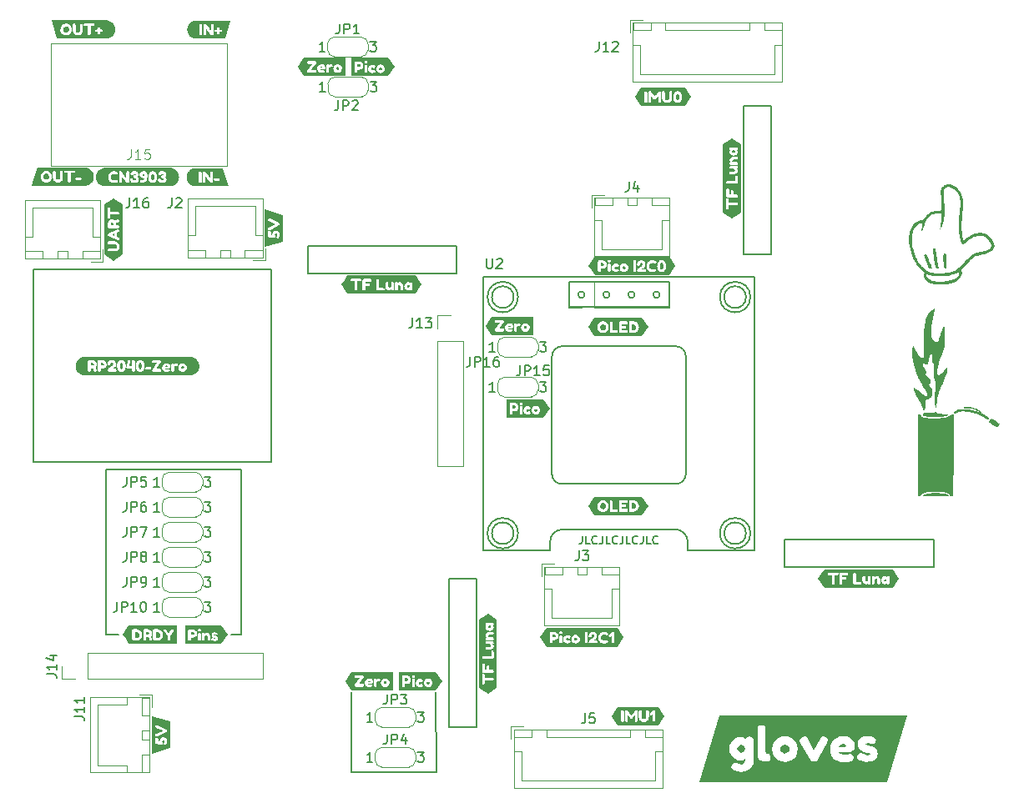
<source format=gto>
%TF.GenerationSoftware,KiCad,Pcbnew,7.0.10*%
%TF.CreationDate,2024-01-30T15:19:49+08:00*%
%TF.ProjectId,imu-rounded,696d752d-726f-4756-9e64-65642e6b6963,rev?*%
%TF.SameCoordinates,Original*%
%TF.FileFunction,Legend,Top*%
%TF.FilePolarity,Positive*%
%FSLAX46Y46*%
G04 Gerber Fmt 4.6, Leading zero omitted, Abs format (unit mm)*
G04 Created by KiCad (PCBNEW 7.0.10) date 2024-01-30 15:19:49*
%MOMM*%
%LPD*%
G01*
G04 APERTURE LIST*
%ADD10C,0.200000*%
%ADD11C,0.150000*%
%ADD12C,0.100000*%
%ADD13C,0.120000*%
G04 APERTURE END LIST*
D10*
X111780000Y-93900000D02*
X100208000Y-93900000D01*
X111073962Y-87389125D02*
X100913962Y-87389125D01*
D11*
X67691000Y-123190000D02*
X66675000Y-123190000D01*
D10*
X102514162Y-88659125D02*
G75*
G03*
X101853762Y-88659125I-330200J0D01*
G01*
X101853762Y-88659125D02*
G75*
G03*
X102514162Y-88659125I330200J0D01*
G01*
X99008962Y-114643325D02*
X99008962Y-113754325D01*
D11*
X78867000Y-129032000D02*
X78867000Y-137160000D01*
X87249000Y-137160000D02*
X87503000Y-137160000D01*
X46609000Y-86106000D02*
X70739000Y-86106000D01*
X70739000Y-105664000D01*
X46609000Y-105664000D01*
X46609000Y-86106000D01*
D10*
X92239862Y-86881125D02*
X92239862Y-114643325D01*
X100208000Y-107878000D02*
X111780000Y-107878000D01*
X118884462Y-112878025D02*
G75*
G03*
X116674662Y-112878025I-1104900J0D01*
G01*
X116674662Y-112878025D02*
G75*
G03*
X118884462Y-112878025I1104900J0D01*
G01*
X111073962Y-88059125D02*
X111073962Y-87389125D01*
D11*
X87503000Y-137160000D02*
X87376000Y-129032000D01*
D10*
X95313262Y-88900425D02*
G75*
G03*
X93103462Y-88900425I-1104900J0D01*
G01*
X93103462Y-88900425D02*
G75*
G03*
X95313262Y-88900425I1104900J0D01*
G01*
X95313262Y-112878025D02*
G75*
G03*
X93103462Y-112878025I-1104900J0D01*
G01*
X93103462Y-112878025D02*
G75*
G03*
X95313262Y-112878025I1104900J0D01*
G01*
X99208000Y-106878000D02*
G75*
G03*
X100208000Y-107878000I1000000J0D01*
G01*
X95758000Y-112878000D02*
G75*
G03*
X92658000Y-112878000I-1550000J0D01*
G01*
X92658000Y-112878000D02*
G75*
G03*
X95758000Y-112878000I1550000J0D01*
G01*
D11*
X53975000Y-106426000D02*
X67691000Y-106426000D01*
D10*
X119330000Y-112878000D02*
G75*
G03*
X116230000Y-112878000I-1550000J0D01*
G01*
X116230000Y-112878000D02*
G75*
G03*
X119330000Y-112878000I1550000J0D01*
G01*
X100278962Y-112484325D02*
X111708962Y-112484325D01*
X100208000Y-93900000D02*
G75*
G03*
X99208000Y-94900000I0J-1000000D01*
G01*
D11*
X118618000Y-69469000D02*
X121412000Y-69469000D01*
X121412000Y-84582000D01*
X118618000Y-84582000D01*
X118618000Y-69469000D01*
D10*
X111073962Y-89259125D02*
X111073962Y-88059125D01*
X112780000Y-106878000D02*
X112780000Y-94900000D01*
X100913962Y-89929125D02*
X111073962Y-89929125D01*
X111073962Y-89929125D02*
X111073962Y-89259125D01*
X100913962Y-87389125D02*
X100913962Y-88059125D01*
D11*
X55245000Y-123190000D02*
X53975000Y-123190000D01*
X74422000Y-83693000D02*
X89535000Y-83693000D01*
X89535000Y-86487000D01*
X74422000Y-86487000D01*
X74422000Y-83693000D01*
D10*
X119748062Y-86881125D02*
X92239862Y-86881125D01*
X95758000Y-88900000D02*
G75*
G03*
X92658000Y-88900000I-1550000J0D01*
G01*
X92658000Y-88900000D02*
G75*
G03*
X95758000Y-88900000I1550000J0D01*
G01*
X119330000Y-88900000D02*
G75*
G03*
X116230000Y-88900000I-1550000J0D01*
G01*
X116230000Y-88900000D02*
G75*
G03*
X119330000Y-88900000I1550000J0D01*
G01*
X112978962Y-113754325D02*
X112978962Y-114643325D01*
X111780000Y-107878000D02*
G75*
G03*
X112780000Y-106878000I0J1000000D01*
G01*
X119748062Y-114643325D02*
X119748062Y-86881125D01*
X100913962Y-89259125D02*
X100913962Y-89929125D01*
X118884462Y-88900425D02*
G75*
G03*
X116674662Y-88900425I-1104900J0D01*
G01*
X116674662Y-88900425D02*
G75*
G03*
X118884462Y-88900425I1104900J0D01*
G01*
D11*
X88773000Y-117475000D02*
X91567000Y-117475000D01*
X91567000Y-132588000D01*
X88773000Y-132588000D01*
X88773000Y-117475000D01*
D10*
X110134162Y-88659125D02*
G75*
G03*
X109473762Y-88659125I-330200J0D01*
G01*
X109473762Y-88659125D02*
G75*
G03*
X110134162Y-88659125I330200J0D01*
G01*
X112978975Y-113754325D02*
G75*
G03*
X111708962Y-112484325I-1269975J25D01*
G01*
X100913962Y-88059125D02*
X100913962Y-89259125D01*
X105054162Y-88659125D02*
G75*
G03*
X104393762Y-88659125I-330200J0D01*
G01*
X104393762Y-88659125D02*
G75*
G03*
X105054162Y-88659125I330200J0D01*
G01*
X92239862Y-114643325D02*
X99008962Y-114643325D01*
X99208000Y-94900000D02*
X99208000Y-106878000D01*
X107594162Y-88659125D02*
G75*
G03*
X106933762Y-88659125I-330200J0D01*
G01*
X106933762Y-88659125D02*
G75*
G03*
X107594162Y-88659125I330200J0D01*
G01*
X100278962Y-112484362D02*
G75*
G03*
X99008962Y-113754325I-62J-1269938D01*
G01*
X112978962Y-114643325D02*
X119748062Y-114643325D01*
D11*
X53975000Y-123190000D02*
X53975000Y-106426000D01*
D10*
X112780000Y-94900000D02*
G75*
G03*
X111780000Y-93900000I-1000000J0D01*
G01*
D11*
X67691000Y-106426000D02*
X67691000Y-123190000D01*
X78867000Y-137160000D02*
X87249000Y-137160000D01*
X122809000Y-113538000D02*
X137922000Y-113538000D01*
X137922000Y-116332000D01*
X122809000Y-116332000D01*
X122809000Y-113538000D01*
D10*
X102277625Y-113137695D02*
X102277625Y-113709123D01*
X102277625Y-113709123D02*
X102239530Y-113823409D01*
X102239530Y-113823409D02*
X102163339Y-113899600D01*
X102163339Y-113899600D02*
X102049054Y-113937695D01*
X102049054Y-113937695D02*
X101972863Y-113937695D01*
X103039530Y-113937695D02*
X102658578Y-113937695D01*
X102658578Y-113937695D02*
X102658578Y-113137695D01*
X103763340Y-113861504D02*
X103725244Y-113899600D01*
X103725244Y-113899600D02*
X103610959Y-113937695D01*
X103610959Y-113937695D02*
X103534768Y-113937695D01*
X103534768Y-113937695D02*
X103420482Y-113899600D01*
X103420482Y-113899600D02*
X103344292Y-113823409D01*
X103344292Y-113823409D02*
X103306197Y-113747219D01*
X103306197Y-113747219D02*
X103268101Y-113594838D01*
X103268101Y-113594838D02*
X103268101Y-113480552D01*
X103268101Y-113480552D02*
X103306197Y-113328171D01*
X103306197Y-113328171D02*
X103344292Y-113251980D01*
X103344292Y-113251980D02*
X103420482Y-113175790D01*
X103420482Y-113175790D02*
X103534768Y-113137695D01*
X103534768Y-113137695D02*
X103610959Y-113137695D01*
X103610959Y-113137695D02*
X103725244Y-113175790D01*
X103725244Y-113175790D02*
X103763340Y-113213885D01*
X104334768Y-113137695D02*
X104334768Y-113709123D01*
X104334768Y-113709123D02*
X104296673Y-113823409D01*
X104296673Y-113823409D02*
X104220482Y-113899600D01*
X104220482Y-113899600D02*
X104106197Y-113937695D01*
X104106197Y-113937695D02*
X104030006Y-113937695D01*
X105096673Y-113937695D02*
X104715721Y-113937695D01*
X104715721Y-113937695D02*
X104715721Y-113137695D01*
X105820483Y-113861504D02*
X105782387Y-113899600D01*
X105782387Y-113899600D02*
X105668102Y-113937695D01*
X105668102Y-113937695D02*
X105591911Y-113937695D01*
X105591911Y-113937695D02*
X105477625Y-113899600D01*
X105477625Y-113899600D02*
X105401435Y-113823409D01*
X105401435Y-113823409D02*
X105363340Y-113747219D01*
X105363340Y-113747219D02*
X105325244Y-113594838D01*
X105325244Y-113594838D02*
X105325244Y-113480552D01*
X105325244Y-113480552D02*
X105363340Y-113328171D01*
X105363340Y-113328171D02*
X105401435Y-113251980D01*
X105401435Y-113251980D02*
X105477625Y-113175790D01*
X105477625Y-113175790D02*
X105591911Y-113137695D01*
X105591911Y-113137695D02*
X105668102Y-113137695D01*
X105668102Y-113137695D02*
X105782387Y-113175790D01*
X105782387Y-113175790D02*
X105820483Y-113213885D01*
X106391911Y-113137695D02*
X106391911Y-113709123D01*
X106391911Y-113709123D02*
X106353816Y-113823409D01*
X106353816Y-113823409D02*
X106277625Y-113899600D01*
X106277625Y-113899600D02*
X106163340Y-113937695D01*
X106163340Y-113937695D02*
X106087149Y-113937695D01*
X107153816Y-113937695D02*
X106772864Y-113937695D01*
X106772864Y-113937695D02*
X106772864Y-113137695D01*
X107877626Y-113861504D02*
X107839530Y-113899600D01*
X107839530Y-113899600D02*
X107725245Y-113937695D01*
X107725245Y-113937695D02*
X107649054Y-113937695D01*
X107649054Y-113937695D02*
X107534768Y-113899600D01*
X107534768Y-113899600D02*
X107458578Y-113823409D01*
X107458578Y-113823409D02*
X107420483Y-113747219D01*
X107420483Y-113747219D02*
X107382387Y-113594838D01*
X107382387Y-113594838D02*
X107382387Y-113480552D01*
X107382387Y-113480552D02*
X107420483Y-113328171D01*
X107420483Y-113328171D02*
X107458578Y-113251980D01*
X107458578Y-113251980D02*
X107534768Y-113175790D01*
X107534768Y-113175790D02*
X107649054Y-113137695D01*
X107649054Y-113137695D02*
X107725245Y-113137695D01*
X107725245Y-113137695D02*
X107839530Y-113175790D01*
X107839530Y-113175790D02*
X107877626Y-113213885D01*
X108449054Y-113137695D02*
X108449054Y-113709123D01*
X108449054Y-113709123D02*
X108410959Y-113823409D01*
X108410959Y-113823409D02*
X108334768Y-113899600D01*
X108334768Y-113899600D02*
X108220483Y-113937695D01*
X108220483Y-113937695D02*
X108144292Y-113937695D01*
X109210959Y-113937695D02*
X108830007Y-113937695D01*
X108830007Y-113937695D02*
X108830007Y-113137695D01*
X109934769Y-113861504D02*
X109896673Y-113899600D01*
X109896673Y-113899600D02*
X109782388Y-113937695D01*
X109782388Y-113937695D02*
X109706197Y-113937695D01*
X109706197Y-113937695D02*
X109591911Y-113899600D01*
X109591911Y-113899600D02*
X109515721Y-113823409D01*
X109515721Y-113823409D02*
X109477626Y-113747219D01*
X109477626Y-113747219D02*
X109439530Y-113594838D01*
X109439530Y-113594838D02*
X109439530Y-113480552D01*
X109439530Y-113480552D02*
X109477626Y-113328171D01*
X109477626Y-113328171D02*
X109515721Y-113251980D01*
X109515721Y-113251980D02*
X109591911Y-113175790D01*
X109591911Y-113175790D02*
X109706197Y-113137695D01*
X109706197Y-113137695D02*
X109782388Y-113137695D01*
X109782388Y-113137695D02*
X109896673Y-113175790D01*
X109896673Y-113175790D02*
X109934769Y-113213885D01*
D11*
X85042476Y-91021819D02*
X85042476Y-91736104D01*
X85042476Y-91736104D02*
X84994857Y-91878961D01*
X84994857Y-91878961D02*
X84899619Y-91974200D01*
X84899619Y-91974200D02*
X84756762Y-92021819D01*
X84756762Y-92021819D02*
X84661524Y-92021819D01*
X86042476Y-92021819D02*
X85471048Y-92021819D01*
X85756762Y-92021819D02*
X85756762Y-91021819D01*
X85756762Y-91021819D02*
X85661524Y-91164676D01*
X85661524Y-91164676D02*
X85566286Y-91259914D01*
X85566286Y-91259914D02*
X85471048Y-91307533D01*
X86375810Y-91021819D02*
X86994857Y-91021819D01*
X86994857Y-91021819D02*
X86661524Y-91402771D01*
X86661524Y-91402771D02*
X86804381Y-91402771D01*
X86804381Y-91402771D02*
X86899619Y-91450390D01*
X86899619Y-91450390D02*
X86947238Y-91498009D01*
X86947238Y-91498009D02*
X86994857Y-91593247D01*
X86994857Y-91593247D02*
X86994857Y-91831342D01*
X86994857Y-91831342D02*
X86947238Y-91926580D01*
X86947238Y-91926580D02*
X86899619Y-91974200D01*
X86899619Y-91974200D02*
X86804381Y-92021819D01*
X86804381Y-92021819D02*
X86518667Y-92021819D01*
X86518667Y-92021819D02*
X86423429Y-91974200D01*
X86423429Y-91974200D02*
X86375810Y-91926580D01*
X95972476Y-95847819D02*
X95972476Y-96562104D01*
X95972476Y-96562104D02*
X95924857Y-96704961D01*
X95924857Y-96704961D02*
X95829619Y-96800200D01*
X95829619Y-96800200D02*
X95686762Y-96847819D01*
X95686762Y-96847819D02*
X95591524Y-96847819D01*
X96448667Y-96847819D02*
X96448667Y-95847819D01*
X96448667Y-95847819D02*
X96829619Y-95847819D01*
X96829619Y-95847819D02*
X96924857Y-95895438D01*
X96924857Y-95895438D02*
X96972476Y-95943057D01*
X96972476Y-95943057D02*
X97020095Y-96038295D01*
X97020095Y-96038295D02*
X97020095Y-96181152D01*
X97020095Y-96181152D02*
X96972476Y-96276390D01*
X96972476Y-96276390D02*
X96924857Y-96324009D01*
X96924857Y-96324009D02*
X96829619Y-96371628D01*
X96829619Y-96371628D02*
X96448667Y-96371628D01*
X97972476Y-96847819D02*
X97401048Y-96847819D01*
X97686762Y-96847819D02*
X97686762Y-95847819D01*
X97686762Y-95847819D02*
X97591524Y-95990676D01*
X97591524Y-95990676D02*
X97496286Y-96085914D01*
X97496286Y-96085914D02*
X97401048Y-96133533D01*
X98877238Y-95847819D02*
X98401048Y-95847819D01*
X98401048Y-95847819D02*
X98353429Y-96324009D01*
X98353429Y-96324009D02*
X98401048Y-96276390D01*
X98401048Y-96276390D02*
X98496286Y-96228771D01*
X98496286Y-96228771D02*
X98734381Y-96228771D01*
X98734381Y-96228771D02*
X98829619Y-96276390D01*
X98829619Y-96276390D02*
X98877238Y-96324009D01*
X98877238Y-96324009D02*
X98924857Y-96419247D01*
X98924857Y-96419247D02*
X98924857Y-96657342D01*
X98924857Y-96657342D02*
X98877238Y-96752580D01*
X98877238Y-96752580D02*
X98829619Y-96800200D01*
X98829619Y-96800200D02*
X98734381Y-96847819D01*
X98734381Y-96847819D02*
X98496286Y-96847819D01*
X98496286Y-96847819D02*
X98401048Y-96800200D01*
X98401048Y-96800200D02*
X98353429Y-96752580D01*
X97994667Y-97498819D02*
X98613714Y-97498819D01*
X98613714Y-97498819D02*
X98280381Y-97879771D01*
X98280381Y-97879771D02*
X98423238Y-97879771D01*
X98423238Y-97879771D02*
X98518476Y-97927390D01*
X98518476Y-97927390D02*
X98566095Y-97975009D01*
X98566095Y-97975009D02*
X98613714Y-98070247D01*
X98613714Y-98070247D02*
X98613714Y-98308342D01*
X98613714Y-98308342D02*
X98566095Y-98403580D01*
X98566095Y-98403580D02*
X98518476Y-98451200D01*
X98518476Y-98451200D02*
X98423238Y-98498819D01*
X98423238Y-98498819D02*
X98137524Y-98498819D01*
X98137524Y-98498819D02*
X98042286Y-98451200D01*
X98042286Y-98451200D02*
X97994667Y-98403580D01*
X93413714Y-98498819D02*
X92842286Y-98498819D01*
X93128000Y-98498819D02*
X93128000Y-97498819D01*
X93128000Y-97498819D02*
X93032762Y-97641676D01*
X93032762Y-97641676D02*
X92937524Y-97736914D01*
X92937524Y-97736914D02*
X92842286Y-97784533D01*
X56062666Y-107150819D02*
X56062666Y-107865104D01*
X56062666Y-107865104D02*
X56015047Y-108007961D01*
X56015047Y-108007961D02*
X55919809Y-108103200D01*
X55919809Y-108103200D02*
X55776952Y-108150819D01*
X55776952Y-108150819D02*
X55681714Y-108150819D01*
X56538857Y-108150819D02*
X56538857Y-107150819D01*
X56538857Y-107150819D02*
X56919809Y-107150819D01*
X56919809Y-107150819D02*
X57015047Y-107198438D01*
X57015047Y-107198438D02*
X57062666Y-107246057D01*
X57062666Y-107246057D02*
X57110285Y-107341295D01*
X57110285Y-107341295D02*
X57110285Y-107484152D01*
X57110285Y-107484152D02*
X57062666Y-107579390D01*
X57062666Y-107579390D02*
X57015047Y-107627009D01*
X57015047Y-107627009D02*
X56919809Y-107674628D01*
X56919809Y-107674628D02*
X56538857Y-107674628D01*
X58015047Y-107150819D02*
X57538857Y-107150819D01*
X57538857Y-107150819D02*
X57491238Y-107627009D01*
X57491238Y-107627009D02*
X57538857Y-107579390D01*
X57538857Y-107579390D02*
X57634095Y-107531771D01*
X57634095Y-107531771D02*
X57872190Y-107531771D01*
X57872190Y-107531771D02*
X57967428Y-107579390D01*
X57967428Y-107579390D02*
X58015047Y-107627009D01*
X58015047Y-107627009D02*
X58062666Y-107722247D01*
X58062666Y-107722247D02*
X58062666Y-107960342D01*
X58062666Y-107960342D02*
X58015047Y-108055580D01*
X58015047Y-108055580D02*
X57967428Y-108103200D01*
X57967428Y-108103200D02*
X57872190Y-108150819D01*
X57872190Y-108150819D02*
X57634095Y-108150819D01*
X57634095Y-108150819D02*
X57538857Y-108103200D01*
X57538857Y-108103200D02*
X57491238Y-108055580D01*
X63958667Y-107150819D02*
X64577714Y-107150819D01*
X64577714Y-107150819D02*
X64244381Y-107531771D01*
X64244381Y-107531771D02*
X64387238Y-107531771D01*
X64387238Y-107531771D02*
X64482476Y-107579390D01*
X64482476Y-107579390D02*
X64530095Y-107627009D01*
X64530095Y-107627009D02*
X64577714Y-107722247D01*
X64577714Y-107722247D02*
X64577714Y-107960342D01*
X64577714Y-107960342D02*
X64530095Y-108055580D01*
X64530095Y-108055580D02*
X64482476Y-108103200D01*
X64482476Y-108103200D02*
X64387238Y-108150819D01*
X64387238Y-108150819D02*
X64101524Y-108150819D01*
X64101524Y-108150819D02*
X64006286Y-108103200D01*
X64006286Y-108103200D02*
X63958667Y-108055580D01*
X59377714Y-108150819D02*
X58806286Y-108150819D01*
X59092000Y-108150819D02*
X59092000Y-107150819D01*
X59092000Y-107150819D02*
X58996762Y-107293676D01*
X58996762Y-107293676D02*
X58901524Y-107388914D01*
X58901524Y-107388914D02*
X58806286Y-107436533D01*
D12*
X56467476Y-73879419D02*
X56467476Y-74593704D01*
X56467476Y-74593704D02*
X56419857Y-74736561D01*
X56419857Y-74736561D02*
X56324619Y-74831800D01*
X56324619Y-74831800D02*
X56181762Y-74879419D01*
X56181762Y-74879419D02*
X56086524Y-74879419D01*
X57467476Y-74879419D02*
X56896048Y-74879419D01*
X57181762Y-74879419D02*
X57181762Y-73879419D01*
X57181762Y-73879419D02*
X57086524Y-74022276D01*
X57086524Y-74022276D02*
X56991286Y-74117514D01*
X56991286Y-74117514D02*
X56896048Y-74165133D01*
X58372238Y-73879419D02*
X57896048Y-73879419D01*
X57896048Y-73879419D02*
X57848429Y-74355609D01*
X57848429Y-74355609D02*
X57896048Y-74307990D01*
X57896048Y-74307990D02*
X57991286Y-74260371D01*
X57991286Y-74260371D02*
X58229381Y-74260371D01*
X58229381Y-74260371D02*
X58324619Y-74307990D01*
X58324619Y-74307990D02*
X58372238Y-74355609D01*
X58372238Y-74355609D02*
X58419857Y-74450847D01*
X58419857Y-74450847D02*
X58419857Y-74688942D01*
X58419857Y-74688942D02*
X58372238Y-74784180D01*
X58372238Y-74784180D02*
X58324619Y-74831800D01*
X58324619Y-74831800D02*
X58229381Y-74879419D01*
X58229381Y-74879419D02*
X57991286Y-74879419D01*
X57991286Y-74879419D02*
X57896048Y-74831800D01*
X57896048Y-74831800D02*
X57848429Y-74784180D01*
D11*
X77652666Y-61154819D02*
X77652666Y-61869104D01*
X77652666Y-61869104D02*
X77605047Y-62011961D01*
X77605047Y-62011961D02*
X77509809Y-62107200D01*
X77509809Y-62107200D02*
X77366952Y-62154819D01*
X77366952Y-62154819D02*
X77271714Y-62154819D01*
X78128857Y-62154819D02*
X78128857Y-61154819D01*
X78128857Y-61154819D02*
X78509809Y-61154819D01*
X78509809Y-61154819D02*
X78605047Y-61202438D01*
X78605047Y-61202438D02*
X78652666Y-61250057D01*
X78652666Y-61250057D02*
X78700285Y-61345295D01*
X78700285Y-61345295D02*
X78700285Y-61488152D01*
X78700285Y-61488152D02*
X78652666Y-61583390D01*
X78652666Y-61583390D02*
X78605047Y-61631009D01*
X78605047Y-61631009D02*
X78509809Y-61678628D01*
X78509809Y-61678628D02*
X78128857Y-61678628D01*
X79652666Y-62154819D02*
X79081238Y-62154819D01*
X79366952Y-62154819D02*
X79366952Y-61154819D01*
X79366952Y-61154819D02*
X79271714Y-61297676D01*
X79271714Y-61297676D02*
X79176476Y-61392914D01*
X79176476Y-61392914D02*
X79081238Y-61440533D01*
X80752667Y-62954819D02*
X81371714Y-62954819D01*
X81371714Y-62954819D02*
X81038381Y-63335771D01*
X81038381Y-63335771D02*
X81181238Y-63335771D01*
X81181238Y-63335771D02*
X81276476Y-63383390D01*
X81276476Y-63383390D02*
X81324095Y-63431009D01*
X81324095Y-63431009D02*
X81371714Y-63526247D01*
X81371714Y-63526247D02*
X81371714Y-63764342D01*
X81371714Y-63764342D02*
X81324095Y-63859580D01*
X81324095Y-63859580D02*
X81276476Y-63907200D01*
X81276476Y-63907200D02*
X81181238Y-63954819D01*
X81181238Y-63954819D02*
X80895524Y-63954819D01*
X80895524Y-63954819D02*
X80800286Y-63907200D01*
X80800286Y-63907200D02*
X80752667Y-63859580D01*
X76171714Y-63954819D02*
X75600286Y-63954819D01*
X75886000Y-63954819D02*
X75886000Y-62954819D01*
X75886000Y-62954819D02*
X75790762Y-63097676D01*
X75790762Y-63097676D02*
X75695524Y-63192914D01*
X75695524Y-63192914D02*
X75600286Y-63240533D01*
X101921666Y-114649819D02*
X101921666Y-115364104D01*
X101921666Y-115364104D02*
X101874047Y-115506961D01*
X101874047Y-115506961D02*
X101778809Y-115602200D01*
X101778809Y-115602200D02*
X101635952Y-115649819D01*
X101635952Y-115649819D02*
X101540714Y-115649819D01*
X102302619Y-114649819D02*
X102921666Y-114649819D01*
X102921666Y-114649819D02*
X102588333Y-115030771D01*
X102588333Y-115030771D02*
X102731190Y-115030771D01*
X102731190Y-115030771D02*
X102826428Y-115078390D01*
X102826428Y-115078390D02*
X102874047Y-115126009D01*
X102874047Y-115126009D02*
X102921666Y-115221247D01*
X102921666Y-115221247D02*
X102921666Y-115459342D01*
X102921666Y-115459342D02*
X102874047Y-115554580D01*
X102874047Y-115554580D02*
X102826428Y-115602200D01*
X102826428Y-115602200D02*
X102731190Y-115649819D01*
X102731190Y-115649819D02*
X102445476Y-115649819D01*
X102445476Y-115649819D02*
X102350238Y-115602200D01*
X102350238Y-115602200D02*
X102302619Y-115554580D01*
X82478666Y-133290819D02*
X82478666Y-134005104D01*
X82478666Y-134005104D02*
X82431047Y-134147961D01*
X82431047Y-134147961D02*
X82335809Y-134243200D01*
X82335809Y-134243200D02*
X82192952Y-134290819D01*
X82192952Y-134290819D02*
X82097714Y-134290819D01*
X82954857Y-134290819D02*
X82954857Y-133290819D01*
X82954857Y-133290819D02*
X83335809Y-133290819D01*
X83335809Y-133290819D02*
X83431047Y-133338438D01*
X83431047Y-133338438D02*
X83478666Y-133386057D01*
X83478666Y-133386057D02*
X83526285Y-133481295D01*
X83526285Y-133481295D02*
X83526285Y-133624152D01*
X83526285Y-133624152D02*
X83478666Y-133719390D01*
X83478666Y-133719390D02*
X83431047Y-133767009D01*
X83431047Y-133767009D02*
X83335809Y-133814628D01*
X83335809Y-133814628D02*
X82954857Y-133814628D01*
X84383428Y-133624152D02*
X84383428Y-134290819D01*
X84145333Y-133243200D02*
X83907238Y-133957485D01*
X83907238Y-133957485D02*
X84526285Y-133957485D01*
X80997714Y-136090819D02*
X80426286Y-136090819D01*
X80712000Y-136090819D02*
X80712000Y-135090819D01*
X80712000Y-135090819D02*
X80616762Y-135233676D01*
X80616762Y-135233676D02*
X80521524Y-135328914D01*
X80521524Y-135328914D02*
X80426286Y-135376533D01*
X85578667Y-135090819D02*
X86197714Y-135090819D01*
X86197714Y-135090819D02*
X85864381Y-135471771D01*
X85864381Y-135471771D02*
X86007238Y-135471771D01*
X86007238Y-135471771D02*
X86102476Y-135519390D01*
X86102476Y-135519390D02*
X86150095Y-135567009D01*
X86150095Y-135567009D02*
X86197714Y-135662247D01*
X86197714Y-135662247D02*
X86197714Y-135900342D01*
X86197714Y-135900342D02*
X86150095Y-135995580D01*
X86150095Y-135995580D02*
X86102476Y-136043200D01*
X86102476Y-136043200D02*
X86007238Y-136090819D01*
X86007238Y-136090819D02*
X85721524Y-136090819D01*
X85721524Y-136090819D02*
X85626286Y-136043200D01*
X85626286Y-136043200D02*
X85578667Y-135995580D01*
X55078476Y-119850819D02*
X55078476Y-120565104D01*
X55078476Y-120565104D02*
X55030857Y-120707961D01*
X55030857Y-120707961D02*
X54935619Y-120803200D01*
X54935619Y-120803200D02*
X54792762Y-120850819D01*
X54792762Y-120850819D02*
X54697524Y-120850819D01*
X55554667Y-120850819D02*
X55554667Y-119850819D01*
X55554667Y-119850819D02*
X55935619Y-119850819D01*
X55935619Y-119850819D02*
X56030857Y-119898438D01*
X56030857Y-119898438D02*
X56078476Y-119946057D01*
X56078476Y-119946057D02*
X56126095Y-120041295D01*
X56126095Y-120041295D02*
X56126095Y-120184152D01*
X56126095Y-120184152D02*
X56078476Y-120279390D01*
X56078476Y-120279390D02*
X56030857Y-120327009D01*
X56030857Y-120327009D02*
X55935619Y-120374628D01*
X55935619Y-120374628D02*
X55554667Y-120374628D01*
X57078476Y-120850819D02*
X56507048Y-120850819D01*
X56792762Y-120850819D02*
X56792762Y-119850819D01*
X56792762Y-119850819D02*
X56697524Y-119993676D01*
X56697524Y-119993676D02*
X56602286Y-120088914D01*
X56602286Y-120088914D02*
X56507048Y-120136533D01*
X57697524Y-119850819D02*
X57792762Y-119850819D01*
X57792762Y-119850819D02*
X57888000Y-119898438D01*
X57888000Y-119898438D02*
X57935619Y-119946057D01*
X57935619Y-119946057D02*
X57983238Y-120041295D01*
X57983238Y-120041295D02*
X58030857Y-120231771D01*
X58030857Y-120231771D02*
X58030857Y-120469866D01*
X58030857Y-120469866D02*
X57983238Y-120660342D01*
X57983238Y-120660342D02*
X57935619Y-120755580D01*
X57935619Y-120755580D02*
X57888000Y-120803200D01*
X57888000Y-120803200D02*
X57792762Y-120850819D01*
X57792762Y-120850819D02*
X57697524Y-120850819D01*
X57697524Y-120850819D02*
X57602286Y-120803200D01*
X57602286Y-120803200D02*
X57554667Y-120755580D01*
X57554667Y-120755580D02*
X57507048Y-120660342D01*
X57507048Y-120660342D02*
X57459429Y-120469866D01*
X57459429Y-120469866D02*
X57459429Y-120231771D01*
X57459429Y-120231771D02*
X57507048Y-120041295D01*
X57507048Y-120041295D02*
X57554667Y-119946057D01*
X57554667Y-119946057D02*
X57602286Y-119898438D01*
X57602286Y-119898438D02*
X57697524Y-119850819D01*
X63958667Y-119850819D02*
X64577714Y-119850819D01*
X64577714Y-119850819D02*
X64244381Y-120231771D01*
X64244381Y-120231771D02*
X64387238Y-120231771D01*
X64387238Y-120231771D02*
X64482476Y-120279390D01*
X64482476Y-120279390D02*
X64530095Y-120327009D01*
X64530095Y-120327009D02*
X64577714Y-120422247D01*
X64577714Y-120422247D02*
X64577714Y-120660342D01*
X64577714Y-120660342D02*
X64530095Y-120755580D01*
X64530095Y-120755580D02*
X64482476Y-120803200D01*
X64482476Y-120803200D02*
X64387238Y-120850819D01*
X64387238Y-120850819D02*
X64101524Y-120850819D01*
X64101524Y-120850819D02*
X64006286Y-120803200D01*
X64006286Y-120803200D02*
X63958667Y-120755580D01*
X59377714Y-120850819D02*
X58806286Y-120850819D01*
X59092000Y-120850819D02*
X59092000Y-119850819D01*
X59092000Y-119850819D02*
X58996762Y-119993676D01*
X58996762Y-119993676D02*
X58901524Y-120088914D01*
X58901524Y-120088914D02*
X58806286Y-120136533D01*
X77525666Y-68923819D02*
X77525666Y-69638104D01*
X77525666Y-69638104D02*
X77478047Y-69780961D01*
X77478047Y-69780961D02*
X77382809Y-69876200D01*
X77382809Y-69876200D02*
X77239952Y-69923819D01*
X77239952Y-69923819D02*
X77144714Y-69923819D01*
X78001857Y-69923819D02*
X78001857Y-68923819D01*
X78001857Y-68923819D02*
X78382809Y-68923819D01*
X78382809Y-68923819D02*
X78478047Y-68971438D01*
X78478047Y-68971438D02*
X78525666Y-69019057D01*
X78525666Y-69019057D02*
X78573285Y-69114295D01*
X78573285Y-69114295D02*
X78573285Y-69257152D01*
X78573285Y-69257152D02*
X78525666Y-69352390D01*
X78525666Y-69352390D02*
X78478047Y-69400009D01*
X78478047Y-69400009D02*
X78382809Y-69447628D01*
X78382809Y-69447628D02*
X78001857Y-69447628D01*
X78954238Y-69019057D02*
X79001857Y-68971438D01*
X79001857Y-68971438D02*
X79097095Y-68923819D01*
X79097095Y-68923819D02*
X79335190Y-68923819D01*
X79335190Y-68923819D02*
X79430428Y-68971438D01*
X79430428Y-68971438D02*
X79478047Y-69019057D01*
X79478047Y-69019057D02*
X79525666Y-69114295D01*
X79525666Y-69114295D02*
X79525666Y-69209533D01*
X79525666Y-69209533D02*
X79478047Y-69352390D01*
X79478047Y-69352390D02*
X78906619Y-69923819D01*
X78906619Y-69923819D02*
X79525666Y-69923819D01*
X76201714Y-68018819D02*
X75630286Y-68018819D01*
X75916000Y-68018819D02*
X75916000Y-67018819D01*
X75916000Y-67018819D02*
X75820762Y-67161676D01*
X75820762Y-67161676D02*
X75725524Y-67256914D01*
X75725524Y-67256914D02*
X75630286Y-67304533D01*
X80782667Y-67018819D02*
X81401714Y-67018819D01*
X81401714Y-67018819D02*
X81068381Y-67399771D01*
X81068381Y-67399771D02*
X81211238Y-67399771D01*
X81211238Y-67399771D02*
X81306476Y-67447390D01*
X81306476Y-67447390D02*
X81354095Y-67495009D01*
X81354095Y-67495009D02*
X81401714Y-67590247D01*
X81401714Y-67590247D02*
X81401714Y-67828342D01*
X81401714Y-67828342D02*
X81354095Y-67923580D01*
X81354095Y-67923580D02*
X81306476Y-67971200D01*
X81306476Y-67971200D02*
X81211238Y-68018819D01*
X81211238Y-68018819D02*
X80925524Y-68018819D01*
X80925524Y-68018819D02*
X80830286Y-67971200D01*
X80830286Y-67971200D02*
X80782667Y-67923580D01*
X56062666Y-109690819D02*
X56062666Y-110405104D01*
X56062666Y-110405104D02*
X56015047Y-110547961D01*
X56015047Y-110547961D02*
X55919809Y-110643200D01*
X55919809Y-110643200D02*
X55776952Y-110690819D01*
X55776952Y-110690819D02*
X55681714Y-110690819D01*
X56538857Y-110690819D02*
X56538857Y-109690819D01*
X56538857Y-109690819D02*
X56919809Y-109690819D01*
X56919809Y-109690819D02*
X57015047Y-109738438D01*
X57015047Y-109738438D02*
X57062666Y-109786057D01*
X57062666Y-109786057D02*
X57110285Y-109881295D01*
X57110285Y-109881295D02*
X57110285Y-110024152D01*
X57110285Y-110024152D02*
X57062666Y-110119390D01*
X57062666Y-110119390D02*
X57015047Y-110167009D01*
X57015047Y-110167009D02*
X56919809Y-110214628D01*
X56919809Y-110214628D02*
X56538857Y-110214628D01*
X57967428Y-109690819D02*
X57776952Y-109690819D01*
X57776952Y-109690819D02*
X57681714Y-109738438D01*
X57681714Y-109738438D02*
X57634095Y-109786057D01*
X57634095Y-109786057D02*
X57538857Y-109928914D01*
X57538857Y-109928914D02*
X57491238Y-110119390D01*
X57491238Y-110119390D02*
X57491238Y-110500342D01*
X57491238Y-110500342D02*
X57538857Y-110595580D01*
X57538857Y-110595580D02*
X57586476Y-110643200D01*
X57586476Y-110643200D02*
X57681714Y-110690819D01*
X57681714Y-110690819D02*
X57872190Y-110690819D01*
X57872190Y-110690819D02*
X57967428Y-110643200D01*
X57967428Y-110643200D02*
X58015047Y-110595580D01*
X58015047Y-110595580D02*
X58062666Y-110500342D01*
X58062666Y-110500342D02*
X58062666Y-110262247D01*
X58062666Y-110262247D02*
X58015047Y-110167009D01*
X58015047Y-110167009D02*
X57967428Y-110119390D01*
X57967428Y-110119390D02*
X57872190Y-110071771D01*
X57872190Y-110071771D02*
X57681714Y-110071771D01*
X57681714Y-110071771D02*
X57586476Y-110119390D01*
X57586476Y-110119390D02*
X57538857Y-110167009D01*
X57538857Y-110167009D02*
X57491238Y-110262247D01*
X63958667Y-109690819D02*
X64577714Y-109690819D01*
X64577714Y-109690819D02*
X64244381Y-110071771D01*
X64244381Y-110071771D02*
X64387238Y-110071771D01*
X64387238Y-110071771D02*
X64482476Y-110119390D01*
X64482476Y-110119390D02*
X64530095Y-110167009D01*
X64530095Y-110167009D02*
X64577714Y-110262247D01*
X64577714Y-110262247D02*
X64577714Y-110500342D01*
X64577714Y-110500342D02*
X64530095Y-110595580D01*
X64530095Y-110595580D02*
X64482476Y-110643200D01*
X64482476Y-110643200D02*
X64387238Y-110690819D01*
X64387238Y-110690819D02*
X64101524Y-110690819D01*
X64101524Y-110690819D02*
X64006286Y-110643200D01*
X64006286Y-110643200D02*
X63958667Y-110595580D01*
X59377714Y-110690819D02*
X58806286Y-110690819D01*
X59092000Y-110690819D02*
X59092000Y-109690819D01*
X59092000Y-109690819D02*
X58996762Y-109833676D01*
X58996762Y-109833676D02*
X58901524Y-109928914D01*
X58901524Y-109928914D02*
X58806286Y-109976533D01*
X107001666Y-77184819D02*
X107001666Y-77899104D01*
X107001666Y-77899104D02*
X106954047Y-78041961D01*
X106954047Y-78041961D02*
X106858809Y-78137200D01*
X106858809Y-78137200D02*
X106715952Y-78184819D01*
X106715952Y-78184819D02*
X106620714Y-78184819D01*
X107906428Y-77518152D02*
X107906428Y-78184819D01*
X107668333Y-77137200D02*
X107430238Y-77851485D01*
X107430238Y-77851485D02*
X108049285Y-77851485D01*
X102576666Y-131159819D02*
X102576666Y-131874104D01*
X102576666Y-131874104D02*
X102529047Y-132016961D01*
X102529047Y-132016961D02*
X102433809Y-132112200D01*
X102433809Y-132112200D02*
X102290952Y-132159819D01*
X102290952Y-132159819D02*
X102195714Y-132159819D01*
X103529047Y-131159819D02*
X103052857Y-131159819D01*
X103052857Y-131159819D02*
X103005238Y-131636009D01*
X103005238Y-131636009D02*
X103052857Y-131588390D01*
X103052857Y-131588390D02*
X103148095Y-131540771D01*
X103148095Y-131540771D02*
X103386190Y-131540771D01*
X103386190Y-131540771D02*
X103481428Y-131588390D01*
X103481428Y-131588390D02*
X103529047Y-131636009D01*
X103529047Y-131636009D02*
X103576666Y-131731247D01*
X103576666Y-131731247D02*
X103576666Y-131969342D01*
X103576666Y-131969342D02*
X103529047Y-132064580D01*
X103529047Y-132064580D02*
X103481428Y-132112200D01*
X103481428Y-132112200D02*
X103386190Y-132159819D01*
X103386190Y-132159819D02*
X103148095Y-132159819D01*
X103148095Y-132159819D02*
X103052857Y-132112200D01*
X103052857Y-132112200D02*
X103005238Y-132064580D01*
X103965476Y-62954819D02*
X103965476Y-63669104D01*
X103965476Y-63669104D02*
X103917857Y-63811961D01*
X103917857Y-63811961D02*
X103822619Y-63907200D01*
X103822619Y-63907200D02*
X103679762Y-63954819D01*
X103679762Y-63954819D02*
X103584524Y-63954819D01*
X104965476Y-63954819D02*
X104394048Y-63954819D01*
X104679762Y-63954819D02*
X104679762Y-62954819D01*
X104679762Y-62954819D02*
X104584524Y-63097676D01*
X104584524Y-63097676D02*
X104489286Y-63192914D01*
X104489286Y-63192914D02*
X104394048Y-63240533D01*
X105346429Y-63050057D02*
X105394048Y-63002438D01*
X105394048Y-63002438D02*
X105489286Y-62954819D01*
X105489286Y-62954819D02*
X105727381Y-62954819D01*
X105727381Y-62954819D02*
X105822619Y-63002438D01*
X105822619Y-63002438D02*
X105870238Y-63050057D01*
X105870238Y-63050057D02*
X105917857Y-63145295D01*
X105917857Y-63145295D02*
X105917857Y-63240533D01*
X105917857Y-63240533D02*
X105870238Y-63383390D01*
X105870238Y-63383390D02*
X105298810Y-63954819D01*
X105298810Y-63954819D02*
X105917857Y-63954819D01*
X50762819Y-131492523D02*
X51477104Y-131492523D01*
X51477104Y-131492523D02*
X51619961Y-131540142D01*
X51619961Y-131540142D02*
X51715200Y-131635380D01*
X51715200Y-131635380D02*
X51762819Y-131778237D01*
X51762819Y-131778237D02*
X51762819Y-131873475D01*
X51762819Y-130492523D02*
X51762819Y-131063951D01*
X51762819Y-130778237D02*
X50762819Y-130778237D01*
X50762819Y-130778237D02*
X50905676Y-130873475D01*
X50905676Y-130873475D02*
X51000914Y-130968713D01*
X51000914Y-130968713D02*
X51048533Y-131063951D01*
X51762819Y-129540142D02*
X51762819Y-130111570D01*
X51762819Y-129825856D02*
X50762819Y-129825856D01*
X50762819Y-129825856D02*
X50905676Y-129921094D01*
X50905676Y-129921094D02*
X51000914Y-130016332D01*
X51000914Y-130016332D02*
X51048533Y-130111570D01*
X60626666Y-78829819D02*
X60626666Y-79544104D01*
X60626666Y-79544104D02*
X60579047Y-79686961D01*
X60579047Y-79686961D02*
X60483809Y-79782200D01*
X60483809Y-79782200D02*
X60340952Y-79829819D01*
X60340952Y-79829819D02*
X60245714Y-79829819D01*
X61055238Y-78925057D02*
X61102857Y-78877438D01*
X61102857Y-78877438D02*
X61198095Y-78829819D01*
X61198095Y-78829819D02*
X61436190Y-78829819D01*
X61436190Y-78829819D02*
X61531428Y-78877438D01*
X61531428Y-78877438D02*
X61579047Y-78925057D01*
X61579047Y-78925057D02*
X61626666Y-79020295D01*
X61626666Y-79020295D02*
X61626666Y-79115533D01*
X61626666Y-79115533D02*
X61579047Y-79258390D01*
X61579047Y-79258390D02*
X61007619Y-79829819D01*
X61007619Y-79829819D02*
X61626666Y-79829819D01*
X56340476Y-78829819D02*
X56340476Y-79544104D01*
X56340476Y-79544104D02*
X56292857Y-79686961D01*
X56292857Y-79686961D02*
X56197619Y-79782200D01*
X56197619Y-79782200D02*
X56054762Y-79829819D01*
X56054762Y-79829819D02*
X55959524Y-79829819D01*
X57340476Y-79829819D02*
X56769048Y-79829819D01*
X57054762Y-79829819D02*
X57054762Y-78829819D01*
X57054762Y-78829819D02*
X56959524Y-78972676D01*
X56959524Y-78972676D02*
X56864286Y-79067914D01*
X56864286Y-79067914D02*
X56769048Y-79115533D01*
X58197619Y-78829819D02*
X58007143Y-78829819D01*
X58007143Y-78829819D02*
X57911905Y-78877438D01*
X57911905Y-78877438D02*
X57864286Y-78925057D01*
X57864286Y-78925057D02*
X57769048Y-79067914D01*
X57769048Y-79067914D02*
X57721429Y-79258390D01*
X57721429Y-79258390D02*
X57721429Y-79639342D01*
X57721429Y-79639342D02*
X57769048Y-79734580D01*
X57769048Y-79734580D02*
X57816667Y-79782200D01*
X57816667Y-79782200D02*
X57911905Y-79829819D01*
X57911905Y-79829819D02*
X58102381Y-79829819D01*
X58102381Y-79829819D02*
X58197619Y-79782200D01*
X58197619Y-79782200D02*
X58245238Y-79734580D01*
X58245238Y-79734580D02*
X58292857Y-79639342D01*
X58292857Y-79639342D02*
X58292857Y-79401247D01*
X58292857Y-79401247D02*
X58245238Y-79306009D01*
X58245238Y-79306009D02*
X58197619Y-79258390D01*
X58197619Y-79258390D02*
X58102381Y-79210771D01*
X58102381Y-79210771D02*
X57911905Y-79210771D01*
X57911905Y-79210771D02*
X57816667Y-79258390D01*
X57816667Y-79258390D02*
X57769048Y-79306009D01*
X57769048Y-79306009D02*
X57721429Y-79401247D01*
X90892476Y-94958819D02*
X90892476Y-95673104D01*
X90892476Y-95673104D02*
X90844857Y-95815961D01*
X90844857Y-95815961D02*
X90749619Y-95911200D01*
X90749619Y-95911200D02*
X90606762Y-95958819D01*
X90606762Y-95958819D02*
X90511524Y-95958819D01*
X91368667Y-95958819D02*
X91368667Y-94958819D01*
X91368667Y-94958819D02*
X91749619Y-94958819D01*
X91749619Y-94958819D02*
X91844857Y-95006438D01*
X91844857Y-95006438D02*
X91892476Y-95054057D01*
X91892476Y-95054057D02*
X91940095Y-95149295D01*
X91940095Y-95149295D02*
X91940095Y-95292152D01*
X91940095Y-95292152D02*
X91892476Y-95387390D01*
X91892476Y-95387390D02*
X91844857Y-95435009D01*
X91844857Y-95435009D02*
X91749619Y-95482628D01*
X91749619Y-95482628D02*
X91368667Y-95482628D01*
X92892476Y-95958819D02*
X92321048Y-95958819D01*
X92606762Y-95958819D02*
X92606762Y-94958819D01*
X92606762Y-94958819D02*
X92511524Y-95101676D01*
X92511524Y-95101676D02*
X92416286Y-95196914D01*
X92416286Y-95196914D02*
X92321048Y-95244533D01*
X93749619Y-94958819D02*
X93559143Y-94958819D01*
X93559143Y-94958819D02*
X93463905Y-95006438D01*
X93463905Y-95006438D02*
X93416286Y-95054057D01*
X93416286Y-95054057D02*
X93321048Y-95196914D01*
X93321048Y-95196914D02*
X93273429Y-95387390D01*
X93273429Y-95387390D02*
X93273429Y-95768342D01*
X93273429Y-95768342D02*
X93321048Y-95863580D01*
X93321048Y-95863580D02*
X93368667Y-95911200D01*
X93368667Y-95911200D02*
X93463905Y-95958819D01*
X93463905Y-95958819D02*
X93654381Y-95958819D01*
X93654381Y-95958819D02*
X93749619Y-95911200D01*
X93749619Y-95911200D02*
X93797238Y-95863580D01*
X93797238Y-95863580D02*
X93844857Y-95768342D01*
X93844857Y-95768342D02*
X93844857Y-95530247D01*
X93844857Y-95530247D02*
X93797238Y-95435009D01*
X93797238Y-95435009D02*
X93749619Y-95387390D01*
X93749619Y-95387390D02*
X93654381Y-95339771D01*
X93654381Y-95339771D02*
X93463905Y-95339771D01*
X93463905Y-95339771D02*
X93368667Y-95387390D01*
X93368667Y-95387390D02*
X93321048Y-95435009D01*
X93321048Y-95435009D02*
X93273429Y-95530247D01*
X97994667Y-93434819D02*
X98613714Y-93434819D01*
X98613714Y-93434819D02*
X98280381Y-93815771D01*
X98280381Y-93815771D02*
X98423238Y-93815771D01*
X98423238Y-93815771D02*
X98518476Y-93863390D01*
X98518476Y-93863390D02*
X98566095Y-93911009D01*
X98566095Y-93911009D02*
X98613714Y-94006247D01*
X98613714Y-94006247D02*
X98613714Y-94244342D01*
X98613714Y-94244342D02*
X98566095Y-94339580D01*
X98566095Y-94339580D02*
X98518476Y-94387200D01*
X98518476Y-94387200D02*
X98423238Y-94434819D01*
X98423238Y-94434819D02*
X98137524Y-94434819D01*
X98137524Y-94434819D02*
X98042286Y-94387200D01*
X98042286Y-94387200D02*
X97994667Y-94339580D01*
X93413714Y-94434819D02*
X92842286Y-94434819D01*
X93128000Y-94434819D02*
X93128000Y-93434819D01*
X93128000Y-93434819D02*
X93032762Y-93577676D01*
X93032762Y-93577676D02*
X92937524Y-93672914D01*
X92937524Y-93672914D02*
X92842286Y-93720533D01*
X56062666Y-114770819D02*
X56062666Y-115485104D01*
X56062666Y-115485104D02*
X56015047Y-115627961D01*
X56015047Y-115627961D02*
X55919809Y-115723200D01*
X55919809Y-115723200D02*
X55776952Y-115770819D01*
X55776952Y-115770819D02*
X55681714Y-115770819D01*
X56538857Y-115770819D02*
X56538857Y-114770819D01*
X56538857Y-114770819D02*
X56919809Y-114770819D01*
X56919809Y-114770819D02*
X57015047Y-114818438D01*
X57015047Y-114818438D02*
X57062666Y-114866057D01*
X57062666Y-114866057D02*
X57110285Y-114961295D01*
X57110285Y-114961295D02*
X57110285Y-115104152D01*
X57110285Y-115104152D02*
X57062666Y-115199390D01*
X57062666Y-115199390D02*
X57015047Y-115247009D01*
X57015047Y-115247009D02*
X56919809Y-115294628D01*
X56919809Y-115294628D02*
X56538857Y-115294628D01*
X57681714Y-115199390D02*
X57586476Y-115151771D01*
X57586476Y-115151771D02*
X57538857Y-115104152D01*
X57538857Y-115104152D02*
X57491238Y-115008914D01*
X57491238Y-115008914D02*
X57491238Y-114961295D01*
X57491238Y-114961295D02*
X57538857Y-114866057D01*
X57538857Y-114866057D02*
X57586476Y-114818438D01*
X57586476Y-114818438D02*
X57681714Y-114770819D01*
X57681714Y-114770819D02*
X57872190Y-114770819D01*
X57872190Y-114770819D02*
X57967428Y-114818438D01*
X57967428Y-114818438D02*
X58015047Y-114866057D01*
X58015047Y-114866057D02*
X58062666Y-114961295D01*
X58062666Y-114961295D02*
X58062666Y-115008914D01*
X58062666Y-115008914D02*
X58015047Y-115104152D01*
X58015047Y-115104152D02*
X57967428Y-115151771D01*
X57967428Y-115151771D02*
X57872190Y-115199390D01*
X57872190Y-115199390D02*
X57681714Y-115199390D01*
X57681714Y-115199390D02*
X57586476Y-115247009D01*
X57586476Y-115247009D02*
X57538857Y-115294628D01*
X57538857Y-115294628D02*
X57491238Y-115389866D01*
X57491238Y-115389866D02*
X57491238Y-115580342D01*
X57491238Y-115580342D02*
X57538857Y-115675580D01*
X57538857Y-115675580D02*
X57586476Y-115723200D01*
X57586476Y-115723200D02*
X57681714Y-115770819D01*
X57681714Y-115770819D02*
X57872190Y-115770819D01*
X57872190Y-115770819D02*
X57967428Y-115723200D01*
X57967428Y-115723200D02*
X58015047Y-115675580D01*
X58015047Y-115675580D02*
X58062666Y-115580342D01*
X58062666Y-115580342D02*
X58062666Y-115389866D01*
X58062666Y-115389866D02*
X58015047Y-115294628D01*
X58015047Y-115294628D02*
X57967428Y-115247009D01*
X57967428Y-115247009D02*
X57872190Y-115199390D01*
X59377714Y-115770819D02*
X58806286Y-115770819D01*
X59092000Y-115770819D02*
X59092000Y-114770819D01*
X59092000Y-114770819D02*
X58996762Y-114913676D01*
X58996762Y-114913676D02*
X58901524Y-115008914D01*
X58901524Y-115008914D02*
X58806286Y-115056533D01*
X63958667Y-114770819D02*
X64577714Y-114770819D01*
X64577714Y-114770819D02*
X64244381Y-115151771D01*
X64244381Y-115151771D02*
X64387238Y-115151771D01*
X64387238Y-115151771D02*
X64482476Y-115199390D01*
X64482476Y-115199390D02*
X64530095Y-115247009D01*
X64530095Y-115247009D02*
X64577714Y-115342247D01*
X64577714Y-115342247D02*
X64577714Y-115580342D01*
X64577714Y-115580342D02*
X64530095Y-115675580D01*
X64530095Y-115675580D02*
X64482476Y-115723200D01*
X64482476Y-115723200D02*
X64387238Y-115770819D01*
X64387238Y-115770819D02*
X64101524Y-115770819D01*
X64101524Y-115770819D02*
X64006286Y-115723200D01*
X64006286Y-115723200D02*
X63958667Y-115675580D01*
X56062666Y-112230819D02*
X56062666Y-112945104D01*
X56062666Y-112945104D02*
X56015047Y-113087961D01*
X56015047Y-113087961D02*
X55919809Y-113183200D01*
X55919809Y-113183200D02*
X55776952Y-113230819D01*
X55776952Y-113230819D02*
X55681714Y-113230819D01*
X56538857Y-113230819D02*
X56538857Y-112230819D01*
X56538857Y-112230819D02*
X56919809Y-112230819D01*
X56919809Y-112230819D02*
X57015047Y-112278438D01*
X57015047Y-112278438D02*
X57062666Y-112326057D01*
X57062666Y-112326057D02*
X57110285Y-112421295D01*
X57110285Y-112421295D02*
X57110285Y-112564152D01*
X57110285Y-112564152D02*
X57062666Y-112659390D01*
X57062666Y-112659390D02*
X57015047Y-112707009D01*
X57015047Y-112707009D02*
X56919809Y-112754628D01*
X56919809Y-112754628D02*
X56538857Y-112754628D01*
X57443619Y-112230819D02*
X58110285Y-112230819D01*
X58110285Y-112230819D02*
X57681714Y-113230819D01*
X63958667Y-112230819D02*
X64577714Y-112230819D01*
X64577714Y-112230819D02*
X64244381Y-112611771D01*
X64244381Y-112611771D02*
X64387238Y-112611771D01*
X64387238Y-112611771D02*
X64482476Y-112659390D01*
X64482476Y-112659390D02*
X64530095Y-112707009D01*
X64530095Y-112707009D02*
X64577714Y-112802247D01*
X64577714Y-112802247D02*
X64577714Y-113040342D01*
X64577714Y-113040342D02*
X64530095Y-113135580D01*
X64530095Y-113135580D02*
X64482476Y-113183200D01*
X64482476Y-113183200D02*
X64387238Y-113230819D01*
X64387238Y-113230819D02*
X64101524Y-113230819D01*
X64101524Y-113230819D02*
X64006286Y-113183200D01*
X64006286Y-113183200D02*
X63958667Y-113135580D01*
X59377714Y-113230819D02*
X58806286Y-113230819D01*
X59092000Y-113230819D02*
X59092000Y-112230819D01*
X59092000Y-112230819D02*
X58996762Y-112373676D01*
X58996762Y-112373676D02*
X58901524Y-112468914D01*
X58901524Y-112468914D02*
X58806286Y-112516533D01*
X82478666Y-129226819D02*
X82478666Y-129941104D01*
X82478666Y-129941104D02*
X82431047Y-130083961D01*
X82431047Y-130083961D02*
X82335809Y-130179200D01*
X82335809Y-130179200D02*
X82192952Y-130226819D01*
X82192952Y-130226819D02*
X82097714Y-130226819D01*
X82954857Y-130226819D02*
X82954857Y-129226819D01*
X82954857Y-129226819D02*
X83335809Y-129226819D01*
X83335809Y-129226819D02*
X83431047Y-129274438D01*
X83431047Y-129274438D02*
X83478666Y-129322057D01*
X83478666Y-129322057D02*
X83526285Y-129417295D01*
X83526285Y-129417295D02*
X83526285Y-129560152D01*
X83526285Y-129560152D02*
X83478666Y-129655390D01*
X83478666Y-129655390D02*
X83431047Y-129703009D01*
X83431047Y-129703009D02*
X83335809Y-129750628D01*
X83335809Y-129750628D02*
X82954857Y-129750628D01*
X83859619Y-129226819D02*
X84478666Y-129226819D01*
X84478666Y-129226819D02*
X84145333Y-129607771D01*
X84145333Y-129607771D02*
X84288190Y-129607771D01*
X84288190Y-129607771D02*
X84383428Y-129655390D01*
X84383428Y-129655390D02*
X84431047Y-129703009D01*
X84431047Y-129703009D02*
X84478666Y-129798247D01*
X84478666Y-129798247D02*
X84478666Y-130036342D01*
X84478666Y-130036342D02*
X84431047Y-130131580D01*
X84431047Y-130131580D02*
X84383428Y-130179200D01*
X84383428Y-130179200D02*
X84288190Y-130226819D01*
X84288190Y-130226819D02*
X84002476Y-130226819D01*
X84002476Y-130226819D02*
X83907238Y-130179200D01*
X83907238Y-130179200D02*
X83859619Y-130131580D01*
X80997714Y-132026819D02*
X80426286Y-132026819D01*
X80712000Y-132026819D02*
X80712000Y-131026819D01*
X80712000Y-131026819D02*
X80616762Y-131169676D01*
X80616762Y-131169676D02*
X80521524Y-131264914D01*
X80521524Y-131264914D02*
X80426286Y-131312533D01*
X85578667Y-131026819D02*
X86197714Y-131026819D01*
X86197714Y-131026819D02*
X85864381Y-131407771D01*
X85864381Y-131407771D02*
X86007238Y-131407771D01*
X86007238Y-131407771D02*
X86102476Y-131455390D01*
X86102476Y-131455390D02*
X86150095Y-131503009D01*
X86150095Y-131503009D02*
X86197714Y-131598247D01*
X86197714Y-131598247D02*
X86197714Y-131836342D01*
X86197714Y-131836342D02*
X86150095Y-131931580D01*
X86150095Y-131931580D02*
X86102476Y-131979200D01*
X86102476Y-131979200D02*
X86007238Y-132026819D01*
X86007238Y-132026819D02*
X85721524Y-132026819D01*
X85721524Y-132026819D02*
X85626286Y-131979200D01*
X85626286Y-131979200D02*
X85578667Y-131931580D01*
X47924819Y-127174523D02*
X48639104Y-127174523D01*
X48639104Y-127174523D02*
X48781961Y-127222142D01*
X48781961Y-127222142D02*
X48877200Y-127317380D01*
X48877200Y-127317380D02*
X48924819Y-127460237D01*
X48924819Y-127460237D02*
X48924819Y-127555475D01*
X48924819Y-126174523D02*
X48924819Y-126745951D01*
X48924819Y-126460237D02*
X47924819Y-126460237D01*
X47924819Y-126460237D02*
X48067676Y-126555475D01*
X48067676Y-126555475D02*
X48162914Y-126650713D01*
X48162914Y-126650713D02*
X48210533Y-126745951D01*
X48258152Y-125317380D02*
X48924819Y-125317380D01*
X47877200Y-125555475D02*
X48591485Y-125793570D01*
X48591485Y-125793570D02*
X48591485Y-125174523D01*
X92583095Y-85002019D02*
X92583095Y-85811542D01*
X92583095Y-85811542D02*
X92630714Y-85906780D01*
X92630714Y-85906780D02*
X92678333Y-85954400D01*
X92678333Y-85954400D02*
X92773571Y-86002019D01*
X92773571Y-86002019D02*
X92964047Y-86002019D01*
X92964047Y-86002019D02*
X93059285Y-85954400D01*
X93059285Y-85954400D02*
X93106904Y-85906780D01*
X93106904Y-85906780D02*
X93154523Y-85811542D01*
X93154523Y-85811542D02*
X93154523Y-85002019D01*
X93583095Y-85097257D02*
X93630714Y-85049638D01*
X93630714Y-85049638D02*
X93725952Y-85002019D01*
X93725952Y-85002019D02*
X93964047Y-85002019D01*
X93964047Y-85002019D02*
X94059285Y-85049638D01*
X94059285Y-85049638D02*
X94106904Y-85097257D01*
X94106904Y-85097257D02*
X94154523Y-85192495D01*
X94154523Y-85192495D02*
X94154523Y-85287733D01*
X94154523Y-85287733D02*
X94106904Y-85430590D01*
X94106904Y-85430590D02*
X93535476Y-86002019D01*
X93535476Y-86002019D02*
X94154523Y-86002019D01*
X56062666Y-117310819D02*
X56062666Y-118025104D01*
X56062666Y-118025104D02*
X56015047Y-118167961D01*
X56015047Y-118167961D02*
X55919809Y-118263200D01*
X55919809Y-118263200D02*
X55776952Y-118310819D01*
X55776952Y-118310819D02*
X55681714Y-118310819D01*
X56538857Y-118310819D02*
X56538857Y-117310819D01*
X56538857Y-117310819D02*
X56919809Y-117310819D01*
X56919809Y-117310819D02*
X57015047Y-117358438D01*
X57015047Y-117358438D02*
X57062666Y-117406057D01*
X57062666Y-117406057D02*
X57110285Y-117501295D01*
X57110285Y-117501295D02*
X57110285Y-117644152D01*
X57110285Y-117644152D02*
X57062666Y-117739390D01*
X57062666Y-117739390D02*
X57015047Y-117787009D01*
X57015047Y-117787009D02*
X56919809Y-117834628D01*
X56919809Y-117834628D02*
X56538857Y-117834628D01*
X57586476Y-118310819D02*
X57776952Y-118310819D01*
X57776952Y-118310819D02*
X57872190Y-118263200D01*
X57872190Y-118263200D02*
X57919809Y-118215580D01*
X57919809Y-118215580D02*
X58015047Y-118072723D01*
X58015047Y-118072723D02*
X58062666Y-117882247D01*
X58062666Y-117882247D02*
X58062666Y-117501295D01*
X58062666Y-117501295D02*
X58015047Y-117406057D01*
X58015047Y-117406057D02*
X57967428Y-117358438D01*
X57967428Y-117358438D02*
X57872190Y-117310819D01*
X57872190Y-117310819D02*
X57681714Y-117310819D01*
X57681714Y-117310819D02*
X57586476Y-117358438D01*
X57586476Y-117358438D02*
X57538857Y-117406057D01*
X57538857Y-117406057D02*
X57491238Y-117501295D01*
X57491238Y-117501295D02*
X57491238Y-117739390D01*
X57491238Y-117739390D02*
X57538857Y-117834628D01*
X57538857Y-117834628D02*
X57586476Y-117882247D01*
X57586476Y-117882247D02*
X57681714Y-117929866D01*
X57681714Y-117929866D02*
X57872190Y-117929866D01*
X57872190Y-117929866D02*
X57967428Y-117882247D01*
X57967428Y-117882247D02*
X58015047Y-117834628D01*
X58015047Y-117834628D02*
X58062666Y-117739390D01*
X59377714Y-118310819D02*
X58806286Y-118310819D01*
X59092000Y-118310819D02*
X59092000Y-117310819D01*
X59092000Y-117310819D02*
X58996762Y-117453676D01*
X58996762Y-117453676D02*
X58901524Y-117548914D01*
X58901524Y-117548914D02*
X58806286Y-117596533D01*
X63958667Y-117310819D02*
X64577714Y-117310819D01*
X64577714Y-117310819D02*
X64244381Y-117691771D01*
X64244381Y-117691771D02*
X64387238Y-117691771D01*
X64387238Y-117691771D02*
X64482476Y-117739390D01*
X64482476Y-117739390D02*
X64530095Y-117787009D01*
X64530095Y-117787009D02*
X64577714Y-117882247D01*
X64577714Y-117882247D02*
X64577714Y-118120342D01*
X64577714Y-118120342D02*
X64530095Y-118215580D01*
X64530095Y-118215580D02*
X64482476Y-118263200D01*
X64482476Y-118263200D02*
X64387238Y-118310819D01*
X64387238Y-118310819D02*
X64101524Y-118310819D01*
X64101524Y-118310819D02*
X64006286Y-118263200D01*
X64006286Y-118263200D02*
X63958667Y-118215580D01*
%TO.C,kibuzzard-65B88CBD*%
G36*
X104440831Y-85480525D02*
G01*
X104486869Y-85586094D01*
X104440831Y-85690869D01*
X104347169Y-85725794D01*
X104147144Y-85725794D01*
X104147144Y-85444806D01*
X104345581Y-85444806D01*
X104440831Y-85480525D01*
G37*
G36*
X106614119Y-85789294D02*
G01*
X106651028Y-85837316D01*
X106663331Y-85905181D01*
X106650234Y-85973444D01*
X106610944Y-86022656D01*
X106506169Y-86062344D01*
X106402981Y-86023450D01*
X106364881Y-85975031D01*
X106352181Y-85907563D01*
X106364484Y-85839895D01*
X106401394Y-85790881D01*
X106507756Y-85751194D01*
X106614119Y-85789294D01*
G37*
G36*
X110391773Y-85447287D02*
G01*
X110442375Y-85507116D01*
X110472736Y-85606830D01*
X110482856Y-85746431D01*
X110482856Y-85755956D01*
X110472637Y-85892084D01*
X110441978Y-85989319D01*
X110390880Y-86047659D01*
X110319344Y-86067106D01*
X110249196Y-86047114D01*
X110199091Y-85987136D01*
X110169027Y-85887173D01*
X110159006Y-85747225D01*
X110169127Y-85607277D01*
X110199487Y-85507314D01*
X110250089Y-85447336D01*
X110320931Y-85427344D01*
X110391773Y-85447287D01*
G37*
G36*
X111731513Y-85725000D02*
G01*
X111094573Y-86680410D01*
X110763844Y-86680410D01*
X110322519Y-86680410D01*
X109407325Y-86680410D01*
X108593731Y-86680410D01*
X107588844Y-86680410D01*
X106507756Y-86680410D01*
X105682256Y-86680410D01*
X105007569Y-86680410D01*
X104005856Y-86680410D01*
X103866156Y-86680410D01*
X103535427Y-86680410D01*
X103204874Y-86184581D01*
X103866156Y-86184581D01*
X103875681Y-86267131D01*
X103917750Y-86311184D01*
X104005856Y-86325869D01*
X104087612Y-86315153D01*
X104129681Y-86283006D01*
X104144762Y-86240938D01*
X104147075Y-86187756D01*
X104869456Y-86187756D01*
X104871837Y-86243319D01*
X104885331Y-86284594D01*
X104927003Y-86316741D01*
X105007569Y-86327456D01*
X105088928Y-86317138D01*
X105129806Y-86286181D01*
X105144887Y-86244113D01*
X105147269Y-86189344D01*
X105147269Y-85905975D01*
X105250456Y-85905975D01*
X105260775Y-86004003D01*
X105291731Y-86093300D01*
X105338959Y-86169698D01*
X105398094Y-86229031D01*
X105490345Y-86288122D01*
X105585066Y-86323576D01*
X105682256Y-86335394D01*
X105803700Y-86319519D01*
X105904506Y-86271894D01*
X105969991Y-86217522D01*
X105991819Y-86159181D01*
X105955306Y-86076631D01*
X105892203Y-86013528D01*
X105839419Y-85992494D01*
X105768775Y-86021863D01*
X105675112Y-86051231D01*
X105580656Y-86013925D01*
X105536543Y-85909944D01*
X106071194Y-85909944D01*
X106088061Y-86030395D01*
X106138662Y-86137750D01*
X106213870Y-86226253D01*
X106304556Y-86290150D01*
X106404569Y-86328845D01*
X106507756Y-86341744D01*
X106610745Y-86329639D01*
X106710162Y-86293325D01*
X106800452Y-86231413D01*
X106838929Y-86186169D01*
X107449144Y-86186169D01*
X107458669Y-86267131D01*
X107500738Y-86312375D01*
X107588844Y-86327456D01*
X107670600Y-86316741D01*
X107712669Y-86284594D01*
X107727750Y-86243319D01*
X107730131Y-86187756D01*
X107833319Y-86187756D01*
X107874594Y-86287769D01*
X107973019Y-86330631D01*
X108593731Y-86330631D01*
X108692156Y-86311581D01*
X108726287Y-86270306D01*
X108736606Y-86190138D01*
X108727081Y-86109175D01*
X108689775Y-86063138D01*
X108596906Y-86048056D01*
X108306394Y-86048056D01*
X108306394Y-86040119D01*
X108346081Y-86024244D01*
X108444506Y-85970666D01*
X108555631Y-85882956D01*
X108607225Y-85825806D01*
X108650881Y-85752781D01*
X108655417Y-85740081D01*
X108800106Y-85740081D01*
X108810623Y-85859342D01*
X108842175Y-85969475D01*
X108889998Y-86065519D01*
X108949331Y-86142513D01*
X109018586Y-86204822D01*
X109096175Y-86256812D01*
X109176741Y-86296897D01*
X109254925Y-86323488D01*
X109331522Y-86338370D01*
X109407325Y-86343331D01*
X109484120Y-86336981D01*
X109563694Y-86317931D01*
X109670850Y-86276656D01*
X109725619Y-86243319D01*
X109775625Y-86203631D01*
X109797056Y-86148069D01*
X109762131Y-86059169D01*
X109706966Y-85992494D01*
X109655769Y-85970269D01*
X109579569Y-86002019D01*
X109550994Y-86022656D01*
X109488288Y-86048056D01*
X109395419Y-86060756D01*
X109292628Y-86043294D01*
X109193806Y-85990906D01*
X109112844Y-85890894D01*
X109089031Y-85823227D01*
X109081094Y-85747225D01*
X109081177Y-85746431D01*
X109878019Y-85746431D01*
X109883134Y-85857733D01*
X109898480Y-85960920D01*
X109924056Y-86055994D01*
X109958386Y-86135766D01*
X110001050Y-86203631D01*
X110057009Y-86260583D01*
X110131225Y-86307613D01*
X110220720Y-86339164D01*
X110322519Y-86349681D01*
X110423920Y-86339363D01*
X110512225Y-86308406D01*
X110585052Y-86261575D01*
X110640019Y-86203631D01*
X110694192Y-86112052D01*
X110732887Y-86005591D01*
X110756105Y-85884246D01*
X110763844Y-85748019D01*
X110758552Y-85643067D01*
X110742677Y-85541997D01*
X110716219Y-85444806D01*
X110683080Y-85364637D01*
X110640812Y-85295581D01*
X110585250Y-85237241D01*
X110512225Y-85189219D01*
X110423523Y-85157072D01*
X110320931Y-85146356D01*
X110217942Y-85157270D01*
X110128050Y-85190012D01*
X110054033Y-85238828D01*
X109998669Y-85297963D01*
X109954814Y-85374361D01*
X109915325Y-85474969D01*
X109894599Y-85555226D01*
X109882164Y-85645713D01*
X109878019Y-85746431D01*
X109081177Y-85746431D01*
X109089031Y-85671223D01*
X109112844Y-85603556D01*
X109192219Y-85505131D01*
X109293025Y-85451553D01*
X109395419Y-85433694D01*
X109495431Y-85447188D01*
X109573219Y-85487669D01*
X109654181Y-85522594D01*
X109706569Y-85501162D01*
X109765306Y-85436869D01*
X109798644Y-85348762D01*
X109757369Y-85273356D01*
X109712919Y-85244781D01*
X109674819Y-85222556D01*
X109558138Y-85175725D01*
X109481739Y-85158461D01*
X109406531Y-85152706D01*
X109301933Y-85162231D01*
X109197687Y-85190806D01*
X109093794Y-85238431D01*
X109015808Y-85288239D01*
X108946950Y-85348762D01*
X108888411Y-85423375D01*
X108841381Y-85515450D01*
X108810425Y-85622011D01*
X108800106Y-85740081D01*
X108655417Y-85740081D01*
X108680647Y-85669438D01*
X108690569Y-85581331D01*
X108677340Y-85472235D01*
X108637652Y-85371428D01*
X108571506Y-85278913D01*
X108484106Y-85205270D01*
X108380653Y-85161085D01*
X108261150Y-85146356D01*
X108141735Y-85160908D01*
X108038547Y-85204565D01*
X107951587Y-85277325D01*
X107885883Y-85368430D01*
X107846460Y-85467119D01*
X107833319Y-85573394D01*
X107841256Y-85654356D01*
X107884516Y-85699600D01*
X107973019Y-85714681D01*
X108053981Y-85705156D01*
X108096844Y-85676581D01*
X108111925Y-85636894D01*
X108114306Y-85584506D01*
X108114306Y-85574981D01*
X108120656Y-85538469D01*
X108162725Y-85464650D01*
X108250831Y-85427344D01*
X108330206Y-85441631D01*
X108372275Y-85472588D01*
X108396881Y-85515450D01*
X108407994Y-85555931D01*
X108393111Y-85625384D01*
X108348463Y-85690869D01*
X108282780Y-85750995D01*
X108204794Y-85804375D01*
X108120656Y-85854778D01*
X108036519Y-85905975D01*
X107958533Y-85962728D01*
X107892850Y-86029800D01*
X107848202Y-86105405D01*
X107833319Y-86187756D01*
X107730131Y-86187756D01*
X107730131Y-85305106D01*
X107722194Y-85222556D01*
X107678934Y-85178503D01*
X107590431Y-85163819D01*
X107508675Y-85174534D01*
X107466606Y-85206681D01*
X107451525Y-85248750D01*
X107449144Y-85303519D01*
X107449144Y-86186169D01*
X106838929Y-86186169D01*
X106876056Y-86142513D01*
X106927253Y-86032777D01*
X106944319Y-85908356D01*
X106929678Y-85788853D01*
X106885758Y-85684342D01*
X106812556Y-85594825D01*
X106720305Y-85526474D01*
X106619234Y-85485464D01*
X106509344Y-85471794D01*
X106399277Y-85485552D01*
X106297677Y-85526827D01*
X106204544Y-85595619D01*
X106130460Y-85685577D01*
X106086010Y-85790352D01*
X106071194Y-85909944D01*
X105536543Y-85909944D01*
X105536206Y-85909150D01*
X105582244Y-85803581D01*
X105681462Y-85765481D01*
X105763219Y-85792469D01*
X105848944Y-85827394D01*
X105902522Y-85805566D01*
X105958481Y-85740081D01*
X105991819Y-85648800D01*
X105950544Y-85576569D01*
X105906094Y-85546406D01*
X105880694Y-85530531D01*
X105796556Y-85497987D01*
X105679081Y-85481319D01*
X105581538Y-85492960D01*
X105487876Y-85527885D01*
X105398094Y-85586094D01*
X105338959Y-85645030D01*
X105291731Y-85720238D01*
X105260775Y-85808344D01*
X105250456Y-85905975D01*
X105147269Y-85905975D01*
X105147269Y-85633719D01*
X105145681Y-85587681D01*
X105117106Y-85519419D01*
X105009156Y-85492431D01*
X105008362Y-85492531D01*
X104927400Y-85502750D01*
X104885331Y-85533706D01*
X104871837Y-85575775D01*
X104869456Y-85630544D01*
X104869456Y-86187756D01*
X104147075Y-86187756D01*
X104147144Y-86186169D01*
X104147144Y-86006781D01*
X104345581Y-86006781D01*
X104438715Y-85995492D01*
X104529731Y-85961626D01*
X104618631Y-85905181D01*
X104677766Y-85847436D01*
X104724994Y-85772625D01*
X104755950Y-85684320D01*
X104766269Y-85586094D01*
X104755950Y-85487669D01*
X104724994Y-85398769D01*
X104677766Y-85323362D01*
X104618631Y-85265419D01*
X104576210Y-85238431D01*
X104869456Y-85238431D01*
X104871837Y-85293200D01*
X104886125Y-85335269D01*
X104928194Y-85368606D01*
X105008362Y-85378131D01*
X105088531Y-85368606D01*
X105130600Y-85336063D01*
X105144887Y-85294787D01*
X105147269Y-85240019D01*
X105144887Y-85185250D01*
X105129806Y-85143181D01*
X105089325Y-85111034D01*
X105009156Y-85100319D01*
X104927400Y-85111034D01*
X104885331Y-85143181D01*
X104871837Y-85183662D01*
X104869456Y-85238431D01*
X104576210Y-85238431D01*
X104529908Y-85208974D01*
X104439420Y-85175108D01*
X104347169Y-85163819D01*
X104007444Y-85163819D01*
X103925687Y-85174534D01*
X103883619Y-85206681D01*
X103868537Y-85248750D01*
X103866156Y-85303519D01*
X103866156Y-86184581D01*
X103204874Y-86184581D01*
X102898487Y-85725000D01*
X103535427Y-84769590D01*
X103866156Y-84769590D01*
X110763844Y-84769590D01*
X111094573Y-84769590D01*
X111731513Y-85725000D01*
G37*
%TO.C,kibuzzard-65B88AB7*%
G36*
X110626349Y-131445000D02*
G01*
X110011104Y-132367867D01*
X109680375Y-132367867D01*
X109539087Y-132367867D01*
X108519119Y-132367867D01*
X107745212Y-132367867D01*
X106359325Y-132367867D01*
X106219625Y-132367867D01*
X105888896Y-132367867D01*
X105561518Y-131876800D01*
X106219625Y-131876800D01*
X106229150Y-131957763D01*
X106271219Y-132003006D01*
X106359325Y-132018088D01*
X106441081Y-132007372D01*
X106483150Y-131975225D01*
X106498231Y-131933950D01*
X106500612Y-131878387D01*
X106500612Y-131875213D01*
X106627612Y-131875213D01*
X106629994Y-131932363D01*
X106645075Y-131973638D01*
X106687144Y-132005784D01*
X106765725Y-132016500D01*
X106846687Y-132005784D01*
X106889550Y-131973638D01*
X106904631Y-131933156D01*
X106907012Y-131878387D01*
X106907012Y-131343400D01*
X106936381Y-131382889D01*
X107008612Y-131482306D01*
X107086797Y-131589264D01*
X107134025Y-131651375D01*
X107146725Y-131668837D01*
X107188794Y-131701381D01*
X107253881Y-131718050D01*
X107320556Y-131699794D01*
X107359450Y-131671219D01*
X107388025Y-131633912D01*
X107422553Y-131586883D01*
X107484862Y-131499769D01*
X107551934Y-131407098D01*
X107600750Y-131343400D01*
X107600750Y-131875213D01*
X107608687Y-131957763D01*
X107630912Y-131989513D01*
X107672187Y-132008563D01*
X107745212Y-132016500D01*
X107821412Y-132006975D01*
X107866656Y-131965303D01*
X107881737Y-131878387D01*
X107881737Y-131471987D01*
X108008737Y-131471987D01*
X108016774Y-131575572D01*
X108040884Y-131673600D01*
X108081068Y-131766072D01*
X108137325Y-131852988D01*
X108208564Y-131927600D01*
X108298456Y-131986337D01*
X108403231Y-132024437D01*
X108519119Y-132037138D01*
X108635205Y-132024636D01*
X108740575Y-131987131D01*
X108831459Y-131929386D01*
X108904087Y-131856163D01*
X108961039Y-131768056D01*
X109001719Y-131675188D01*
X109026127Y-131577556D01*
X109034263Y-131475162D01*
X109034263Y-131225925D01*
X109121575Y-131225925D01*
X109171581Y-131324350D01*
X109267625Y-131379912D01*
X109378750Y-131330700D01*
X109399387Y-131311650D01*
X109399387Y-131878387D01*
X109401769Y-131936331D01*
X109416850Y-131979988D01*
X109459316Y-132010944D01*
X109539087Y-132021262D01*
X109620844Y-132010547D01*
X109662912Y-131978400D01*
X109677994Y-131936331D01*
X109680375Y-131881562D01*
X109680375Y-130997325D01*
X109672437Y-130913187D01*
X109650213Y-130879056D01*
X109608937Y-130860800D01*
X109533531Y-130852862D01*
X109443837Y-130894137D01*
X109439075Y-130897312D01*
X109178725Y-131132262D01*
X109121575Y-131225925D01*
X109034263Y-131225925D01*
X109034263Y-130995737D01*
X109024737Y-130913187D01*
X109004100Y-130879850D01*
X108962825Y-130860800D01*
X108890594Y-130852862D01*
X108815188Y-130862387D01*
X108769150Y-130897312D01*
X108753275Y-130984625D01*
X108753275Y-131470400D01*
X108738987Y-131576366D01*
X108696125Y-131668837D01*
X108624291Y-131733131D01*
X108523087Y-131754562D01*
X108410375Y-131727575D01*
X108338937Y-131656137D01*
X108303219Y-131566444D01*
X108291313Y-131471987D01*
X108291313Y-130995737D01*
X108272262Y-130895725D01*
X108230987Y-130862387D01*
X108150025Y-130852862D01*
X108069062Y-130862387D01*
X108026200Y-130895725D01*
X108011119Y-130937794D01*
X108008737Y-130994150D01*
X108008737Y-131471987D01*
X107881737Y-131471987D01*
X107881737Y-130997325D01*
X107879356Y-130941762D01*
X107864275Y-130898900D01*
X107822405Y-130866753D01*
X107741244Y-130856037D01*
X107658892Y-130866753D01*
X107613450Y-130898900D01*
X107570080Y-130954335D01*
X107512358Y-131029202D01*
X107440286Y-131123499D01*
X107353862Y-131237228D01*
X107253087Y-131370387D01*
X106892725Y-130897312D01*
X106883200Y-130887787D01*
X106842719Y-130866356D01*
X106768900Y-130856037D01*
X106687937Y-130866356D01*
X106645075Y-130897312D01*
X106629994Y-130939381D01*
X106627612Y-130994150D01*
X106627612Y-131875213D01*
X106500612Y-131875213D01*
X106500612Y-130995737D01*
X106492675Y-130913187D01*
X106449416Y-130869134D01*
X106360912Y-130854450D01*
X106279156Y-130865166D01*
X106237087Y-130897312D01*
X106222006Y-130939381D01*
X106219625Y-130994150D01*
X106219625Y-131876800D01*
X105561518Y-131876800D01*
X105273651Y-131445000D01*
X105888896Y-130522133D01*
X106219625Y-130522133D01*
X109680375Y-130522133D01*
X110011104Y-130522133D01*
X110626349Y-131445000D01*
G37*
D13*
%TO.C,J13*%
X87570000Y-90745000D02*
X88900000Y-90745000D01*
X87570000Y-92075000D02*
X87570000Y-90745000D01*
X87570000Y-93345000D02*
X87570000Y-106105000D01*
X87570000Y-93345000D02*
X90230000Y-93345000D01*
X87570000Y-106105000D02*
X90230000Y-106105000D01*
X90230000Y-93345000D02*
X90230000Y-106105000D01*
%TO.C,JP15*%
X93678000Y-98344000D02*
X93678000Y-97744000D01*
X94328000Y-97044000D02*
X97128000Y-97044000D01*
X97128000Y-99044000D02*
X94328000Y-99044000D01*
X97778000Y-97744000D02*
X97778000Y-98344000D01*
X94378000Y-97044000D02*
G75*
G03*
X93678000Y-97744000I-1J-699999D01*
G01*
X93678000Y-98344000D02*
G75*
G03*
X94378000Y-99044000I699999J-1D01*
G01*
X97778000Y-97744000D02*
G75*
G03*
X97078000Y-97044000I-700000J0D01*
G01*
X97078000Y-99044000D02*
G75*
G03*
X97778000Y-98344000I0J700000D01*
G01*
%TO.C,JP5*%
X59642000Y-107996000D02*
X59642000Y-107396000D01*
X60292000Y-106696000D02*
X63092000Y-106696000D01*
X63092000Y-108696000D02*
X60292000Y-108696000D01*
X63742000Y-107396000D02*
X63742000Y-107996000D01*
X60342000Y-106696000D02*
G75*
G03*
X59642000Y-107396000I-1J-699999D01*
G01*
X59642000Y-107996000D02*
G75*
G03*
X60342000Y-108696000I699999J-1D01*
G01*
X63742000Y-107396000D02*
G75*
G03*
X63042000Y-106696000I-700000J0D01*
G01*
X63042000Y-108696000D02*
G75*
G03*
X63742000Y-107996000I0J700000D01*
G01*
%TO.C,kibuzzard-65B88A26*%
G36*
X62870909Y-122949494D02*
G01*
X62916947Y-123055062D01*
X62870909Y-123159837D01*
X62777247Y-123194762D01*
X62577222Y-123194762D01*
X62577222Y-122913775D01*
X62775659Y-122913775D01*
X62870909Y-122949494D01*
G37*
G36*
X66304495Y-123190000D02*
G01*
X65670201Y-124141442D01*
X65339472Y-124141442D01*
X64967203Y-124141442D01*
X64399672Y-124141442D01*
X63437647Y-124141442D01*
X62435934Y-124141442D01*
X62296234Y-124141442D01*
X61965505Y-124141442D01*
X61965505Y-123653550D01*
X62296234Y-123653550D01*
X62305759Y-123736100D01*
X62347828Y-123780153D01*
X62435934Y-123794837D01*
X62517690Y-123784122D01*
X62559759Y-123751975D01*
X62574840Y-123709906D01*
X62577153Y-123656725D01*
X63299534Y-123656725D01*
X63301915Y-123712288D01*
X63315409Y-123753563D01*
X63357081Y-123785709D01*
X63437647Y-123796425D01*
X63519006Y-123786106D01*
X63559884Y-123755150D01*
X63574965Y-123713081D01*
X63577347Y-123658312D01*
X63577347Y-123655138D01*
X63704347Y-123655138D01*
X63706728Y-123709906D01*
X63720222Y-123751975D01*
X63761893Y-123784122D01*
X63842459Y-123794837D01*
X63923818Y-123784122D01*
X63964697Y-123751975D01*
X63979778Y-123711494D01*
X63982159Y-123656725D01*
X63982159Y-123375738D01*
X64021053Y-123275725D01*
X64122653Y-123237625D01*
X64222665Y-123274137D01*
X64259972Y-123375738D01*
X64259972Y-123655138D01*
X64269497Y-123736100D01*
X64310772Y-123780153D01*
X64399672Y-123794837D01*
X64481428Y-123784122D01*
X64523497Y-123751975D01*
X64536990Y-123711494D01*
X64539165Y-123661488D01*
X64642559Y-123661488D01*
X64672722Y-123721812D01*
X64768236Y-123771201D01*
X64866397Y-123800835D01*
X64967203Y-123810713D01*
X65063599Y-123805244D01*
X65148531Y-123788840D01*
X65221997Y-123761500D01*
X65308515Y-123674981D01*
X65331732Y-123610886D01*
X65339472Y-123534487D01*
X65331732Y-123458883D01*
X65308515Y-123397169D01*
X65231522Y-123320175D01*
X65131509Y-123280488D01*
X65028322Y-123259850D01*
X64947359Y-123237228D01*
X64920372Y-123197937D01*
X65014034Y-123163012D01*
X65125953Y-123186825D01*
X65196597Y-123210637D01*
X65268034Y-123155075D01*
X65302959Y-123061412D01*
X65247397Y-122997912D01*
X65129922Y-122957431D01*
X65015622Y-122943937D01*
X64891606Y-122953970D01*
X64795150Y-122984069D01*
X64726252Y-123034234D01*
X64684914Y-123104465D01*
X64671134Y-123194762D01*
X64678675Y-123273145D01*
X64701297Y-123340019D01*
X64777497Y-123429712D01*
X64876318Y-123478528D01*
X64975934Y-123504325D01*
X65055706Y-123522581D01*
X65082297Y-123548775D01*
X65058087Y-123577350D01*
X64985459Y-123586875D01*
X64864809Y-123547981D01*
X64759240Y-123509087D01*
X64702884Y-123536075D01*
X64657640Y-123609497D01*
X64642559Y-123661488D01*
X64539165Y-123661488D01*
X64539372Y-123656725D01*
X64539372Y-123377325D01*
X64527642Y-123266817D01*
X64492452Y-123168128D01*
X64433803Y-123081256D01*
X64357515Y-123013787D01*
X64269408Y-122973306D01*
X64169484Y-122959812D01*
X64050422Y-122996325D01*
X64007559Y-123029662D01*
X63978984Y-123061412D01*
X63963109Y-122996325D01*
X63922231Y-122968941D01*
X63844047Y-122959812D01*
X63763481Y-122969734D01*
X63721809Y-122999500D01*
X63706728Y-123039981D01*
X63704347Y-123093162D01*
X63704347Y-123655138D01*
X63577347Y-123655138D01*
X63577347Y-123102687D01*
X63575759Y-123056650D01*
X63547184Y-122988387D01*
X63439234Y-122961400D01*
X63438440Y-122961500D01*
X63357478Y-122971719D01*
X63315409Y-123002675D01*
X63301915Y-123044744D01*
X63299534Y-123099512D01*
X63299534Y-123656725D01*
X62577153Y-123656725D01*
X62577222Y-123655138D01*
X62577222Y-123475750D01*
X62775659Y-123475750D01*
X62868792Y-123464461D01*
X62959809Y-123430594D01*
X63048709Y-123374150D01*
X63107843Y-123316405D01*
X63155072Y-123241594D01*
X63186028Y-123153289D01*
X63196347Y-123055062D01*
X63186028Y-122956637D01*
X63155072Y-122867737D01*
X63107843Y-122792331D01*
X63048709Y-122734387D01*
X63006288Y-122707400D01*
X63299534Y-122707400D01*
X63301915Y-122762169D01*
X63316203Y-122804237D01*
X63358272Y-122837575D01*
X63438440Y-122847100D01*
X63518609Y-122837575D01*
X63560678Y-122805031D01*
X63574965Y-122763756D01*
X63577347Y-122708987D01*
X63574965Y-122654219D01*
X63559884Y-122612150D01*
X63519403Y-122580003D01*
X63439234Y-122569287D01*
X63357478Y-122580003D01*
X63315409Y-122612150D01*
X63301915Y-122652631D01*
X63299534Y-122707400D01*
X63006288Y-122707400D01*
X62959985Y-122677943D01*
X62869498Y-122644076D01*
X62777247Y-122632787D01*
X62437522Y-122632787D01*
X62355765Y-122643503D01*
X62313697Y-122675650D01*
X62298615Y-122717719D01*
X62296234Y-122772487D01*
X62296234Y-123653550D01*
X61965505Y-123653550D01*
X61965505Y-122238558D01*
X62296234Y-122238558D01*
X65339472Y-122238558D01*
X65670201Y-122238558D01*
X66304495Y-123190000D01*
G37*
%TO.C,kibuzzard-65B88EA6*%
G36*
X129007394Y-134308850D02*
G01*
X129090738Y-134485062D01*
X128909763Y-134637463D01*
X128309688Y-134637463D01*
X128462088Y-134368381D01*
X128769269Y-134242175D01*
X129007394Y-134308850D01*
G37*
G36*
X118708488Y-134482681D02*
G01*
X118818025Y-134763669D01*
X118703725Y-135039894D01*
X118415594Y-135166100D01*
X118120319Y-135042275D01*
X117998875Y-134763669D01*
X118113175Y-134480300D01*
X118413213Y-134351713D01*
X118708488Y-134482681D01*
G37*
G36*
X123156663Y-134437437D02*
G01*
X123267391Y-134581503D01*
X123304300Y-134785100D01*
X123265009Y-134989888D01*
X123147138Y-135137525D01*
X122832813Y-135256588D01*
X122523250Y-135139906D01*
X122408950Y-134994650D01*
X122370850Y-134792244D01*
X122407759Y-134589242D01*
X122518488Y-134442200D01*
X122837575Y-134323138D01*
X123156663Y-134437437D01*
G37*
G36*
X133235700Y-138125200D02*
G01*
X132243513Y-138125200D01*
X131126706Y-138125200D01*
X128776413Y-138125200D01*
X125792706Y-138125200D01*
X122837575Y-138125200D01*
X121032588Y-138125200D01*
X118422738Y-138125200D01*
X117184488Y-138125200D01*
X116192300Y-138125200D01*
X114165380Y-138125200D01*
X115174554Y-134761287D01*
X117184488Y-134761287D01*
X117222852Y-135071644D01*
X117337946Y-135355013D01*
X117529769Y-135611394D01*
X117765513Y-135813800D01*
X118012369Y-135935244D01*
X118270338Y-135975725D01*
X118612047Y-135916194D01*
X118846600Y-135737600D01*
X118846600Y-135880475D01*
X118732300Y-136223375D01*
X118437025Y-136366250D01*
X118179850Y-136322197D01*
X117941725Y-136190038D01*
X117803613Y-136132888D01*
X117686931Y-136170988D01*
X117546438Y-136309100D01*
X117403563Y-136637712D01*
X117485716Y-136788922D01*
X117732175Y-136956800D01*
X118069122Y-137088959D01*
X118422738Y-137133013D01*
X118729654Y-137095706D01*
X119015404Y-136983788D01*
X119279988Y-136797256D01*
X119491654Y-136549871D01*
X119618654Y-136255390D01*
X119660988Y-135913812D01*
X119660988Y-135047038D01*
X120041988Y-135047038D01*
X120075325Y-135487569D01*
X120175338Y-135789988D01*
X120349169Y-135948341D01*
X120651588Y-136032875D01*
X121032588Y-136054306D01*
X121242138Y-136004300D01*
X121313575Y-135879284D01*
X121337388Y-135637587D01*
X121242138Y-135299450D01*
X121161175Y-135258969D01*
X121030206Y-135251825D01*
X120904000Y-135206581D01*
X120875425Y-134989888D01*
X120875425Y-134799387D01*
X121527888Y-134799387D01*
X121578489Y-135160742D01*
X121730294Y-135482806D01*
X121955917Y-135748316D01*
X122227975Y-135940006D01*
X122528013Y-136056092D01*
X122837575Y-136094788D01*
X123146542Y-136058473D01*
X123444794Y-135949531D01*
X123715661Y-135763794D01*
X123942475Y-135497094D01*
X124096066Y-135167886D01*
X124147263Y-134794625D01*
X124103342Y-134436115D01*
X123971579Y-134122583D01*
X123804550Y-133918325D01*
X124337763Y-133918325D01*
X124433013Y-134175500D01*
X125423613Y-135870950D01*
X125466475Y-135923338D01*
X125597444Y-136025731D01*
X125792706Y-136075738D01*
X125999875Y-136011444D01*
X126152275Y-135866188D01*
X126768771Y-134808913D01*
X127423863Y-134808913D01*
X127457200Y-135116358D01*
X127557213Y-135403696D01*
X127723900Y-135670925D01*
X127906661Y-135851305D01*
X128150144Y-135992394D01*
X128443633Y-136083477D01*
X128776413Y-136113838D01*
X129220218Y-136087346D01*
X129537222Y-136007872D01*
X129727424Y-135875415D01*
X129790825Y-135689975D01*
X129778712Y-135647113D01*
X130152775Y-135647113D01*
X130243263Y-135828088D01*
X130529806Y-135976254D01*
X130824288Y-136065154D01*
X131126706Y-136094788D01*
X131415896Y-136078383D01*
X131670690Y-136029171D01*
X131891088Y-135947150D01*
X132150644Y-135687594D01*
X132220295Y-135495308D01*
X132243513Y-135266112D01*
X132220295Y-135039298D01*
X132150644Y-134854156D01*
X131919663Y-134623175D01*
X131619625Y-134504113D01*
X131310063Y-134442200D01*
X131067175Y-134374334D01*
X130986213Y-134256463D01*
X131267200Y-134151688D01*
X131602956Y-134223125D01*
X131814888Y-134294563D01*
X132029200Y-134127875D01*
X132133975Y-133846888D01*
X131967288Y-133656387D01*
X131614862Y-133534944D01*
X131271963Y-133494463D01*
X130899916Y-133524562D01*
X130610546Y-133614858D01*
X130403854Y-133765353D01*
X130279839Y-133976047D01*
X130238500Y-134246938D01*
X130261122Y-134482086D01*
X130328988Y-134682706D01*
X130557588Y-134951787D01*
X130854053Y-135098234D01*
X131152900Y-135175625D01*
X131392216Y-135230394D01*
X131471988Y-135308975D01*
X131399359Y-135394700D01*
X131181475Y-135423275D01*
X130819525Y-135306594D01*
X130502819Y-135189912D01*
X130333750Y-135270875D01*
X130198019Y-135491141D01*
X130152775Y-135647113D01*
X129778712Y-135647113D01*
X129728913Y-135470900D01*
X129466975Y-135256588D01*
X129276475Y-135308975D01*
X129224088Y-135328025D01*
X129037159Y-135370888D01*
X128790700Y-135385175D01*
X128476375Y-135294688D01*
X128319213Y-135070850D01*
X129447925Y-135070850D01*
X129769394Y-134930356D01*
X129878336Y-134751763D01*
X129914650Y-134496969D01*
X129874169Y-134215386D01*
X129752725Y-133956425D01*
X129575917Y-133752233D01*
X129355056Y-133606381D01*
X129090142Y-133518870D01*
X128781175Y-133489700D01*
X128415256Y-133529652D01*
X128092200Y-133649508D01*
X127812006Y-133849269D01*
X127596371Y-134115704D01*
X127466990Y-134435585D01*
X127423863Y-134808913D01*
X126768771Y-134808913D01*
X127138113Y-134175500D01*
X127233363Y-133913563D01*
X127171450Y-133751638D01*
X126985713Y-133599238D01*
X126723775Y-133499225D01*
X126571375Y-133539706D01*
X126488031Y-133620669D01*
X126409450Y-133751638D01*
X125785563Y-134951787D01*
X125161675Y-133751638D01*
X125035469Y-133558756D01*
X124871163Y-133494463D01*
X124585413Y-133599238D01*
X124399675Y-133752828D01*
X124337763Y-133918325D01*
X123804550Y-133918325D01*
X123751975Y-133854031D01*
X123475221Y-133648979D01*
X123172008Y-133525948D01*
X122842338Y-133484938D01*
X122512138Y-133526213D01*
X122207338Y-133650037D01*
X121927938Y-133856413D01*
X121705688Y-134126287D01*
X121572338Y-134440612D01*
X121527888Y-134799387D01*
X120875425Y-134799387D01*
X120875425Y-132784850D01*
X120868281Y-132618162D01*
X120823038Y-132489575D01*
X120696831Y-132393134D01*
X120461088Y-132360987D01*
X120215819Y-132393134D01*
X120089613Y-132489575D01*
X120049131Y-132615781D01*
X120041988Y-132780088D01*
X120041988Y-135047038D01*
X119660988Y-135047038D01*
X119660988Y-133942138D01*
X119653844Y-133780213D01*
X119610981Y-133658769D01*
X119489538Y-133561138D01*
X119218075Y-133532563D01*
X118948994Y-133601619D01*
X118851363Y-133804025D01*
X118772781Y-133711156D01*
X118589425Y-133601619D01*
X118294150Y-133542088D01*
X118025333Y-133582833D01*
X117771333Y-133705071D01*
X117532150Y-133908800D01*
X117339004Y-134166504D01*
X117223117Y-134450667D01*
X117184488Y-134761287D01*
X115174554Y-134761287D01*
X116192300Y-131368800D01*
X117184487Y-131368800D01*
X132243513Y-131368800D01*
X133235700Y-131368800D01*
X135262620Y-131368800D01*
X133235700Y-138125200D01*
G37*
%TO.C,kibuzzard-65B88AD7*%
G36*
X60186887Y-95883413D02*
G01*
X60214669Y-95942150D01*
X60154344Y-95992950D01*
X59954319Y-95992950D01*
X60005119Y-95903256D01*
X60107512Y-95861188D01*
X60186887Y-95883413D01*
G37*
G36*
X52708969Y-95617506D02*
G01*
X52755006Y-95723075D01*
X52708969Y-95827850D01*
X52616894Y-95862775D01*
X52413694Y-95862775D01*
X52413694Y-95581788D01*
X52613719Y-95581788D01*
X52708969Y-95617506D01*
G37*
G36*
X53709094Y-95617506D02*
G01*
X53755131Y-95723075D01*
X53709094Y-95827850D01*
X53615431Y-95862775D01*
X53415406Y-95862775D01*
X53415406Y-95581788D01*
X53613844Y-95581788D01*
X53709094Y-95617506D01*
G37*
G36*
X61837094Y-95926275D02*
G01*
X61874003Y-95974297D01*
X61886306Y-96042163D01*
X61873209Y-96110425D01*
X61833919Y-96159638D01*
X61729144Y-96199325D01*
X61625956Y-96160431D01*
X61587856Y-96112013D01*
X61575156Y-96044544D01*
X61587459Y-95976877D01*
X61624369Y-95927863D01*
X61730731Y-95888175D01*
X61837094Y-95926275D01*
G37*
G36*
X55594448Y-95584268D02*
G01*
X55645050Y-95644097D01*
X55675411Y-95743812D01*
X55685531Y-95883413D01*
X55685531Y-95892938D01*
X55675312Y-96029066D01*
X55644653Y-96126300D01*
X55593555Y-96184641D01*
X55522019Y-96204088D01*
X55451871Y-96184095D01*
X55401766Y-96124117D01*
X55371702Y-96024154D01*
X55361681Y-95884206D01*
X55371802Y-95744258D01*
X55402162Y-95644295D01*
X55452764Y-95584318D01*
X55523606Y-95564325D01*
X55594448Y-95584268D01*
G37*
G36*
X57499448Y-95584268D02*
G01*
X57550050Y-95644097D01*
X57580411Y-95743812D01*
X57590531Y-95883413D01*
X57590531Y-95892938D01*
X57580312Y-96029066D01*
X57549653Y-96126300D01*
X57498555Y-96184641D01*
X57427019Y-96204088D01*
X57356871Y-96184095D01*
X57306766Y-96124117D01*
X57276702Y-96024154D01*
X57266681Y-95884206D01*
X57276802Y-95744258D01*
X57307162Y-95644295D01*
X57357764Y-95584318D01*
X57428606Y-95564325D01*
X57499448Y-95584268D01*
G37*
G36*
X62589413Y-94957098D02*
G01*
X62679924Y-94970524D01*
X62768682Y-94992757D01*
X62854834Y-95023582D01*
X62937549Y-95062704D01*
X63016032Y-95109745D01*
X63089526Y-95164251D01*
X63157323Y-95225700D01*
X63218771Y-95293497D01*
X63273278Y-95366991D01*
X63320319Y-95445474D01*
X63359440Y-95528189D01*
X63390266Y-95614341D01*
X63412499Y-95703099D01*
X63425925Y-95793610D01*
X63430415Y-95885000D01*
X63425925Y-95976390D01*
X63412499Y-96066901D01*
X63390266Y-96155659D01*
X63359440Y-96241811D01*
X63320319Y-96324526D01*
X63273278Y-96403009D01*
X63218771Y-96476503D01*
X63157323Y-96544300D01*
X63089526Y-96605749D01*
X63016032Y-96660255D01*
X62937549Y-96707296D01*
X62854834Y-96746418D01*
X62768682Y-96777243D01*
X62679924Y-96799476D01*
X62589413Y-96812902D01*
X62498023Y-96817392D01*
X62167294Y-96817392D01*
X61730731Y-96817392D01*
X60730606Y-96817392D01*
X60109894Y-96817392D01*
X59438381Y-96817392D01*
X58443019Y-96817392D01*
X57430194Y-96817392D01*
X56744394Y-96817392D01*
X55525194Y-96817392D01*
X54874319Y-96817392D01*
X53274119Y-96817392D01*
X52866925Y-96817392D01*
X52132706Y-96817392D01*
X51801977Y-96817392D01*
X51710587Y-96812902D01*
X51620076Y-96799476D01*
X51531318Y-96777243D01*
X51445166Y-96746418D01*
X51362451Y-96707296D01*
X51283968Y-96660255D01*
X51210474Y-96605749D01*
X51142677Y-96544300D01*
X51081229Y-96476503D01*
X51026722Y-96403009D01*
X50979681Y-96324526D01*
X50978280Y-96321563D01*
X52132706Y-96321563D01*
X52142231Y-96404113D01*
X52184300Y-96448166D01*
X52272406Y-96462850D01*
X52354162Y-96452134D01*
X52396231Y-96419988D01*
X52411312Y-96377919D01*
X52413694Y-96323150D01*
X52413694Y-96143763D01*
X52613719Y-96143763D01*
X52662931Y-96140588D01*
X52724667Y-96286814D01*
X52765942Y-96382593D01*
X52786756Y-96427925D01*
X52816125Y-96458881D01*
X52866925Y-96473963D01*
X52948681Y-96451738D01*
X53022500Y-96405700D01*
X53047106Y-96350138D01*
X53038863Y-96321563D01*
X53134419Y-96321563D01*
X53143944Y-96404113D01*
X53186012Y-96448166D01*
X53274119Y-96462850D01*
X53355875Y-96452134D01*
X53397944Y-96419988D01*
X53413025Y-96377919D01*
X53415337Y-96324738D01*
X54113906Y-96324738D01*
X54155181Y-96424750D01*
X54253606Y-96467613D01*
X54874319Y-96467613D01*
X54972744Y-96448563D01*
X55006875Y-96407288D01*
X55017194Y-96327119D01*
X55007669Y-96246156D01*
X54970362Y-96200119D01*
X54877494Y-96185038D01*
X54586981Y-96185038D01*
X54586981Y-96177100D01*
X54626669Y-96161225D01*
X54725094Y-96107647D01*
X54836219Y-96019938D01*
X54887812Y-95962788D01*
X54931469Y-95889763D01*
X54933737Y-95883413D01*
X55080694Y-95883413D01*
X55085809Y-95994714D01*
X55101155Y-96097901D01*
X55126731Y-96192975D01*
X55161061Y-96272747D01*
X55203725Y-96340613D01*
X55259684Y-96397564D01*
X55333900Y-96444594D01*
X55423395Y-96476145D01*
X55525194Y-96486663D01*
X55626595Y-96476344D01*
X55714900Y-96445388D01*
X55787727Y-96398556D01*
X55842694Y-96340613D01*
X55896867Y-96249034D01*
X55935562Y-96142572D01*
X55958780Y-96021227D01*
X55960026Y-95999300D01*
X56030019Y-95999300D01*
X56037956Y-96067563D01*
X56081216Y-96112806D01*
X56169719Y-96127888D01*
X56599931Y-96127888D01*
X56599931Y-96321563D01*
X56609456Y-96404113D01*
X56630094Y-96435863D01*
X56671369Y-96454913D01*
X56744394Y-96462850D01*
X56821387Y-96453325D01*
X56867425Y-96414431D01*
X56882506Y-96323150D01*
X56882506Y-95883413D01*
X56985694Y-95883413D01*
X56990809Y-95994714D01*
X57006155Y-96097901D01*
X57031731Y-96192975D01*
X57066061Y-96272747D01*
X57108725Y-96340613D01*
X57164684Y-96397564D01*
X57238900Y-96444594D01*
X57328395Y-96476145D01*
X57430194Y-96486663D01*
X57531595Y-96476344D01*
X57619900Y-96445388D01*
X57692727Y-96398556D01*
X57747694Y-96340613D01*
X57758024Y-96323150D01*
X58638281Y-96323150D01*
X58655744Y-96397366D01*
X58708131Y-96448563D01*
X58777981Y-96467613D01*
X59438381Y-96467613D01*
X59519344Y-96458088D01*
X59552681Y-96437450D01*
X59571731Y-96396175D01*
X59579669Y-96324738D01*
X59569350Y-96251713D01*
X59531250Y-96208056D01*
X59441556Y-96192975D01*
X59046269Y-96192975D01*
X59149512Y-96050100D01*
X59659044Y-96050100D01*
X59670156Y-96152582D01*
X59703494Y-96248361D01*
X59759056Y-96337438D01*
X59819977Y-96397564D01*
X59901137Y-96444594D01*
X59998967Y-96474955D01*
X60109894Y-96485075D01*
X60257829Y-96476245D01*
X60363497Y-96449753D01*
X60426898Y-96405601D01*
X60439347Y-96369188D01*
X60592494Y-96369188D01*
X60621069Y-96437450D01*
X60730606Y-96464438D01*
X60811569Y-96454119D01*
X60854431Y-96423163D01*
X60869512Y-96381094D01*
X60871894Y-96326325D01*
X60871894Y-96046925D01*
X61294169Y-96046925D01*
X61311036Y-96167377D01*
X61361637Y-96274731D01*
X61436845Y-96363234D01*
X61527531Y-96427131D01*
X61627544Y-96465827D01*
X61730731Y-96478725D01*
X61833720Y-96466620D01*
X61933137Y-96430306D01*
X62023427Y-96368394D01*
X62099031Y-96279494D01*
X62150228Y-96169758D01*
X62167294Y-96045338D01*
X62152653Y-95925834D01*
X62108733Y-95821324D01*
X62035531Y-95731806D01*
X61943280Y-95663456D01*
X61842209Y-95622445D01*
X61732319Y-95608775D01*
X61622252Y-95622533D01*
X61520652Y-95663808D01*
X61427519Y-95732600D01*
X61353435Y-95822558D01*
X61308985Y-95927333D01*
X61294169Y-96046925D01*
X60871894Y-96046925D01*
X60871894Y-95992950D01*
X60909200Y-95919925D01*
X60989369Y-95889763D01*
X61058425Y-95902463D01*
X61113194Y-95915163D01*
X61200506Y-95854838D01*
X61230669Y-95743713D01*
X61210825Y-95669894D01*
X61160819Y-95637350D01*
X61105256Y-95623856D01*
X61042550Y-95619887D01*
X60956031Y-95646875D01*
X60891737Y-95689738D01*
X60868719Y-95716725D01*
X60851256Y-95664338D01*
X60809584Y-95636953D01*
X60732194Y-95627825D01*
X60650437Y-95638541D01*
X60608369Y-95670688D01*
X60594875Y-95711169D01*
X60592494Y-95765938D01*
X60592494Y-96323150D01*
X60592494Y-96369188D01*
X60439347Y-96369188D01*
X60448031Y-96343788D01*
X60427394Y-96270763D01*
X60340081Y-96199325D01*
X60276581Y-96216788D01*
X60259119Y-96223138D01*
X60196809Y-96237425D01*
X60114656Y-96242188D01*
X60009881Y-96212025D01*
X59957494Y-96137413D01*
X60333731Y-96137413D01*
X60440887Y-96090581D01*
X60477202Y-96031050D01*
X60489306Y-95946119D01*
X60475812Y-95852258D01*
X60435331Y-95765938D01*
X60376395Y-95697873D01*
X60302775Y-95649256D01*
X60214470Y-95620086D01*
X60111481Y-95610362D01*
X59989508Y-95623680D01*
X59881823Y-95663632D01*
X59788425Y-95730219D01*
X59716547Y-95819031D01*
X59673419Y-95925658D01*
X59659044Y-96050100D01*
X59149512Y-96050100D01*
X59538394Y-95511938D01*
X59557444Y-95443675D01*
X59539187Y-95369063D01*
X59487594Y-95318263D01*
X59417744Y-95299213D01*
X58779569Y-95299213D01*
X58723212Y-95301594D01*
X58681144Y-95316675D01*
X58648997Y-95358744D01*
X58638281Y-95440500D01*
X58649791Y-95518684D01*
X58684319Y-95559563D01*
X58727975Y-95573056D01*
X58784331Y-95575438D01*
X59149456Y-95575438D01*
X58657331Y-96256475D01*
X58638281Y-96323150D01*
X57758024Y-96323150D01*
X57801867Y-96249034D01*
X57840562Y-96142572D01*
X57845498Y-96116775D01*
X57950894Y-96116775D01*
X57958831Y-96189800D01*
X57994153Y-96230281D01*
X58065194Y-96243775D01*
X58443019Y-96243775D01*
X58522394Y-96229488D01*
X58550175Y-96190594D01*
X58558906Y-96118363D01*
X58549381Y-96045338D01*
X58515250Y-96006047D01*
X58444606Y-95992950D01*
X58066781Y-95992950D01*
X57990581Y-96007238D01*
X57960419Y-96045338D01*
X57950894Y-96116775D01*
X57845498Y-96116775D01*
X57863780Y-96021227D01*
X57871519Y-95885000D01*
X57866227Y-95780049D01*
X57850352Y-95678978D01*
X57823894Y-95581788D01*
X57790755Y-95501619D01*
X57748487Y-95432563D01*
X57692925Y-95374222D01*
X57619900Y-95326200D01*
X57531198Y-95294053D01*
X57428606Y-95283337D01*
X57325617Y-95294252D01*
X57235725Y-95326994D01*
X57161708Y-95375809D01*
X57106344Y-95434944D01*
X57062489Y-95511342D01*
X57023000Y-95611950D01*
X57002274Y-95692207D01*
X56989839Y-95782694D01*
X56985694Y-95883413D01*
X56882506Y-95883413D01*
X56882506Y-95440500D01*
X56880125Y-95384938D01*
X56865044Y-95342869D01*
X56822181Y-95309531D01*
X56742012Y-95299213D01*
X56661050Y-95307944D01*
X56617394Y-95338900D01*
X56602312Y-95378588D01*
X56599931Y-95432563D01*
X56599931Y-95865950D01*
X56341169Y-95865950D01*
X56438006Y-95478600D01*
X56439594Y-95473837D01*
X56450706Y-95407163D01*
X56422925Y-95346044D01*
X56339581Y-95305563D01*
X56266556Y-95294450D01*
X56211787Y-95311913D01*
X56183212Y-95348425D01*
X56166544Y-95403988D01*
X56034781Y-95935800D01*
X56030019Y-95999300D01*
X55960026Y-95999300D01*
X55966519Y-95885000D01*
X55961227Y-95780049D01*
X55945352Y-95678978D01*
X55918894Y-95581788D01*
X55885755Y-95501619D01*
X55843487Y-95432563D01*
X55787925Y-95374222D01*
X55714900Y-95326200D01*
X55626198Y-95294053D01*
X55523606Y-95283337D01*
X55420617Y-95294252D01*
X55330725Y-95326994D01*
X55256708Y-95375809D01*
X55201344Y-95434944D01*
X55157489Y-95511342D01*
X55118000Y-95611950D01*
X55097274Y-95692207D01*
X55084839Y-95782694D01*
X55080694Y-95883413D01*
X54933737Y-95883413D01*
X54961234Y-95806419D01*
X54971156Y-95718313D01*
X54957927Y-95609216D01*
X54918240Y-95508410D01*
X54852094Y-95415894D01*
X54764693Y-95342251D01*
X54661241Y-95298066D01*
X54541737Y-95283337D01*
X54422322Y-95297890D01*
X54319135Y-95341546D01*
X54232175Y-95414306D01*
X54166470Y-95505411D01*
X54127047Y-95604101D01*
X54113906Y-95710375D01*
X54121844Y-95791338D01*
X54165103Y-95836581D01*
X54253606Y-95851663D01*
X54334569Y-95842138D01*
X54377431Y-95813563D01*
X54392512Y-95773875D01*
X54394894Y-95721488D01*
X54394894Y-95711963D01*
X54401244Y-95675450D01*
X54443312Y-95601631D01*
X54531419Y-95564325D01*
X54610794Y-95578613D01*
X54652862Y-95609569D01*
X54677469Y-95652431D01*
X54688581Y-95692913D01*
X54673698Y-95762366D01*
X54629050Y-95827850D01*
X54563367Y-95887977D01*
X54485381Y-95941356D01*
X54401244Y-95991759D01*
X54317106Y-96042956D01*
X54239120Y-96099709D01*
X54173437Y-96166781D01*
X54128789Y-96242386D01*
X54113906Y-96324738D01*
X53415337Y-96324738D01*
X53415406Y-96323150D01*
X53415406Y-96143763D01*
X53613844Y-96143763D01*
X53706977Y-96132474D01*
X53797994Y-96098607D01*
X53886894Y-96042163D01*
X53946028Y-95984417D01*
X53993256Y-95909606D01*
X54024212Y-95821302D01*
X54034531Y-95723075D01*
X54024212Y-95624650D01*
X53993256Y-95535750D01*
X53946028Y-95460344D01*
X53886894Y-95402400D01*
X53798170Y-95345956D01*
X53707683Y-95312089D01*
X53615431Y-95300800D01*
X53275706Y-95300800D01*
X53193950Y-95311516D01*
X53151881Y-95343663D01*
X53136800Y-95385731D01*
X53134419Y-95440500D01*
X53134419Y-96321563D01*
X53038863Y-96321563D01*
X53023294Y-96267588D01*
X52978844Y-96166517D01*
X52942860Y-96083438D01*
X52915344Y-96018350D01*
X52981490Y-95934036D01*
X53021177Y-95835611D01*
X53034406Y-95723075D01*
X53024087Y-95624650D01*
X52993131Y-95535750D01*
X52946300Y-95460344D01*
X52888356Y-95402400D01*
X52799633Y-95345956D01*
X52709145Y-95312089D01*
X52616894Y-95300800D01*
X52273994Y-95300800D01*
X52192237Y-95311516D01*
X52150169Y-95343663D01*
X52135087Y-95385731D01*
X52132706Y-95440500D01*
X52132706Y-96321563D01*
X50978280Y-96321563D01*
X50940560Y-96241811D01*
X50909734Y-96155659D01*
X50887501Y-96066901D01*
X50874075Y-95976390D01*
X50869585Y-95885000D01*
X50874075Y-95793610D01*
X50887501Y-95703099D01*
X50909734Y-95614341D01*
X50940560Y-95528189D01*
X50979681Y-95445474D01*
X51026722Y-95366991D01*
X51081229Y-95293497D01*
X51142677Y-95225700D01*
X51210474Y-95164251D01*
X51283968Y-95109745D01*
X51362451Y-95062704D01*
X51445166Y-95023582D01*
X51531318Y-94992757D01*
X51620076Y-94970524D01*
X51710587Y-94957098D01*
X51801977Y-94952608D01*
X52132706Y-94952608D01*
X62167294Y-94952608D01*
X62498023Y-94952608D01*
X62589413Y-94957098D01*
G37*
%TO.C,kibuzzard-65B88C1A*%
G36*
X84570447Y-127648494D02*
G01*
X84616484Y-127754062D01*
X84570447Y-127858837D01*
X84476784Y-127893762D01*
X84276759Y-127893762D01*
X84276759Y-127612775D01*
X84475197Y-127612775D01*
X84570447Y-127648494D01*
G37*
G36*
X86743734Y-127957262D02*
G01*
X86780643Y-128005284D01*
X86792947Y-128073150D01*
X86779850Y-128141412D01*
X86740559Y-128190625D01*
X86635784Y-128230313D01*
X86532597Y-128191419D01*
X86494497Y-128143000D01*
X86481797Y-128075531D01*
X86494100Y-128007864D01*
X86531009Y-127958850D01*
X86637372Y-127919162D01*
X86743734Y-127957262D01*
G37*
G36*
X88038958Y-127889000D02*
G01*
X87404663Y-128840442D01*
X87073934Y-128840442D01*
X86637372Y-128840442D01*
X85811872Y-128840442D01*
X85137184Y-128840442D01*
X84135472Y-128840442D01*
X83995772Y-128840442D01*
X83665042Y-128840442D01*
X83665042Y-128352550D01*
X83995772Y-128352550D01*
X84005297Y-128435100D01*
X84047365Y-128479153D01*
X84135472Y-128493837D01*
X84217228Y-128483122D01*
X84259297Y-128450975D01*
X84274378Y-128408906D01*
X84276690Y-128355725D01*
X84999072Y-128355725D01*
X85001453Y-128411288D01*
X85014947Y-128452563D01*
X85056618Y-128484709D01*
X85137184Y-128495425D01*
X85218543Y-128485106D01*
X85259422Y-128454150D01*
X85274503Y-128412081D01*
X85276884Y-128357312D01*
X85276884Y-128073944D01*
X85380072Y-128073944D01*
X85390390Y-128171972D01*
X85421347Y-128261269D01*
X85468575Y-128337667D01*
X85527709Y-128397000D01*
X85619960Y-128456090D01*
X85714681Y-128491544D01*
X85811872Y-128503363D01*
X85933315Y-128487488D01*
X86034122Y-128439862D01*
X86099606Y-128385491D01*
X86121434Y-128327150D01*
X86084922Y-128244600D01*
X86021818Y-128181497D01*
X85969034Y-128160462D01*
X85898390Y-128189831D01*
X85804728Y-128219200D01*
X85710272Y-128181894D01*
X85666158Y-128077912D01*
X86200809Y-128077912D01*
X86217676Y-128198364D01*
X86268278Y-128305719D01*
X86343486Y-128394222D01*
X86434172Y-128458119D01*
X86534184Y-128496814D01*
X86637372Y-128509713D01*
X86740361Y-128497608D01*
X86839778Y-128461294D01*
X86930067Y-128399381D01*
X87005672Y-128310481D01*
X87056868Y-128200745D01*
X87073934Y-128076325D01*
X87059294Y-127956822D01*
X87015373Y-127852311D01*
X86942172Y-127762794D01*
X86849920Y-127694443D01*
X86748849Y-127653433D01*
X86638959Y-127639762D01*
X86528892Y-127653521D01*
X86427292Y-127694796D01*
X86334159Y-127763587D01*
X86260076Y-127853546D01*
X86215626Y-127958321D01*
X86200809Y-128077912D01*
X85666158Y-128077912D01*
X85665822Y-128077119D01*
X85711859Y-127971550D01*
X85811078Y-127933450D01*
X85892834Y-127960437D01*
X85978559Y-127995362D01*
X86032137Y-127973534D01*
X86088097Y-127908050D01*
X86121434Y-127816769D01*
X86080159Y-127744537D01*
X86035709Y-127714375D01*
X86010309Y-127698500D01*
X85926172Y-127665956D01*
X85808697Y-127649287D01*
X85711153Y-127660929D01*
X85617491Y-127695854D01*
X85527709Y-127754062D01*
X85468575Y-127812998D01*
X85421347Y-127888206D01*
X85390390Y-127976313D01*
X85380072Y-128073944D01*
X85276884Y-128073944D01*
X85276884Y-127801687D01*
X85275297Y-127755650D01*
X85246722Y-127687387D01*
X85138772Y-127660400D01*
X85137978Y-127660500D01*
X85057015Y-127670719D01*
X85014947Y-127701675D01*
X85001453Y-127743744D01*
X84999072Y-127798512D01*
X84999072Y-128355725D01*
X84276690Y-128355725D01*
X84276759Y-128354138D01*
X84276759Y-128174750D01*
X84475197Y-128174750D01*
X84568330Y-128163461D01*
X84659347Y-128129594D01*
X84748247Y-128073150D01*
X84807381Y-128015405D01*
X84854609Y-127940594D01*
X84885565Y-127852289D01*
X84895884Y-127754062D01*
X84885565Y-127655637D01*
X84854609Y-127566737D01*
X84807381Y-127491331D01*
X84748247Y-127433387D01*
X84705826Y-127406400D01*
X84999072Y-127406400D01*
X85001453Y-127461169D01*
X85015740Y-127503237D01*
X85057809Y-127536575D01*
X85137978Y-127546100D01*
X85218147Y-127536575D01*
X85260215Y-127504031D01*
X85274503Y-127462756D01*
X85276884Y-127407987D01*
X85274503Y-127353219D01*
X85259422Y-127311150D01*
X85218940Y-127279003D01*
X85138772Y-127268287D01*
X85057015Y-127279003D01*
X85014947Y-127311150D01*
X85001453Y-127351631D01*
X84999072Y-127406400D01*
X84705826Y-127406400D01*
X84659523Y-127376943D01*
X84569035Y-127343076D01*
X84476784Y-127331787D01*
X84137059Y-127331787D01*
X84055303Y-127342503D01*
X84013234Y-127374650D01*
X83998153Y-127416719D01*
X83995772Y-127471487D01*
X83995772Y-128352550D01*
X83665042Y-128352550D01*
X83665042Y-126937558D01*
X83995772Y-126937558D01*
X87073934Y-126937558D01*
X87404663Y-126937558D01*
X88038958Y-127889000D01*
G37*
%TO.C,kibuzzard-65B88D4B*%
G36*
X84734400Y-87698263D02*
G01*
X84771706Y-87794306D01*
X84732813Y-87888762D01*
X84635181Y-87931625D01*
X84535169Y-87889556D01*
X84493894Y-87795100D01*
X84532788Y-87698263D01*
X84634388Y-87653812D01*
X84734400Y-87698263D01*
G37*
G36*
X85998667Y-87630000D02*
G01*
X85389773Y-88543342D01*
X85059044Y-88543342D01*
X84934425Y-88543342D01*
X83973194Y-88543342D01*
X83011169Y-88543342D01*
X82095181Y-88543342D01*
X80110806Y-88543342D01*
X79326581Y-88543342D01*
X78770956Y-88543342D01*
X78440227Y-88543342D01*
X77831333Y-87630000D01*
X78143541Y-87161687D01*
X78770956Y-87161687D01*
X78778894Y-87228362D01*
X78810644Y-87265669D01*
X78885256Y-87277575D01*
X79190056Y-87277575D01*
X79190056Y-88074500D01*
X79192437Y-88129269D01*
X79206725Y-88170544D01*
X79248000Y-88203088D01*
X79326581Y-88212613D01*
X79405956Y-88203088D01*
X79448025Y-88170544D01*
X79462312Y-88130062D01*
X79464694Y-88076087D01*
X79464694Y-88071325D01*
X79971106Y-88071325D01*
X79980631Y-88152288D01*
X80022700Y-88197531D01*
X80110806Y-88212613D01*
X80192563Y-88201897D01*
X80234631Y-88169750D01*
X80249713Y-88128475D01*
X80252094Y-88072912D01*
X80252094Y-88071325D01*
X81383981Y-88071325D01*
X81393506Y-88152288D01*
X81435575Y-88197531D01*
X81523681Y-88212613D01*
X82095181Y-88212613D01*
X82177731Y-88196738D01*
X82204719Y-88161812D01*
X82212656Y-88094344D01*
X82204719Y-88026875D01*
X82172969Y-87989569D01*
X82096769Y-87977663D01*
X81664969Y-87977663D01*
X81664969Y-87791925D01*
X82315844Y-87791925D01*
X82327574Y-87902433D01*
X82362763Y-88001122D01*
X82421413Y-88087994D01*
X82497877Y-88155463D01*
X82586513Y-88195944D01*
X82687319Y-88209438D01*
X82804794Y-88174513D01*
X82847656Y-88139588D01*
X82876231Y-88107838D01*
X82892106Y-88172925D01*
X82932984Y-88201500D01*
X83011169Y-88211025D01*
X83090941Y-88200706D01*
X83133406Y-88169750D01*
X83148488Y-88129269D01*
X83150869Y-88076087D01*
X83150869Y-88071325D01*
X83277869Y-88071325D01*
X83280250Y-88126094D01*
X83293744Y-88168163D01*
X83335416Y-88200309D01*
X83415981Y-88211025D01*
X83497341Y-88200309D01*
X83538219Y-88168163D01*
X83553300Y-88127681D01*
X83555681Y-88072912D01*
X83555681Y-87791925D01*
X83594575Y-87691912D01*
X83696175Y-87653812D01*
X83796187Y-87690325D01*
X83833494Y-87791925D01*
X83833494Y-88071325D01*
X83843019Y-88152288D01*
X83884294Y-88196341D01*
X83973194Y-88211025D01*
X84054950Y-88200309D01*
X84097019Y-88168163D01*
X84110513Y-88127681D01*
X84112894Y-88072912D01*
X84112894Y-87793513D01*
X84112810Y-87792719D01*
X84216081Y-87792719D01*
X84229134Y-87898817D01*
X84268292Y-87995919D01*
X84333556Y-88084025D01*
X84414078Y-88153699D01*
X84499009Y-88195503D01*
X84588350Y-88209438D01*
X84706023Y-88188403D01*
X84784406Y-88125300D01*
X84818538Y-88188006D01*
X84934425Y-88209438D01*
X85004870Y-88199119D01*
X85043169Y-88168163D01*
X85056663Y-88126094D01*
X85059044Y-88071325D01*
X85059044Y-87515700D01*
X85056663Y-87460931D01*
X85042375Y-87418862D01*
X85000306Y-87385525D01*
X84908231Y-87376000D01*
X84818934Y-87398225D01*
X84782819Y-87464900D01*
X84754244Y-87432356D01*
X84692331Y-87396637D01*
X84593906Y-87377587D01*
X84502272Y-87391434D01*
X84415753Y-87432974D01*
X84334350Y-87502206D01*
X84268645Y-87589872D01*
X84229222Y-87686709D01*
X84216081Y-87792719D01*
X84112810Y-87792719D01*
X84101164Y-87683005D01*
X84065974Y-87584315D01*
X84007325Y-87497444D01*
X83931037Y-87429975D01*
X83842931Y-87389494D01*
X83743006Y-87376000D01*
X83623944Y-87412512D01*
X83581081Y-87445850D01*
X83552506Y-87477600D01*
X83536631Y-87412512D01*
X83495753Y-87385128D01*
X83417569Y-87376000D01*
X83337003Y-87385922D01*
X83295331Y-87415687D01*
X83280250Y-87456169D01*
X83277869Y-87509350D01*
X83277869Y-88071325D01*
X83150869Y-88071325D01*
X83150869Y-87514112D01*
X83148488Y-87459344D01*
X83134994Y-87417275D01*
X83093322Y-87385128D01*
X83012756Y-87374412D01*
X82931397Y-87384731D01*
X82890519Y-87415687D01*
X82875438Y-87457756D01*
X82873056Y-87512525D01*
X82873056Y-87793513D01*
X82834163Y-87893525D01*
X82732563Y-87931625D01*
X82632550Y-87895113D01*
X82595244Y-87793513D01*
X82595244Y-87515700D01*
X82585719Y-87434737D01*
X82543650Y-87389494D01*
X82455544Y-87374412D01*
X82373788Y-87385128D01*
X82331719Y-87417275D01*
X82318225Y-87458550D01*
X82315844Y-87514112D01*
X82315844Y-87791925D01*
X81664969Y-87791925D01*
X81664969Y-87190262D01*
X81657031Y-87107712D01*
X81613772Y-87063659D01*
X81525269Y-87048975D01*
X81443513Y-87059691D01*
X81401444Y-87091837D01*
X81386363Y-87133906D01*
X81383981Y-87188675D01*
X81383981Y-88071325D01*
X80252094Y-88071325D01*
X80252094Y-87772875D01*
X80563244Y-87772875D01*
X80644206Y-87764937D01*
X80689450Y-87721678D01*
X80704531Y-87633175D01*
X80694213Y-87551022D01*
X80663256Y-87507762D01*
X80621188Y-87492681D01*
X80564831Y-87490300D01*
X80252094Y-87490300D01*
X80252094Y-87329963D01*
X80737869Y-87329963D01*
X80794225Y-87327581D01*
X80836294Y-87313294D01*
X80869631Y-87271225D01*
X80879156Y-87190262D01*
X80869631Y-87109300D01*
X80837088Y-87066437D01*
X80795813Y-87051356D01*
X80741044Y-87048975D01*
X80115569Y-87048975D01*
X80001269Y-87078344D01*
X79971106Y-87188675D01*
X79971106Y-88071325D01*
X79464694Y-88071325D01*
X79464694Y-87277575D01*
X79767906Y-87277575D01*
X79848869Y-87263287D01*
X79875856Y-87229156D01*
X79883794Y-87163275D01*
X79875856Y-87096600D01*
X79844106Y-87059294D01*
X79769494Y-87047387D01*
X78886844Y-87047387D01*
X78805881Y-87061675D01*
X78778894Y-87095806D01*
X78770956Y-87161687D01*
X78143541Y-87161687D01*
X78440227Y-86716658D01*
X78770956Y-86716658D01*
X85059044Y-86716658D01*
X85389773Y-86716658D01*
X85998667Y-87630000D01*
G37*
%TO.C,kibuzzard-65B88B83*%
G36*
X71921423Y-82553969D02*
G01*
X71921423Y-82933381D01*
X71921423Y-83264110D01*
X70064577Y-83821164D01*
X70064577Y-83264110D01*
X70064577Y-82933381D01*
X70064577Y-82709544D01*
X70401656Y-82709544D01*
X70416738Y-82773838D01*
X70450869Y-82815113D01*
X70493731Y-82838131D01*
X70527069Y-82849244D01*
X70592950Y-82858372D01*
X70771544Y-82882581D01*
X70952916Y-82906394D01*
X71027131Y-82914331D01*
X71066025Y-82896869D01*
X71114444Y-82823050D01*
X71144606Y-82723038D01*
X71108094Y-82636519D01*
X71079519Y-82560319D01*
X71110475Y-82475388D01*
X71194613Y-82438081D01*
X71277956Y-82472213D01*
X71308119Y-82576988D01*
X71274781Y-82676206D01*
X71223981Y-82782569D01*
X71276369Y-82874644D01*
X71379556Y-82933381D01*
X71474806Y-82873056D01*
X71485919Y-82860356D01*
X71516081Y-82820669D01*
X71557533Y-82738119D01*
X71582403Y-82649219D01*
X71590694Y-82553969D01*
X71577553Y-82446901D01*
X71538130Y-82352180D01*
X71472425Y-82269806D01*
X71388464Y-82206306D01*
X71294272Y-82168206D01*
X71189850Y-82155506D01*
X71085957Y-82168912D01*
X70993353Y-82209128D01*
X70912038Y-82276156D01*
X70848978Y-82359941D01*
X70811143Y-82450428D01*
X70798531Y-82547619D01*
X70801706Y-82603181D01*
X70681056Y-82587306D01*
X70681056Y-82309494D01*
X70678675Y-82257900D01*
X70663594Y-82219006D01*
X70624303Y-82189241D01*
X70547706Y-82179319D01*
X70463569Y-82190034D01*
X70420706Y-82222181D01*
X70405625Y-82263456D01*
X70403244Y-82319019D01*
X70403244Y-82468244D01*
X70401656Y-82709544D01*
X70064577Y-82709544D01*
X70064577Y-81918175D01*
X70395306Y-81918175D01*
X70422294Y-81998344D01*
X70470713Y-82068591D01*
X70523894Y-82092006D01*
X70600094Y-82068194D01*
X71489094Y-81630044D01*
X71545450Y-81576862D01*
X71566881Y-81501456D01*
X71566881Y-81485581D01*
X71545450Y-81411762D01*
X71489094Y-81358581D01*
X70600094Y-80920431D01*
X70523894Y-80896619D01*
X70470713Y-80920034D01*
X70422294Y-80990281D01*
X70395306Y-81083944D01*
X70438169Y-81153794D01*
X70485794Y-81176019D01*
X71181119Y-81493519D01*
X71144408Y-81510783D01*
X71059675Y-81549875D01*
X70947558Y-81601469D01*
X70828694Y-81656238D01*
X70709830Y-81710808D01*
X70597713Y-81761806D01*
X70510400Y-81801692D01*
X70465950Y-81822925D01*
X70423881Y-81849119D01*
X70401656Y-81876106D01*
X70395306Y-81918175D01*
X70064577Y-81918175D01*
X70064577Y-80896619D01*
X70064577Y-80565890D01*
X70064577Y-80008836D01*
X71921423Y-80565890D01*
X71921423Y-80896619D01*
X71921423Y-81485581D01*
X71921423Y-82553969D01*
G37*
%TO.C,kibuzzard-65B88CCD*%
G36*
X99532281Y-123202700D02*
G01*
X99578319Y-123308269D01*
X99532281Y-123413044D01*
X99438619Y-123447969D01*
X99238594Y-123447969D01*
X99238594Y-123166981D01*
X99437031Y-123166981D01*
X99532281Y-123202700D01*
G37*
G36*
X101705569Y-123511469D02*
G01*
X101742478Y-123559491D01*
X101754781Y-123627356D01*
X101741684Y-123695619D01*
X101702394Y-123744831D01*
X101597619Y-123784519D01*
X101494431Y-123745625D01*
X101456331Y-123697206D01*
X101443631Y-123629738D01*
X101455934Y-123562070D01*
X101492844Y-123513056D01*
X101599206Y-123473369D01*
X101705569Y-123511469D01*
G37*
G36*
X106477947Y-123444000D02*
G01*
X105843123Y-124396235D01*
X105512394Y-124396235D01*
X105371106Y-124396235D01*
X104498775Y-124396235D01*
X103685181Y-124396235D01*
X102680294Y-124396235D01*
X101599206Y-124396235D01*
X100773706Y-124396235D01*
X100099019Y-124396235D01*
X99097306Y-124396235D01*
X98957606Y-124396235D01*
X98626877Y-124396235D01*
X98300557Y-123906756D01*
X98957606Y-123906756D01*
X98967131Y-123989306D01*
X99009200Y-124033359D01*
X99097306Y-124048044D01*
X99179063Y-124037328D01*
X99221131Y-124005181D01*
X99236212Y-123963113D01*
X99238525Y-123909931D01*
X99960906Y-123909931D01*
X99963288Y-123965494D01*
X99976781Y-124006769D01*
X100018453Y-124038916D01*
X100099019Y-124049631D01*
X100180378Y-124039313D01*
X100221256Y-124008356D01*
X100236338Y-123966287D01*
X100238719Y-123911519D01*
X100238719Y-123628150D01*
X100341906Y-123628150D01*
X100352225Y-123726178D01*
X100383181Y-123815475D01*
X100430409Y-123891873D01*
X100489544Y-123951206D01*
X100581795Y-124010297D01*
X100676516Y-124045751D01*
X100773706Y-124057569D01*
X100895150Y-124041694D01*
X100995956Y-123994069D01*
X101061441Y-123939697D01*
X101083269Y-123881356D01*
X101046756Y-123798806D01*
X100983653Y-123735703D01*
X100930869Y-123714669D01*
X100860225Y-123744037D01*
X100766563Y-123773406D01*
X100672106Y-123736100D01*
X100627993Y-123632119D01*
X101162644Y-123632119D01*
X101179511Y-123752570D01*
X101230113Y-123859925D01*
X101305320Y-123948428D01*
X101396006Y-124012325D01*
X101496019Y-124051020D01*
X101599206Y-124063919D01*
X101702195Y-124051814D01*
X101801612Y-124015500D01*
X101891902Y-123953588D01*
X101930379Y-123908344D01*
X102540594Y-123908344D01*
X102550119Y-123989306D01*
X102592188Y-124034550D01*
X102680294Y-124049631D01*
X102762050Y-124038916D01*
X102804119Y-124006769D01*
X102819200Y-123965494D01*
X102821581Y-123909931D01*
X102924769Y-123909931D01*
X102966044Y-124009944D01*
X103064469Y-124052806D01*
X103685181Y-124052806D01*
X103783606Y-124033756D01*
X103817738Y-123992481D01*
X103828056Y-123912313D01*
X103818531Y-123831350D01*
X103781225Y-123785313D01*
X103688356Y-123770231D01*
X103397844Y-123770231D01*
X103397844Y-123762294D01*
X103437531Y-123746419D01*
X103535956Y-123692841D01*
X103647081Y-123605131D01*
X103698675Y-123547981D01*
X103742331Y-123474956D01*
X103746867Y-123462256D01*
X103891556Y-123462256D01*
X103902073Y-123581517D01*
X103933625Y-123691650D01*
X103981448Y-123787694D01*
X104040781Y-123864688D01*
X104110036Y-123926997D01*
X104187625Y-123978988D01*
X104268191Y-124019072D01*
X104346375Y-124045663D01*
X104422972Y-124060545D01*
X104498775Y-124065506D01*
X104575570Y-124059156D01*
X104655144Y-124040106D01*
X104762300Y-123998831D01*
X104817069Y-123965494D01*
X104867075Y-123925806D01*
X104888506Y-123870244D01*
X104853581Y-123781344D01*
X104798416Y-123714669D01*
X104747219Y-123692444D01*
X104671019Y-123724194D01*
X104642444Y-123744831D01*
X104579738Y-123770231D01*
X104486869Y-123782931D01*
X104384078Y-123765469D01*
X104285256Y-123713081D01*
X104204294Y-123613069D01*
X104180481Y-123545402D01*
X104172544Y-123469400D01*
X104180481Y-123393398D01*
X104204294Y-123325731D01*
X104259344Y-123257469D01*
X104953594Y-123257469D01*
X105003600Y-123355894D01*
X105099644Y-123411456D01*
X105210769Y-123362244D01*
X105231406Y-123343194D01*
X105231406Y-123909931D01*
X105233788Y-123967875D01*
X105248869Y-124011531D01*
X105291334Y-124042487D01*
X105371106Y-124052806D01*
X105452863Y-124042091D01*
X105494931Y-124009944D01*
X105510013Y-123967875D01*
X105512394Y-123913106D01*
X105512394Y-123028869D01*
X105504456Y-122944731D01*
X105482231Y-122910600D01*
X105440956Y-122892344D01*
X105365550Y-122884406D01*
X105275856Y-122925681D01*
X105271094Y-122928856D01*
X105010744Y-123163806D01*
X104953594Y-123257469D01*
X104259344Y-123257469D01*
X104283669Y-123227306D01*
X104384475Y-123173728D01*
X104486869Y-123155869D01*
X104586881Y-123169362D01*
X104664669Y-123209844D01*
X104745631Y-123244769D01*
X104798019Y-123223337D01*
X104856756Y-123159044D01*
X104890094Y-123070937D01*
X104848819Y-122995531D01*
X104804369Y-122966956D01*
X104766269Y-122944731D01*
X104649588Y-122897900D01*
X104573189Y-122880636D01*
X104497981Y-122874881D01*
X104393383Y-122884406D01*
X104289137Y-122912981D01*
X104185244Y-122960606D01*
X104107258Y-123010414D01*
X104038400Y-123070937D01*
X103979861Y-123145550D01*
X103932831Y-123237625D01*
X103901875Y-123344186D01*
X103891556Y-123462256D01*
X103746867Y-123462256D01*
X103772097Y-123391613D01*
X103782019Y-123303506D01*
X103768790Y-123194410D01*
X103729102Y-123093603D01*
X103662956Y-123001087D01*
X103575556Y-122927445D01*
X103472103Y-122883260D01*
X103352600Y-122868531D01*
X103233185Y-122883083D01*
X103129997Y-122926740D01*
X103043038Y-122999500D01*
X102977333Y-123090605D01*
X102937910Y-123189294D01*
X102924769Y-123295569D01*
X102932706Y-123376531D01*
X102975966Y-123421775D01*
X103064469Y-123436856D01*
X103145431Y-123427331D01*
X103188294Y-123398756D01*
X103203375Y-123359069D01*
X103205756Y-123306681D01*
X103205756Y-123297156D01*
X103212106Y-123260644D01*
X103254175Y-123186825D01*
X103342281Y-123149519D01*
X103421656Y-123163806D01*
X103463725Y-123194763D01*
X103488331Y-123237625D01*
X103499444Y-123278106D01*
X103484561Y-123347559D01*
X103439913Y-123413044D01*
X103374230Y-123473170D01*
X103296244Y-123526550D01*
X103212106Y-123576953D01*
X103127969Y-123628150D01*
X103049983Y-123684903D01*
X102984300Y-123751975D01*
X102939652Y-123827580D01*
X102924769Y-123909931D01*
X102821581Y-123909931D01*
X102821581Y-123027281D01*
X102813644Y-122944731D01*
X102770384Y-122900678D01*
X102681881Y-122885994D01*
X102600125Y-122896709D01*
X102558056Y-122928856D01*
X102542975Y-122970925D01*
X102540594Y-123025694D01*
X102540594Y-123908344D01*
X101930379Y-123908344D01*
X101967506Y-123864688D01*
X102018703Y-123754952D01*
X102035769Y-123630531D01*
X102021128Y-123511028D01*
X101977208Y-123406517D01*
X101904006Y-123317000D01*
X101811755Y-123248649D01*
X101710684Y-123207639D01*
X101600794Y-123193969D01*
X101490727Y-123207727D01*
X101389127Y-123249002D01*
X101295994Y-123317794D01*
X101221910Y-123407752D01*
X101177460Y-123512527D01*
X101162644Y-123632119D01*
X100627993Y-123632119D01*
X100627656Y-123631325D01*
X100673694Y-123525756D01*
X100772913Y-123487656D01*
X100854669Y-123514644D01*
X100940394Y-123549569D01*
X100993972Y-123527741D01*
X101049931Y-123462256D01*
X101083269Y-123370975D01*
X101041994Y-123298744D01*
X100997544Y-123268581D01*
X100972144Y-123252706D01*
X100888006Y-123220162D01*
X100770531Y-123203494D01*
X100672988Y-123215135D01*
X100579326Y-123250060D01*
X100489544Y-123308269D01*
X100430409Y-123367205D01*
X100383181Y-123442413D01*
X100352225Y-123530519D01*
X100341906Y-123628150D01*
X100238719Y-123628150D01*
X100238719Y-123355894D01*
X100237131Y-123309856D01*
X100208556Y-123241594D01*
X100100606Y-123214606D01*
X100099812Y-123214706D01*
X100018850Y-123224925D01*
X99976781Y-123255881D01*
X99963288Y-123297950D01*
X99960906Y-123352719D01*
X99960906Y-123909931D01*
X99238525Y-123909931D01*
X99238594Y-123908344D01*
X99238594Y-123728956D01*
X99437031Y-123728956D01*
X99530165Y-123717667D01*
X99621181Y-123683801D01*
X99710081Y-123627356D01*
X99769216Y-123569611D01*
X99816444Y-123494800D01*
X99847400Y-123406495D01*
X99857719Y-123308269D01*
X99847400Y-123209844D01*
X99816444Y-123120944D01*
X99769216Y-123045537D01*
X99710081Y-122987594D01*
X99667660Y-122960606D01*
X99960906Y-122960606D01*
X99963288Y-123015375D01*
X99977575Y-123057444D01*
X100019644Y-123090781D01*
X100099812Y-123100306D01*
X100179981Y-123090781D01*
X100222050Y-123058238D01*
X100236338Y-123016963D01*
X100238719Y-122962194D01*
X100236338Y-122907425D01*
X100221256Y-122865356D01*
X100180775Y-122833209D01*
X100100606Y-122822494D01*
X100018850Y-122833209D01*
X99976781Y-122865356D01*
X99963288Y-122905837D01*
X99960906Y-122960606D01*
X99667660Y-122960606D01*
X99621358Y-122931149D01*
X99530870Y-122897283D01*
X99438619Y-122885994D01*
X99098894Y-122885994D01*
X99017137Y-122896709D01*
X98975069Y-122928856D01*
X98959988Y-122970925D01*
X98957606Y-123025694D01*
X98957606Y-123906756D01*
X98300557Y-123906756D01*
X97992053Y-123444000D01*
X98626877Y-122491765D01*
X98957606Y-122491765D01*
X105512394Y-122491765D01*
X105843123Y-122491765D01*
X106477947Y-123444000D01*
G37*
%TO.C,J15*%
X66261732Y-75552223D02*
X48361732Y-75552223D01*
X48361732Y-75552223D02*
X48361732Y-63152223D01*
X48361732Y-63152223D02*
X66261732Y-63152223D01*
X66261732Y-63152223D02*
X66261732Y-75552223D01*
G36*
X57866044Y-76401928D02*
G01*
X57882713Y-76437647D01*
X57886682Y-76483684D01*
X57854138Y-76542422D01*
X57759682Y-76571791D01*
X57669988Y-76540041D01*
X57642207Y-76471778D01*
X57672766Y-76392006D01*
X57764444Y-76365416D01*
X57866044Y-76401928D01*
G37*
G36*
X58768736Y-76407584D02*
G01*
X58819338Y-76467413D01*
X58849699Y-76567127D01*
X58859819Y-76706728D01*
X58859819Y-76716253D01*
X58849600Y-76852381D01*
X58818941Y-76949616D01*
X58767843Y-77007956D01*
X58696307Y-77027403D01*
X58626159Y-77007411D01*
X58576054Y-76947433D01*
X58545990Y-76847470D01*
X58535969Y-76707522D01*
X58546090Y-76567574D01*
X58576451Y-76467611D01*
X58627052Y-76407633D01*
X58697894Y-76387641D01*
X58768736Y-76407584D01*
G37*
G36*
X50013287Y-61422839D02*
G01*
X50109926Y-61488323D01*
X50160637Y-61552882D01*
X50191065Y-61630140D01*
X50201207Y-61720098D01*
X50191153Y-61809880D01*
X50160990Y-61886610D01*
X50110719Y-61950286D01*
X50014676Y-62014580D01*
X49907519Y-62036011D01*
X49800165Y-62013984D01*
X49703526Y-61947905D01*
X49652814Y-61883258D01*
X49622387Y-61806794D01*
X49612244Y-61718511D01*
X49622299Y-61630228D01*
X49652461Y-61553764D01*
X49702732Y-61489117D01*
X49798776Y-61423038D01*
X49905932Y-61401011D01*
X50013287Y-61422839D01*
G37*
G36*
X47998749Y-76362801D02*
G01*
X48095388Y-76428285D01*
X48146100Y-76492844D01*
X48176527Y-76570102D01*
X48186669Y-76660060D01*
X48176615Y-76749842D01*
X48146453Y-76826572D01*
X48096182Y-76890248D01*
X48000138Y-76954542D01*
X47892982Y-76975973D01*
X47785627Y-76953946D01*
X47688988Y-76887867D01*
X47638276Y-76823220D01*
X47607849Y-76746756D01*
X47597707Y-76658473D01*
X47607761Y-76570190D01*
X47637924Y-76493726D01*
X47688194Y-76429079D01*
X47784238Y-76363000D01*
X47891394Y-76340973D01*
X47998749Y-76362801D01*
G37*
G36*
X66387920Y-77627942D02*
G01*
X65840391Y-77627942D01*
X65509662Y-77627942D01*
X65393775Y-77627942D01*
X64657175Y-77627942D01*
X63514175Y-77627942D01*
X63374475Y-77627942D01*
X63043746Y-77627942D01*
X62954300Y-77623548D01*
X62865716Y-77610408D01*
X62778847Y-77588648D01*
X62694529Y-77558478D01*
X62613574Y-77520189D01*
X62536761Y-77474150D01*
X62464831Y-77420803D01*
X62398477Y-77360663D01*
X62338337Y-77294308D01*
X62284990Y-77222378D01*
X62245159Y-77155925D01*
X63374475Y-77155925D01*
X63384000Y-77236888D01*
X63426069Y-77282131D01*
X63514175Y-77297213D01*
X63595931Y-77286497D01*
X63638000Y-77254350D01*
X63653081Y-77213075D01*
X63655462Y-77157513D01*
X63655462Y-77155925D01*
X63782462Y-77155925D01*
X63784844Y-77211488D01*
X63799925Y-77254350D01*
X63841200Y-77286497D01*
X63920575Y-77297213D01*
X64002331Y-77286497D01*
X64044400Y-77254350D01*
X64059481Y-77213075D01*
X64061862Y-77157513D01*
X64061862Y-76635225D01*
X64106224Y-76693081D01*
X64164168Y-76769281D01*
X64235694Y-76863825D01*
X64320801Y-76976714D01*
X64419491Y-77107947D01*
X64531762Y-77257525D01*
X64571450Y-77287688D01*
X64657175Y-77297213D01*
X64738931Y-77286497D01*
X64781000Y-77254350D01*
X64796081Y-77213075D01*
X64798462Y-77157513D01*
X64798462Y-76949550D01*
X64901650Y-76949550D01*
X64909587Y-77022575D01*
X64944909Y-77063057D01*
X65015950Y-77076550D01*
X65393775Y-77076550D01*
X65473150Y-77062263D01*
X65500931Y-77023369D01*
X65509662Y-76951138D01*
X65500137Y-76878113D01*
X65466006Y-76838822D01*
X65395362Y-76825725D01*
X65017537Y-76825725D01*
X64941337Y-76840013D01*
X64911175Y-76878113D01*
X64901650Y-76949550D01*
X64798462Y-76949550D01*
X64798462Y-76276450D01*
X64788937Y-76195488D01*
X64769094Y-76162150D01*
X64727819Y-76143100D01*
X64654794Y-76135163D01*
X64579387Y-76144688D01*
X64534144Y-76181994D01*
X64519062Y-76270100D01*
X64519062Y-76806675D01*
X64475318Y-76749393D01*
X64419226Y-76674913D01*
X64350787Y-76583235D01*
X64270001Y-76474359D01*
X64176868Y-76348285D01*
X64071387Y-76205013D01*
X64034875Y-76163738D01*
X63995981Y-76143894D01*
X63920575Y-76135163D01*
X63842787Y-76144688D01*
X63797544Y-76181994D01*
X63782462Y-76270100D01*
X63782462Y-77155925D01*
X63655462Y-77155925D01*
X63655462Y-76274863D01*
X63647525Y-76192313D01*
X63604265Y-76148260D01*
X63515762Y-76133575D01*
X63434006Y-76144291D01*
X63391937Y-76176438D01*
X63376856Y-76218506D01*
X63374475Y-76273275D01*
X63374475Y-77155925D01*
X62245159Y-77155925D01*
X62238950Y-77145566D01*
X62200661Y-77064611D01*
X62170492Y-76980293D01*
X62148732Y-76893423D01*
X62135592Y-76804839D01*
X62131198Y-76715394D01*
X62135592Y-76625949D01*
X62148732Y-76537365D01*
X62170492Y-76450495D01*
X62200661Y-76366177D01*
X62238950Y-76285222D01*
X62284990Y-76208410D01*
X62338337Y-76136480D01*
X62398477Y-76070125D01*
X62464831Y-76009985D01*
X62536761Y-75956638D01*
X62613574Y-75910599D01*
X62694529Y-75872310D01*
X62778847Y-75842140D01*
X62865716Y-75820380D01*
X62954300Y-75807240D01*
X63043746Y-75802846D01*
X63374475Y-75802846D01*
X65509662Y-75802846D01*
X65840391Y-75802846D01*
X66387920Y-77627942D01*
G37*
G36*
X66054012Y-62636885D02*
G01*
X65723283Y-62636885D01*
X65344664Y-62636885D01*
X64721570Y-62636885D01*
X63578570Y-62636885D01*
X63438870Y-62636885D01*
X63108141Y-62636885D01*
X63018696Y-62632491D01*
X62930112Y-62619351D01*
X62843242Y-62597591D01*
X62758924Y-62567421D01*
X62677969Y-62529132D01*
X62601157Y-62483093D01*
X62529227Y-62429746D01*
X62462872Y-62369606D01*
X62402732Y-62303251D01*
X62349385Y-62231321D01*
X62309555Y-62164868D01*
X63438870Y-62164868D01*
X63448395Y-62245831D01*
X63490464Y-62291074D01*
X63578570Y-62306156D01*
X63660327Y-62295440D01*
X63702395Y-62263293D01*
X63717477Y-62222018D01*
X63719858Y-62166456D01*
X63719858Y-62164868D01*
X63846858Y-62164868D01*
X63849239Y-62220431D01*
X63864320Y-62263293D01*
X63905595Y-62295440D01*
X63984970Y-62306156D01*
X64066727Y-62295440D01*
X64108795Y-62263293D01*
X64123877Y-62222018D01*
X64126258Y-62166456D01*
X64126258Y-61644168D01*
X64170620Y-61702024D01*
X64228563Y-61778224D01*
X64300089Y-61872768D01*
X64385197Y-61985657D01*
X64483886Y-62116890D01*
X64596158Y-62266468D01*
X64635845Y-62296631D01*
X64721570Y-62306156D01*
X64803327Y-62295440D01*
X64845395Y-62263293D01*
X64860477Y-62222018D01*
X64862858Y-62166456D01*
X64862858Y-61871181D01*
X64966045Y-61871181D01*
X64973983Y-61943412D01*
X65005733Y-61983893D01*
X65081933Y-61996593D01*
X65220045Y-61996593D01*
X65220045Y-62123593D01*
X65234333Y-62210906D01*
X65272433Y-62240275D01*
X65344664Y-62249006D01*
X65416895Y-62240275D01*
X65457377Y-62206143D01*
X65470870Y-62125181D01*
X65470870Y-61996593D01*
X65607395Y-61996593D01*
X65688358Y-61982306D01*
X65715345Y-61944206D01*
X65723283Y-61871974D01*
X65714552Y-61799743D01*
X65680420Y-61759262D01*
X65599458Y-61745768D01*
X65470870Y-61745768D01*
X65470870Y-61618768D01*
X65456583Y-61531456D01*
X65417689Y-61502087D01*
X65345458Y-61493356D01*
X65273227Y-61502087D01*
X65232745Y-61536218D01*
X65220045Y-61617181D01*
X65220045Y-61745768D01*
X65093045Y-61745768D01*
X65005733Y-61760056D01*
X64974777Y-61798950D01*
X64966045Y-61871181D01*
X64862858Y-61871181D01*
X64862858Y-61285393D01*
X64853333Y-61204431D01*
X64833489Y-61171093D01*
X64792214Y-61152043D01*
X64719189Y-61144106D01*
X64643783Y-61153631D01*
X64598539Y-61190937D01*
X64583458Y-61279043D01*
X64583458Y-61815618D01*
X64539713Y-61758336D01*
X64483622Y-61683856D01*
X64415183Y-61592178D01*
X64334397Y-61483302D01*
X64241263Y-61357228D01*
X64135783Y-61213956D01*
X64099270Y-61172681D01*
X64060377Y-61152837D01*
X63984970Y-61144106D01*
X63907183Y-61153631D01*
X63861939Y-61190937D01*
X63846858Y-61279043D01*
X63846858Y-62164868D01*
X63719858Y-62164868D01*
X63719858Y-61283806D01*
X63711920Y-61201256D01*
X63668661Y-61157203D01*
X63580158Y-61142518D01*
X63498402Y-61153234D01*
X63456333Y-61185381D01*
X63441252Y-61227449D01*
X63438870Y-61282218D01*
X63438870Y-62164868D01*
X62309555Y-62164868D01*
X62303346Y-62154509D01*
X62265057Y-62073554D01*
X62234887Y-61989236D01*
X62213128Y-61902366D01*
X62199987Y-61813782D01*
X62195593Y-61724337D01*
X62199987Y-61634892D01*
X62213128Y-61546308D01*
X62234887Y-61459438D01*
X62265057Y-61375120D01*
X62303346Y-61294165D01*
X62349385Y-61217353D01*
X62402732Y-61145423D01*
X62462872Y-61079068D01*
X62529227Y-61018928D01*
X62601157Y-60965581D01*
X62677969Y-60919542D01*
X62758924Y-60881253D01*
X62843242Y-60851083D01*
X62930112Y-60829323D01*
X63018696Y-60816183D01*
X63108141Y-60811789D01*
X63438870Y-60811789D01*
X65723283Y-60811789D01*
X66054012Y-60811789D01*
X66601541Y-60811789D01*
X66054012Y-62636885D01*
G37*
G36*
X51889840Y-75733731D02*
G01*
X51980042Y-75747111D01*
X52068498Y-75769268D01*
X52154357Y-75799989D01*
X52236791Y-75838977D01*
X52315006Y-75885858D01*
X52388250Y-75940179D01*
X52455816Y-76001418D01*
X52517055Y-76068984D01*
X52571377Y-76142228D01*
X52618257Y-76220443D01*
X52657245Y-76302877D01*
X52687966Y-76388736D01*
X52710123Y-76477192D01*
X52723503Y-76567394D01*
X52727978Y-76658473D01*
X52723503Y-76749552D01*
X52710123Y-76839754D01*
X52687966Y-76928210D01*
X52657245Y-77014069D01*
X52618257Y-77096503D01*
X52571377Y-77174718D01*
X52517055Y-77247962D01*
X52455816Y-77315528D01*
X52388250Y-77376767D01*
X52315006Y-77431088D01*
X52236791Y-77477969D01*
X52154357Y-77516957D01*
X52068498Y-77547678D01*
X51980042Y-77569835D01*
X51889840Y-77583215D01*
X51798761Y-77587690D01*
X51468032Y-77587690D01*
X51352144Y-77587690D01*
X50239307Y-77587690D01*
X49081226Y-77587690D01*
X47896157Y-77587690D01*
X47316719Y-77587690D01*
X46985990Y-77587690D01*
X46428460Y-77587690D01*
X46704844Y-76666410D01*
X47316719Y-76666410D01*
X47327286Y-76782893D01*
X47358987Y-76891042D01*
X47411821Y-76990856D01*
X47485788Y-77082336D01*
X47574837Y-77158734D01*
X47672915Y-77213304D01*
X47780021Y-77246046D01*
X47896157Y-77256961D01*
X48012044Y-77245898D01*
X48118407Y-77212709D01*
X48215244Y-77157394D01*
X48302557Y-77079954D01*
X48374788Y-76986788D01*
X48426382Y-76884295D01*
X48457338Y-76772475D01*
X48464209Y-76691810D01*
X48570844Y-76691810D01*
X48578881Y-76795395D01*
X48602991Y-76893423D01*
X48643175Y-76985895D01*
X48699432Y-77072811D01*
X48770671Y-77147423D01*
X48860563Y-77206161D01*
X48965338Y-77244261D01*
X49081226Y-77256961D01*
X49197312Y-77244459D01*
X49302682Y-77206954D01*
X49393566Y-77149209D01*
X49466194Y-77075985D01*
X49523146Y-76987879D01*
X49563826Y-76895011D01*
X49588233Y-76797379D01*
X49596369Y-76694985D01*
X49596369Y-76215560D01*
X49593072Y-76186985D01*
X49683682Y-76186985D01*
X49691619Y-76253660D01*
X49723369Y-76290967D01*
X49797982Y-76302873D01*
X50102782Y-76302873D01*
X50102782Y-77099798D01*
X50105163Y-77154567D01*
X50119451Y-77195842D01*
X50160726Y-77228386D01*
X50239307Y-77237910D01*
X50318682Y-77228386D01*
X50360751Y-77195842D01*
X50375038Y-77155360D01*
X50377419Y-77101386D01*
X50377419Y-76890248D01*
X50860019Y-76890248D01*
X50867957Y-76963273D01*
X50903279Y-77003754D01*
X50974319Y-77017248D01*
X51352144Y-77017248D01*
X51431519Y-77002961D01*
X51459301Y-76964067D01*
X51468032Y-76891836D01*
X51458507Y-76818811D01*
X51424376Y-76779520D01*
X51353732Y-76766423D01*
X50975907Y-76766423D01*
X50899707Y-76780711D01*
X50869544Y-76818811D01*
X50860019Y-76890248D01*
X50377419Y-76890248D01*
X50377419Y-76302873D01*
X50680632Y-76302873D01*
X50761594Y-76288585D01*
X50788582Y-76254454D01*
X50796519Y-76188573D01*
X50788582Y-76121898D01*
X50756832Y-76084592D01*
X50682219Y-76072685D01*
X49799569Y-76072685D01*
X49718607Y-76086973D01*
X49691619Y-76121104D01*
X49683682Y-76186985D01*
X49593072Y-76186985D01*
X49586844Y-76133010D01*
X49566207Y-76099673D01*
X49524932Y-76080623D01*
X49452701Y-76072685D01*
X49377294Y-76082210D01*
X49331257Y-76117136D01*
X49315382Y-76204448D01*
X49315382Y-76690223D01*
X49301094Y-76796189D01*
X49258232Y-76888660D01*
X49186398Y-76952954D01*
X49085194Y-76974385D01*
X48972482Y-76947398D01*
X48901044Y-76875960D01*
X48865326Y-76786267D01*
X48853419Y-76691810D01*
X48853419Y-76215560D01*
X48834369Y-76115548D01*
X48793094Y-76082210D01*
X48712132Y-76072685D01*
X48631169Y-76082210D01*
X48588307Y-76115548D01*
X48573226Y-76157617D01*
X48570844Y-76213973D01*
X48570844Y-76691810D01*
X48464209Y-76691810D01*
X48467657Y-76651329D01*
X48456842Y-76530630D01*
X48424398Y-76420150D01*
X48370323Y-76319889D01*
X48294619Y-76229848D01*
X48204231Y-76155533D01*
X48106104Y-76102451D01*
X48000237Y-76070602D01*
X47886632Y-76059985D01*
X47778682Y-76071098D01*
X47673907Y-76104435D01*
X47576673Y-76157220D01*
X47491344Y-76226673D01*
X47419907Y-76313787D01*
X47364344Y-76419554D01*
X47328626Y-76538815D01*
X47316719Y-76666410D01*
X46704844Y-76666410D01*
X46985990Y-75729256D01*
X47316719Y-75729256D01*
X51468032Y-75729256D01*
X51798761Y-75729256D01*
X51889840Y-75733731D01*
G37*
G36*
X54053603Y-60793769D02*
G01*
X54143805Y-60807149D01*
X54232261Y-60829306D01*
X54318119Y-60860027D01*
X54400553Y-60899015D01*
X54478769Y-60945896D01*
X54552012Y-61000217D01*
X54619579Y-61061456D01*
X54680818Y-61129022D01*
X54735139Y-61202266D01*
X54782020Y-61280481D01*
X54821008Y-61362915D01*
X54851728Y-61448774D01*
X54873886Y-61537230D01*
X54887266Y-61627432D01*
X54891740Y-61718511D01*
X54887266Y-61809590D01*
X54873886Y-61899792D01*
X54851728Y-61988248D01*
X54821008Y-62074107D01*
X54782020Y-62156541D01*
X54735139Y-62234756D01*
X54680818Y-62308000D01*
X54619579Y-62375566D01*
X54552012Y-62436805D01*
X54478769Y-62491126D01*
X54400553Y-62538007D01*
X54318119Y-62576995D01*
X54232261Y-62607716D01*
X54143805Y-62629873D01*
X54053603Y-62643253D01*
X53962524Y-62647728D01*
X53631794Y-62647728D01*
X53253176Y-62647728D01*
X52253844Y-62647728D01*
X51095763Y-62647728D01*
X49910694Y-62647728D01*
X49331257Y-62647728D01*
X49000528Y-62647728D01*
X48724144Y-61726448D01*
X49331257Y-61726448D01*
X49341824Y-61842931D01*
X49373524Y-61951080D01*
X49426358Y-62050894D01*
X49500326Y-62142374D01*
X49589374Y-62218772D01*
X49687452Y-62273342D01*
X49794559Y-62306084D01*
X49910694Y-62316999D01*
X50026582Y-62305936D01*
X50132944Y-62272747D01*
X50229782Y-62217432D01*
X50317094Y-62139992D01*
X50389326Y-62046826D01*
X50440919Y-61944333D01*
X50471876Y-61832513D01*
X50478746Y-61751848D01*
X50585382Y-61751848D01*
X50593419Y-61855433D01*
X50617529Y-61953461D01*
X50657712Y-62045933D01*
X50713969Y-62132849D01*
X50785208Y-62207461D01*
X50875101Y-62266199D01*
X50979876Y-62304299D01*
X51095763Y-62316999D01*
X51211849Y-62304497D01*
X51317219Y-62266992D01*
X51408104Y-62209247D01*
X51480732Y-62136023D01*
X51537683Y-62047917D01*
X51578363Y-61955049D01*
X51602771Y-61857417D01*
X51610907Y-61755023D01*
X51610907Y-61275598D01*
X51607610Y-61247023D01*
X51698219Y-61247023D01*
X51706157Y-61313698D01*
X51737907Y-61351005D01*
X51812519Y-61362911D01*
X52117319Y-61362911D01*
X52117319Y-62159836D01*
X52119701Y-62214605D01*
X52133988Y-62255880D01*
X52175263Y-62288424D01*
X52253844Y-62297948D01*
X52333219Y-62288424D01*
X52375288Y-62255880D01*
X52389576Y-62215398D01*
X52391957Y-62161424D01*
X52391957Y-61862973D01*
X52874557Y-61862973D01*
X52882494Y-61935205D01*
X52914244Y-61975686D01*
X52990444Y-61988386D01*
X53128557Y-61988386D01*
X53128557Y-62115386D01*
X53142844Y-62202698D01*
X53180944Y-62232067D01*
X53253176Y-62240798D01*
X53325407Y-62232067D01*
X53365888Y-62197936D01*
X53379382Y-62116973D01*
X53379382Y-61988386D01*
X53515907Y-61988386D01*
X53596869Y-61974098D01*
X53623857Y-61935998D01*
X53631794Y-61863767D01*
X53623063Y-61791536D01*
X53588932Y-61751055D01*
X53507969Y-61737561D01*
X53379382Y-61737561D01*
X53379382Y-61610561D01*
X53365094Y-61523248D01*
X53326201Y-61493880D01*
X53253969Y-61485148D01*
X53181738Y-61493880D01*
X53141257Y-61528011D01*
X53128557Y-61608973D01*
X53128557Y-61737561D01*
X53001557Y-61737561D01*
X52914244Y-61751848D01*
X52883288Y-61790742D01*
X52874557Y-61862973D01*
X52391957Y-61862973D01*
X52391957Y-61362911D01*
X52695169Y-61362911D01*
X52776132Y-61348623D01*
X52803119Y-61314492D01*
X52811057Y-61248611D01*
X52803119Y-61181936D01*
X52771369Y-61144630D01*
X52696757Y-61132723D01*
X51814107Y-61132723D01*
X51733144Y-61147011D01*
X51706157Y-61181142D01*
X51698219Y-61247023D01*
X51607610Y-61247023D01*
X51601382Y-61193048D01*
X51580744Y-61159711D01*
X51539469Y-61140661D01*
X51467238Y-61132723D01*
X51391832Y-61142248D01*
X51345794Y-61177174D01*
X51329919Y-61264486D01*
X51329919Y-61750261D01*
X51315632Y-61856227D01*
X51272769Y-61948698D01*
X51200935Y-62012992D01*
X51099732Y-62034423D01*
X50987019Y-62007436D01*
X50915582Y-61935998D01*
X50879863Y-61846305D01*
X50867957Y-61751848D01*
X50867957Y-61275598D01*
X50848907Y-61175586D01*
X50807632Y-61142248D01*
X50726669Y-61132723D01*
X50645707Y-61142248D01*
X50602844Y-61175586D01*
X50587763Y-61217655D01*
X50585382Y-61274011D01*
X50585382Y-61751848D01*
X50478746Y-61751848D01*
X50482194Y-61711367D01*
X50471380Y-61590668D01*
X50438935Y-61480188D01*
X50384861Y-61379927D01*
X50309157Y-61289886D01*
X50218769Y-61215571D01*
X50120641Y-61162489D01*
X50014775Y-61130640D01*
X49901169Y-61120023D01*
X49793219Y-61131136D01*
X49688444Y-61164473D01*
X49591210Y-61217258D01*
X49505882Y-61286711D01*
X49434444Y-61373825D01*
X49378882Y-61479592D01*
X49343163Y-61598853D01*
X49331257Y-61726448D01*
X48724144Y-61726448D01*
X48442998Y-60789294D01*
X49000528Y-60789294D01*
X49331257Y-60789294D01*
X53631794Y-60789294D01*
X53962524Y-60789294D01*
X54053603Y-60793769D01*
G37*
G36*
X60528204Y-75778830D02*
G01*
X60618791Y-75792267D01*
X60707625Y-75814519D01*
X60793851Y-75845371D01*
X60876636Y-75884526D01*
X60955186Y-75931607D01*
X61028742Y-75986160D01*
X61096598Y-76047660D01*
X61158098Y-76115515D01*
X61212651Y-76189072D01*
X61259732Y-76267621D01*
X61298887Y-76350407D01*
X61329739Y-76436633D01*
X61351990Y-76525467D01*
X61365428Y-76616054D01*
X61369921Y-76707522D01*
X61365428Y-76798990D01*
X61351990Y-76889577D01*
X61329739Y-76978411D01*
X61298887Y-77064637D01*
X61259732Y-77147423D01*
X61212651Y-77225972D01*
X61158098Y-77299529D01*
X61096598Y-77367384D01*
X61028742Y-77428884D01*
X60955186Y-77483437D01*
X60876636Y-77530518D01*
X60793851Y-77569673D01*
X60707625Y-77600525D01*
X60618791Y-77622777D01*
X60528204Y-77636214D01*
X60436736Y-77640707D01*
X60106007Y-77640707D01*
X59659919Y-77640707D01*
X58699482Y-77640707D01*
X57535844Y-77640707D01*
X56840519Y-77640707D01*
X56156307Y-77640707D01*
X54787088Y-77640707D01*
X54179869Y-77640707D01*
X53849140Y-77640707D01*
X53757672Y-77636214D01*
X53667085Y-77622777D01*
X53578251Y-77600525D01*
X53492026Y-77569673D01*
X53409240Y-77530518D01*
X53330690Y-77483437D01*
X53257134Y-77428884D01*
X53189278Y-77367384D01*
X53127778Y-77299529D01*
X53073225Y-77225972D01*
X53026144Y-77147423D01*
X52986989Y-77064637D01*
X52956137Y-76978411D01*
X52933886Y-76889577D01*
X52920448Y-76798990D01*
X52915955Y-76707522D01*
X52916306Y-76700378D01*
X54179869Y-76700378D01*
X54190386Y-76819639D01*
X54221938Y-76929772D01*
X54269761Y-77025816D01*
X54329094Y-77102810D01*
X54398349Y-77165119D01*
X54475938Y-77217110D01*
X54556504Y-77257194D01*
X54634688Y-77283785D01*
X54711285Y-77298667D01*
X54787088Y-77303628D01*
X54863883Y-77297278D01*
X54943457Y-77278228D01*
X55050613Y-77236953D01*
X55105382Y-77203616D01*
X55155388Y-77163928D01*
X55162123Y-77146466D01*
X55281594Y-77146466D01*
X55283976Y-77202028D01*
X55299057Y-77244891D01*
X55340332Y-77277038D01*
X55419707Y-77287753D01*
X55501463Y-77277038D01*
X55543532Y-77244891D01*
X55558613Y-77203616D01*
X55560994Y-77148053D01*
X55560994Y-76625766D01*
X55605356Y-76683621D01*
X55663300Y-76759821D01*
X55734826Y-76854366D01*
X55819933Y-76967255D01*
X55918623Y-77098488D01*
X56030894Y-77248066D01*
X56070582Y-77278228D01*
X56156307Y-77287753D01*
X56238063Y-77277038D01*
X56280132Y-77244891D01*
X56295213Y-77203616D01*
X56297594Y-77148053D01*
X56297594Y-76941678D01*
X56400782Y-76941678D01*
X56418244Y-77027403D01*
X56421419Y-77043278D01*
X56438882Y-77084553D01*
X56478172Y-77147656D01*
X56523019Y-77197266D01*
X56614742Y-77259002D01*
X56720575Y-77296044D01*
X56840519Y-77308391D01*
X56961346Y-77296132D01*
X57067708Y-77259355D01*
X57159607Y-77198059D01*
X57230162Y-77117891D01*
X57272496Y-77024493D01*
X57286607Y-76917866D01*
X57273510Y-76836903D01*
X57234219Y-76765466D01*
X57184213Y-76713872D01*
X57137382Y-76679741D01*
X57137382Y-76668628D01*
X57206173Y-76618798D01*
X57247448Y-76551859D01*
X57258998Y-76481303D01*
X57365982Y-76481303D01*
X57378417Y-76565176D01*
X57415723Y-76643228D01*
X57477901Y-76715459D01*
X57557364Y-76773227D01*
X57646528Y-76807887D01*
X57745394Y-76819441D01*
X57864457Y-76792453D01*
X57856519Y-76814678D01*
X57825166Y-76870241D01*
X57769207Y-76932153D01*
X57674751Y-76986128D01*
X57548544Y-77008353D01*
X57456469Y-77017878D01*
X57411226Y-77059947D01*
X57396144Y-77148053D01*
X57407257Y-77228619D01*
X57440594Y-77273466D01*
X57526319Y-77289341D01*
X57535844Y-77289341D01*
X57649573Y-77281213D01*
X57753268Y-77256829D01*
X57846931Y-77216189D01*
X57930560Y-77159293D01*
X58004157Y-77086141D01*
X58065879Y-77000860D01*
X58113885Y-76907579D01*
X58148175Y-76806296D01*
X58166920Y-76706728D01*
X58254982Y-76706728D01*
X58260097Y-76818030D01*
X58275443Y-76921217D01*
X58301019Y-77016291D01*
X58335349Y-77096063D01*
X58378013Y-77163928D01*
X58433972Y-77220880D01*
X58508188Y-77267909D01*
X58597683Y-77299461D01*
X58699482Y-77309978D01*
X58800883Y-77299660D01*
X58889188Y-77268703D01*
X58962015Y-77221872D01*
X59016982Y-77163928D01*
X59071155Y-77072349D01*
X59109851Y-76965888D01*
X59114483Y-76941678D01*
X59220182Y-76941678D01*
X59237644Y-77027403D01*
X59240819Y-77043278D01*
X59258282Y-77084553D01*
X59297572Y-77147656D01*
X59342419Y-77197266D01*
X59434142Y-77259002D01*
X59539975Y-77296044D01*
X59659919Y-77308391D01*
X59780746Y-77296132D01*
X59887108Y-77259355D01*
X59979007Y-77198059D01*
X60049562Y-77117891D01*
X60091896Y-77024493D01*
X60106007Y-76917866D01*
X60092910Y-76836903D01*
X60053619Y-76765466D01*
X60003613Y-76713872D01*
X59956782Y-76679741D01*
X59956782Y-76668628D01*
X60025573Y-76618798D01*
X60066848Y-76551859D01*
X60080607Y-76467809D01*
X60068083Y-76378292D01*
X60030512Y-76294948D01*
X59967894Y-76217778D01*
X59883580Y-76156042D01*
X59780922Y-76119000D01*
X59659919Y-76106653D01*
X59581140Y-76112209D01*
X59509901Y-76128878D01*
X59405126Y-76178091D01*
X59339244Y-76240797D01*
X59304319Y-76290803D01*
X59267807Y-76398753D01*
X59287651Y-76455506D01*
X59347182Y-76505116D01*
X59434494Y-76533691D01*
X59494819Y-76513847D01*
X59539269Y-76454316D01*
X59548794Y-76435266D01*
X59590069Y-76397166D01*
X59679763Y-76378116D01*
X59767869Y-76408278D01*
X59799619Y-76471778D01*
X59769457Y-76518213D01*
X59678969Y-76533691D01*
X59596419Y-76541628D01*
X59552366Y-76584888D01*
X59537682Y-76673391D01*
X59548397Y-76754750D01*
X59580544Y-76795628D01*
X59621819Y-76811503D01*
X59694051Y-76814678D01*
X59786126Y-76847222D01*
X59825019Y-76922628D01*
X59785332Y-76999622D01*
X59734532Y-77025220D01*
X59661507Y-77033753D01*
X59594832Y-77024228D01*
X59507519Y-76948028D01*
X59459894Y-76865478D01*
X59375757Y-76849603D01*
X59259076Y-76872622D01*
X59220182Y-76941678D01*
X59114483Y-76941678D01*
X59133068Y-76844543D01*
X59140807Y-76708316D01*
X59135515Y-76603364D01*
X59119640Y-76502294D01*
X59093182Y-76405103D01*
X59060043Y-76324934D01*
X59017776Y-76255878D01*
X58962213Y-76197538D01*
X58889188Y-76149516D01*
X58800486Y-76117369D01*
X58697894Y-76106653D01*
X58594905Y-76117567D01*
X58505013Y-76150309D01*
X58430996Y-76199125D01*
X58375632Y-76258259D01*
X58331777Y-76334658D01*
X58292288Y-76435266D01*
X58271562Y-76515523D01*
X58259127Y-76606010D01*
X58254982Y-76706728D01*
X58166920Y-76706728D01*
X58168749Y-76697013D01*
X58175607Y-76579728D01*
X58163965Y-76448583D01*
X58129040Y-76334548D01*
X58070832Y-76237622D01*
X57989517Y-76163980D01*
X57885271Y-76119794D01*
X57758094Y-76105066D01*
X57654554Y-76117060D01*
X57561950Y-76153044D01*
X57480282Y-76213016D01*
X57416782Y-76290803D01*
X57378682Y-76380232D01*
X57365982Y-76481303D01*
X57258998Y-76481303D01*
X57261207Y-76467809D01*
X57248683Y-76378292D01*
X57211112Y-76294948D01*
X57148494Y-76217778D01*
X57064180Y-76156042D01*
X56961522Y-76119000D01*
X56840519Y-76106653D01*
X56761740Y-76112209D01*
X56690501Y-76128878D01*
X56585726Y-76178091D01*
X56519844Y-76240797D01*
X56484919Y-76290803D01*
X56448407Y-76398753D01*
X56468251Y-76455506D01*
X56527782Y-76505116D01*
X56615094Y-76533691D01*
X56675419Y-76513847D01*
X56719869Y-76454316D01*
X56729394Y-76435266D01*
X56770669Y-76397166D01*
X56860363Y-76378116D01*
X56948469Y-76408278D01*
X56980219Y-76471778D01*
X56950057Y-76518213D01*
X56859569Y-76533691D01*
X56777019Y-76541628D01*
X56732966Y-76584888D01*
X56718282Y-76673391D01*
X56728997Y-76754750D01*
X56761144Y-76795628D01*
X56802419Y-76811503D01*
X56874651Y-76814678D01*
X56966726Y-76847222D01*
X57005619Y-76922628D01*
X56965932Y-76999622D01*
X56915132Y-77025220D01*
X56842107Y-77033753D01*
X56775432Y-77024228D01*
X56688119Y-76948028D01*
X56640494Y-76865478D01*
X56556357Y-76849603D01*
X56439676Y-76872622D01*
X56400782Y-76941678D01*
X56297594Y-76941678D01*
X56297594Y-76266991D01*
X56288069Y-76186028D01*
X56268226Y-76152691D01*
X56226951Y-76133641D01*
X56153926Y-76125703D01*
X56078519Y-76135228D01*
X56033276Y-76172534D01*
X56018194Y-76260641D01*
X56018194Y-76797216D01*
X55974450Y-76739933D01*
X55918358Y-76665453D01*
X55849919Y-76573775D01*
X55769133Y-76464899D01*
X55676000Y-76338825D01*
X55570519Y-76195553D01*
X55534007Y-76154278D01*
X55495113Y-76134434D01*
X55419707Y-76125703D01*
X55341919Y-76135228D01*
X55296676Y-76172534D01*
X55281594Y-76260641D01*
X55281594Y-77146466D01*
X55162123Y-77146466D01*
X55176819Y-77108366D01*
X55141894Y-77019466D01*
X55086729Y-76952791D01*
X55035532Y-76930566D01*
X54959332Y-76962316D01*
X54930757Y-76982953D01*
X54868051Y-77008353D01*
X54775182Y-77021053D01*
X54672391Y-77003591D01*
X54573569Y-76951203D01*
X54492607Y-76851191D01*
X54468794Y-76783524D01*
X54460857Y-76707522D01*
X54468794Y-76631520D01*
X54492607Y-76563853D01*
X54571982Y-76465428D01*
X54672788Y-76411850D01*
X54775182Y-76393991D01*
X54875194Y-76407485D01*
X54952982Y-76447966D01*
X55033944Y-76482891D01*
X55086332Y-76461459D01*
X55145069Y-76397166D01*
X55178407Y-76309059D01*
X55137132Y-76233653D01*
X55092682Y-76205078D01*
X55054582Y-76182853D01*
X54937901Y-76136022D01*
X54861502Y-76118758D01*
X54786294Y-76113003D01*
X54681696Y-76122528D01*
X54577450Y-76151103D01*
X54473557Y-76198728D01*
X54395571Y-76248536D01*
X54326713Y-76309059D01*
X54268174Y-76383672D01*
X54221144Y-76475747D01*
X54190188Y-76582308D01*
X54179869Y-76700378D01*
X52916306Y-76700378D01*
X52920448Y-76616054D01*
X52933886Y-76525467D01*
X52956137Y-76436633D01*
X52986989Y-76350407D01*
X53026144Y-76267621D01*
X53073225Y-76189072D01*
X53127778Y-76115515D01*
X53189278Y-76047660D01*
X53257134Y-75986160D01*
X53330690Y-75931607D01*
X53409240Y-75884526D01*
X53492026Y-75845371D01*
X53578251Y-75814519D01*
X53667085Y-75792267D01*
X53757672Y-75778830D01*
X53849140Y-75774337D01*
X54179869Y-75774337D01*
X60106007Y-75774337D01*
X60436736Y-75774337D01*
X60528204Y-75778830D01*
G37*
%TO.C,JP1*%
X76436000Y-63800000D02*
X76436000Y-63200000D01*
X77086000Y-62500000D02*
X79886000Y-62500000D01*
X79886000Y-64500000D02*
X77086000Y-64500000D01*
X80536000Y-63200000D02*
X80536000Y-63800000D01*
X77136000Y-62500000D02*
G75*
G03*
X76436000Y-63200000I-1J-699999D01*
G01*
X76436000Y-63800000D02*
G75*
G03*
X77136000Y-64500000I699999J-1D01*
G01*
X80536000Y-63200000D02*
G75*
G03*
X79836000Y-62500000I-700000J0D01*
G01*
X79836000Y-64500000D02*
G75*
G03*
X80536000Y-63800000I0J700000D01*
G01*
%TO.C,kibuzzard-65B88B83*%
G36*
X60491423Y-133988969D02*
G01*
X60491423Y-134368381D01*
X60491423Y-134699110D01*
X58634577Y-135256164D01*
X58634577Y-134699110D01*
X58634577Y-134368381D01*
X58634577Y-134144544D01*
X58971656Y-134144544D01*
X58986738Y-134208838D01*
X59020869Y-134250113D01*
X59063731Y-134273131D01*
X59097069Y-134284244D01*
X59162950Y-134293372D01*
X59341544Y-134317581D01*
X59522916Y-134341394D01*
X59597131Y-134349331D01*
X59636025Y-134331869D01*
X59684444Y-134258050D01*
X59714606Y-134158038D01*
X59678094Y-134071519D01*
X59649519Y-133995319D01*
X59680475Y-133910388D01*
X59764613Y-133873081D01*
X59847956Y-133907213D01*
X59878119Y-134011988D01*
X59844781Y-134111206D01*
X59793981Y-134217569D01*
X59846369Y-134309644D01*
X59949556Y-134368381D01*
X60044806Y-134308056D01*
X60055919Y-134295356D01*
X60086081Y-134255669D01*
X60127533Y-134173119D01*
X60152403Y-134084219D01*
X60160694Y-133988969D01*
X60147553Y-133881901D01*
X60108130Y-133787180D01*
X60042425Y-133704806D01*
X59958464Y-133641306D01*
X59864272Y-133603206D01*
X59759850Y-133590506D01*
X59655957Y-133603912D01*
X59563353Y-133644128D01*
X59482038Y-133711156D01*
X59418978Y-133794941D01*
X59381143Y-133885428D01*
X59368531Y-133982619D01*
X59371706Y-134038181D01*
X59251056Y-134022306D01*
X59251056Y-133744494D01*
X59248675Y-133692900D01*
X59233594Y-133654006D01*
X59194303Y-133624241D01*
X59117706Y-133614319D01*
X59033569Y-133625034D01*
X58990706Y-133657181D01*
X58975625Y-133698456D01*
X58973244Y-133754019D01*
X58973244Y-133903244D01*
X58971656Y-134144544D01*
X58634577Y-134144544D01*
X58634577Y-133353175D01*
X58965306Y-133353175D01*
X58992294Y-133433344D01*
X59040713Y-133503591D01*
X59093894Y-133527006D01*
X59170094Y-133503194D01*
X60059094Y-133065044D01*
X60115450Y-133011862D01*
X60136881Y-132936456D01*
X60136881Y-132920581D01*
X60115450Y-132846762D01*
X60059094Y-132793581D01*
X59170094Y-132355431D01*
X59093894Y-132331619D01*
X59040713Y-132355034D01*
X58992294Y-132425281D01*
X58965306Y-132518944D01*
X59008169Y-132588794D01*
X59055794Y-132611019D01*
X59751119Y-132928519D01*
X59714408Y-132945783D01*
X59629675Y-132984875D01*
X59517558Y-133036469D01*
X59398694Y-133091238D01*
X59279830Y-133145808D01*
X59167713Y-133196806D01*
X59080400Y-133236692D01*
X59035950Y-133257925D01*
X58993881Y-133284119D01*
X58971656Y-133311106D01*
X58965306Y-133353175D01*
X58634577Y-133353175D01*
X58634577Y-132331619D01*
X58634577Y-132000890D01*
X58634577Y-131443836D01*
X60491423Y-132000890D01*
X60491423Y-132331619D01*
X60491423Y-132920581D01*
X60491423Y-133988969D01*
G37*
%TO.C,J3*%
X98155000Y-115995000D02*
X98155000Y-117245000D01*
X98445000Y-116285000D02*
X98445000Y-122255000D01*
X98445000Y-122255000D02*
X106065000Y-122255000D01*
X98455000Y-116295000D02*
X98455000Y-117045000D01*
X98455000Y-117045000D02*
X100255000Y-117045000D01*
X98455000Y-118545000D02*
X99205000Y-118545000D01*
X99205000Y-118545000D02*
X99205000Y-121495000D01*
X99205000Y-121495000D02*
X102255000Y-121495000D01*
X99405000Y-115995000D02*
X98155000Y-115995000D01*
X100255000Y-116295000D02*
X98455000Y-116295000D01*
X100255000Y-117045000D02*
X100255000Y-116295000D01*
X101755000Y-116295000D02*
X101755000Y-117045000D01*
X101755000Y-117045000D02*
X102755000Y-117045000D01*
X102755000Y-116295000D02*
X101755000Y-116295000D01*
X102755000Y-117045000D02*
X102755000Y-116295000D01*
X104255000Y-116295000D02*
X104255000Y-117045000D01*
X104255000Y-117045000D02*
X106055000Y-117045000D01*
X105305000Y-118545000D02*
X105305000Y-121495000D01*
X105305000Y-121495000D02*
X102255000Y-121495000D01*
X106055000Y-116295000D02*
X104255000Y-116295000D01*
X106055000Y-117045000D02*
X106055000Y-116295000D01*
X106055000Y-118545000D02*
X105305000Y-118545000D01*
X106065000Y-116285000D02*
X98445000Y-116285000D01*
X106065000Y-122255000D02*
X106065000Y-116285000D01*
%TO.C,JP4*%
X81262000Y-135936000D02*
X81262000Y-135336000D01*
X81912000Y-134636000D02*
X84712000Y-134636000D01*
X84712000Y-136636000D02*
X81912000Y-136636000D01*
X85362000Y-135336000D02*
X85362000Y-135936000D01*
X81962000Y-134636000D02*
G75*
G03*
X81262000Y-135336000I-1J-699999D01*
G01*
X81262000Y-135936000D02*
G75*
G03*
X81962000Y-136636000I699999J-1D01*
G01*
X85362000Y-135336000D02*
G75*
G03*
X84662000Y-134636000I-700000J0D01*
G01*
X84662000Y-136636000D02*
G75*
G03*
X85362000Y-135936000I0J700000D01*
G01*
%TO.C,kibuzzard-65B88D4B*%
G36*
X133121400Y-117543263D02*
G01*
X133158706Y-117639306D01*
X133119813Y-117733762D01*
X133022181Y-117776625D01*
X132922169Y-117734556D01*
X132880894Y-117640100D01*
X132919788Y-117543263D01*
X133021388Y-117498812D01*
X133121400Y-117543263D01*
G37*
G36*
X134385667Y-117475000D02*
G01*
X133776773Y-118388342D01*
X133446044Y-118388342D01*
X133321425Y-118388342D01*
X132360194Y-118388342D01*
X131398169Y-118388342D01*
X130482181Y-118388342D01*
X128497806Y-118388342D01*
X127713581Y-118388342D01*
X127157956Y-118388342D01*
X126827227Y-118388342D01*
X126218333Y-117475000D01*
X126530541Y-117006687D01*
X127157956Y-117006687D01*
X127165894Y-117073362D01*
X127197644Y-117110669D01*
X127272256Y-117122575D01*
X127577056Y-117122575D01*
X127577056Y-117919500D01*
X127579437Y-117974269D01*
X127593725Y-118015544D01*
X127635000Y-118048088D01*
X127713581Y-118057613D01*
X127792956Y-118048088D01*
X127835025Y-118015544D01*
X127849312Y-117975062D01*
X127851694Y-117921087D01*
X127851694Y-117916325D01*
X128358106Y-117916325D01*
X128367631Y-117997288D01*
X128409700Y-118042531D01*
X128497806Y-118057613D01*
X128579563Y-118046897D01*
X128621631Y-118014750D01*
X128636713Y-117973475D01*
X128639094Y-117917912D01*
X128639094Y-117916325D01*
X129770981Y-117916325D01*
X129780506Y-117997288D01*
X129822575Y-118042531D01*
X129910681Y-118057613D01*
X130482181Y-118057613D01*
X130564731Y-118041738D01*
X130591719Y-118006812D01*
X130599656Y-117939344D01*
X130591719Y-117871875D01*
X130559969Y-117834569D01*
X130483769Y-117822663D01*
X130051969Y-117822663D01*
X130051969Y-117636925D01*
X130702844Y-117636925D01*
X130714574Y-117747433D01*
X130749763Y-117846122D01*
X130808413Y-117932994D01*
X130884877Y-118000463D01*
X130973513Y-118040944D01*
X131074319Y-118054438D01*
X131191794Y-118019513D01*
X131234656Y-117984588D01*
X131263231Y-117952838D01*
X131279106Y-118017925D01*
X131319984Y-118046500D01*
X131398169Y-118056025D01*
X131477941Y-118045706D01*
X131520406Y-118014750D01*
X131535488Y-117974269D01*
X131537869Y-117921087D01*
X131537869Y-117916325D01*
X131664869Y-117916325D01*
X131667250Y-117971094D01*
X131680744Y-118013163D01*
X131722416Y-118045309D01*
X131802981Y-118056025D01*
X131884341Y-118045309D01*
X131925219Y-118013163D01*
X131940300Y-117972681D01*
X131942681Y-117917912D01*
X131942681Y-117636925D01*
X131981575Y-117536912D01*
X132083175Y-117498812D01*
X132183187Y-117535325D01*
X132220494Y-117636925D01*
X132220494Y-117916325D01*
X132230019Y-117997288D01*
X132271294Y-118041341D01*
X132360194Y-118056025D01*
X132441950Y-118045309D01*
X132484019Y-118013163D01*
X132497513Y-117972681D01*
X132499894Y-117917912D01*
X132499894Y-117638513D01*
X132499810Y-117637719D01*
X132603081Y-117637719D01*
X132616134Y-117743817D01*
X132655292Y-117840919D01*
X132720556Y-117929025D01*
X132801078Y-117998699D01*
X132886009Y-118040503D01*
X132975350Y-118054438D01*
X133093023Y-118033403D01*
X133171406Y-117970300D01*
X133205538Y-118033006D01*
X133321425Y-118054438D01*
X133391870Y-118044119D01*
X133430169Y-118013163D01*
X133443663Y-117971094D01*
X133446044Y-117916325D01*
X133446044Y-117360700D01*
X133443663Y-117305931D01*
X133429375Y-117263862D01*
X133387306Y-117230525D01*
X133295231Y-117221000D01*
X133205934Y-117243225D01*
X133169819Y-117309900D01*
X133141244Y-117277356D01*
X133079331Y-117241637D01*
X132980906Y-117222587D01*
X132889272Y-117236434D01*
X132802753Y-117277974D01*
X132721350Y-117347206D01*
X132655645Y-117434872D01*
X132616222Y-117531709D01*
X132603081Y-117637719D01*
X132499810Y-117637719D01*
X132488164Y-117528005D01*
X132452974Y-117429315D01*
X132394325Y-117342444D01*
X132318037Y-117274975D01*
X132229931Y-117234494D01*
X132130006Y-117221000D01*
X132010944Y-117257512D01*
X131968081Y-117290850D01*
X131939506Y-117322600D01*
X131923631Y-117257512D01*
X131882753Y-117230128D01*
X131804569Y-117221000D01*
X131724003Y-117230922D01*
X131682331Y-117260687D01*
X131667250Y-117301169D01*
X131664869Y-117354350D01*
X131664869Y-117916325D01*
X131537869Y-117916325D01*
X131537869Y-117359112D01*
X131535488Y-117304344D01*
X131521994Y-117262275D01*
X131480322Y-117230128D01*
X131399756Y-117219412D01*
X131318397Y-117229731D01*
X131277519Y-117260687D01*
X131262438Y-117302756D01*
X131260056Y-117357525D01*
X131260056Y-117638513D01*
X131221163Y-117738525D01*
X131119563Y-117776625D01*
X131019550Y-117740113D01*
X130982244Y-117638513D01*
X130982244Y-117360700D01*
X130972719Y-117279737D01*
X130930650Y-117234494D01*
X130842544Y-117219412D01*
X130760788Y-117230128D01*
X130718719Y-117262275D01*
X130705225Y-117303550D01*
X130702844Y-117359112D01*
X130702844Y-117636925D01*
X130051969Y-117636925D01*
X130051969Y-117035262D01*
X130044031Y-116952712D01*
X130000772Y-116908659D01*
X129912269Y-116893975D01*
X129830513Y-116904691D01*
X129788444Y-116936837D01*
X129773363Y-116978906D01*
X129770981Y-117033675D01*
X129770981Y-117916325D01*
X128639094Y-117916325D01*
X128639094Y-117617875D01*
X128950244Y-117617875D01*
X129031206Y-117609937D01*
X129076450Y-117566678D01*
X129091531Y-117478175D01*
X129081213Y-117396022D01*
X129050256Y-117352762D01*
X129008188Y-117337681D01*
X128951831Y-117335300D01*
X128639094Y-117335300D01*
X128639094Y-117174963D01*
X129124869Y-117174963D01*
X129181225Y-117172581D01*
X129223294Y-117158294D01*
X129256631Y-117116225D01*
X129266156Y-117035262D01*
X129256631Y-116954300D01*
X129224088Y-116911437D01*
X129182813Y-116896356D01*
X129128044Y-116893975D01*
X128502569Y-116893975D01*
X128388269Y-116923344D01*
X128358106Y-117033675D01*
X128358106Y-117916325D01*
X127851694Y-117916325D01*
X127851694Y-117122575D01*
X128154906Y-117122575D01*
X128235869Y-117108287D01*
X128262856Y-117074156D01*
X128270794Y-117008275D01*
X128262856Y-116941600D01*
X128231106Y-116904294D01*
X128156494Y-116892387D01*
X127273844Y-116892387D01*
X127192881Y-116906675D01*
X127165894Y-116940806D01*
X127157956Y-117006687D01*
X126530541Y-117006687D01*
X126827227Y-116561658D01*
X127157956Y-116561658D01*
X133446044Y-116561658D01*
X133776773Y-116561658D01*
X134385667Y-117475000D01*
G37*
%TO.C,kibuzzard-65B88C1A*%
G36*
X95492447Y-99962494D02*
G01*
X95538484Y-100068062D01*
X95492447Y-100172837D01*
X95398784Y-100207762D01*
X95198759Y-100207762D01*
X95198759Y-99926775D01*
X95397197Y-99926775D01*
X95492447Y-99962494D01*
G37*
G36*
X97665734Y-100271262D02*
G01*
X97702643Y-100319284D01*
X97714947Y-100387150D01*
X97701850Y-100455412D01*
X97662559Y-100504625D01*
X97557784Y-100544313D01*
X97454597Y-100505419D01*
X97416497Y-100457000D01*
X97403797Y-100389531D01*
X97416100Y-100321864D01*
X97453009Y-100272850D01*
X97559372Y-100233162D01*
X97665734Y-100271262D01*
G37*
G36*
X98960958Y-100203000D02*
G01*
X98326663Y-101154442D01*
X97995934Y-101154442D01*
X97559372Y-101154442D01*
X96733872Y-101154442D01*
X96059184Y-101154442D01*
X95057472Y-101154442D01*
X94917772Y-101154442D01*
X94587042Y-101154442D01*
X94587042Y-100666550D01*
X94917772Y-100666550D01*
X94927297Y-100749100D01*
X94969365Y-100793153D01*
X95057472Y-100807837D01*
X95139228Y-100797122D01*
X95181297Y-100764975D01*
X95196378Y-100722906D01*
X95198690Y-100669725D01*
X95921072Y-100669725D01*
X95923453Y-100725288D01*
X95936947Y-100766563D01*
X95978618Y-100798709D01*
X96059184Y-100809425D01*
X96140543Y-100799106D01*
X96181422Y-100768150D01*
X96196503Y-100726081D01*
X96198884Y-100671312D01*
X96198884Y-100387944D01*
X96302072Y-100387944D01*
X96312390Y-100485972D01*
X96343347Y-100575269D01*
X96390575Y-100651667D01*
X96449709Y-100711000D01*
X96541960Y-100770090D01*
X96636681Y-100805544D01*
X96733872Y-100817363D01*
X96855315Y-100801488D01*
X96956122Y-100753862D01*
X97021606Y-100699491D01*
X97043434Y-100641150D01*
X97006922Y-100558600D01*
X96943818Y-100495497D01*
X96891034Y-100474462D01*
X96820390Y-100503831D01*
X96726728Y-100533200D01*
X96632272Y-100495894D01*
X96588158Y-100391912D01*
X97122809Y-100391912D01*
X97139676Y-100512364D01*
X97190278Y-100619719D01*
X97265486Y-100708222D01*
X97356172Y-100772119D01*
X97456184Y-100810814D01*
X97559372Y-100823713D01*
X97662361Y-100811608D01*
X97761778Y-100775294D01*
X97852067Y-100713381D01*
X97927672Y-100624481D01*
X97978868Y-100514745D01*
X97995934Y-100390325D01*
X97981294Y-100270822D01*
X97937373Y-100166311D01*
X97864172Y-100076794D01*
X97771920Y-100008443D01*
X97670849Y-99967433D01*
X97560959Y-99953762D01*
X97450892Y-99967521D01*
X97349292Y-100008796D01*
X97256159Y-100077587D01*
X97182076Y-100167546D01*
X97137626Y-100272321D01*
X97122809Y-100391912D01*
X96588158Y-100391912D01*
X96587822Y-100391119D01*
X96633859Y-100285550D01*
X96733078Y-100247450D01*
X96814834Y-100274437D01*
X96900559Y-100309362D01*
X96954137Y-100287534D01*
X97010097Y-100222050D01*
X97043434Y-100130769D01*
X97002159Y-100058537D01*
X96957709Y-100028375D01*
X96932309Y-100012500D01*
X96848172Y-99979956D01*
X96730697Y-99963287D01*
X96633153Y-99974929D01*
X96539491Y-100009854D01*
X96449709Y-100068062D01*
X96390575Y-100126998D01*
X96343347Y-100202206D01*
X96312390Y-100290313D01*
X96302072Y-100387944D01*
X96198884Y-100387944D01*
X96198884Y-100115687D01*
X96197297Y-100069650D01*
X96168722Y-100001387D01*
X96060772Y-99974400D01*
X96059978Y-99974500D01*
X95979015Y-99984719D01*
X95936947Y-100015675D01*
X95923453Y-100057744D01*
X95921072Y-100112512D01*
X95921072Y-100669725D01*
X95198690Y-100669725D01*
X95198759Y-100668138D01*
X95198759Y-100488750D01*
X95397197Y-100488750D01*
X95490330Y-100477461D01*
X95581347Y-100443594D01*
X95670247Y-100387150D01*
X95729381Y-100329405D01*
X95776609Y-100254594D01*
X95807565Y-100166289D01*
X95817884Y-100068062D01*
X95807565Y-99969637D01*
X95776609Y-99880737D01*
X95729381Y-99805331D01*
X95670247Y-99747387D01*
X95627826Y-99720400D01*
X95921072Y-99720400D01*
X95923453Y-99775169D01*
X95937740Y-99817237D01*
X95979809Y-99850575D01*
X96059978Y-99860100D01*
X96140147Y-99850575D01*
X96182215Y-99818031D01*
X96196503Y-99776756D01*
X96198884Y-99721987D01*
X96196503Y-99667219D01*
X96181422Y-99625150D01*
X96140940Y-99593003D01*
X96060772Y-99582287D01*
X95979015Y-99593003D01*
X95936947Y-99625150D01*
X95923453Y-99665631D01*
X95921072Y-99720400D01*
X95627826Y-99720400D01*
X95581523Y-99690943D01*
X95491035Y-99657076D01*
X95398784Y-99645787D01*
X95059059Y-99645787D01*
X94977303Y-99656503D01*
X94935234Y-99688650D01*
X94920153Y-99730719D01*
X94917772Y-99785487D01*
X94917772Y-100666550D01*
X94587042Y-100666550D01*
X94587042Y-99251558D01*
X94917772Y-99251558D01*
X97995934Y-99251558D01*
X98326663Y-99251558D01*
X98960958Y-100203000D01*
G37*
%TO.C,JP10*%
X59642000Y-120696000D02*
X59642000Y-120096000D01*
X60292000Y-119396000D02*
X63092000Y-119396000D01*
X63092000Y-121396000D02*
X60292000Y-121396000D01*
X63742000Y-120096000D02*
X63742000Y-120696000D01*
X60342000Y-119396000D02*
G75*
G03*
X59642000Y-120096000I-1J-699999D01*
G01*
X59642000Y-120696000D02*
G75*
G03*
X60342000Y-121396000I699999J-1D01*
G01*
X63742000Y-120096000D02*
G75*
G03*
X63042000Y-119396000I-700000J0D01*
G01*
X63042000Y-121396000D02*
G75*
G03*
X63742000Y-120696000I0J700000D01*
G01*
%TO.C,JP2*%
X76466000Y-67864000D02*
X76466000Y-67264000D01*
X77116000Y-66564000D02*
X79916000Y-66564000D01*
X79916000Y-68564000D02*
X77116000Y-68564000D01*
X80566000Y-67264000D02*
X80566000Y-67864000D01*
X77166000Y-66564000D02*
G75*
G03*
X76466000Y-67264000I-1J-699999D01*
G01*
X76466000Y-67864000D02*
G75*
G03*
X77166000Y-68564000I699999J-1D01*
G01*
X80566000Y-67264000D02*
G75*
G03*
X79866000Y-66564000I-700000J0D01*
G01*
X79866000Y-68564000D02*
G75*
G03*
X80566000Y-67864000I0J700000D01*
G01*
%TO.C,JP6*%
X59642000Y-110536000D02*
X59642000Y-109936000D01*
X60292000Y-109236000D02*
X63092000Y-109236000D01*
X63092000Y-111236000D02*
X60292000Y-111236000D01*
X63742000Y-109936000D02*
X63742000Y-110536000D01*
X60342000Y-109236000D02*
G75*
G03*
X59642000Y-109936000I-1J-699999D01*
G01*
X59642000Y-110536000D02*
G75*
G03*
X60342000Y-111236000I699999J-1D01*
G01*
X63742000Y-109936000D02*
G75*
G03*
X63042000Y-109236000I-700000J0D01*
G01*
X63042000Y-111236000D02*
G75*
G03*
X63742000Y-110536000I0J700000D01*
G01*
%TO.C,kibuzzard-65B88C0A*%
G36*
X80736987Y-127880269D02*
G01*
X80764768Y-127939006D01*
X80704443Y-127989806D01*
X80504418Y-127989806D01*
X80555218Y-127900112D01*
X80657612Y-127858044D01*
X80736987Y-127880269D01*
G37*
G36*
X82387193Y-127923131D02*
G01*
X82424102Y-127971153D01*
X82436406Y-128039019D01*
X82423309Y-128107281D01*
X82384018Y-128156494D01*
X82279243Y-128196181D01*
X82176056Y-128157287D01*
X82137956Y-128108869D01*
X82125256Y-128041400D01*
X82137559Y-127973733D01*
X82174468Y-127924719D01*
X82280831Y-127885031D01*
X82387193Y-127923131D01*
G37*
G36*
X83048122Y-128812660D02*
G01*
X82717393Y-128812660D01*
X82280831Y-128812660D01*
X81280706Y-128812660D01*
X80659993Y-128812660D01*
X79988481Y-128812660D01*
X79188381Y-128812660D01*
X78857651Y-128812660D01*
X78529215Y-128320006D01*
X79188381Y-128320006D01*
X79205843Y-128394222D01*
X79258231Y-128445419D01*
X79328081Y-128464469D01*
X79988481Y-128464469D01*
X80069443Y-128454944D01*
X80102781Y-128434306D01*
X80121831Y-128393031D01*
X80129768Y-128321594D01*
X80119449Y-128248569D01*
X80081349Y-128204912D01*
X79991656Y-128189831D01*
X79596368Y-128189831D01*
X79699611Y-128046956D01*
X80209143Y-128046956D01*
X80220256Y-128149438D01*
X80253593Y-128245217D01*
X80309156Y-128334294D01*
X80370076Y-128394420D01*
X80451237Y-128441450D01*
X80549066Y-128471811D01*
X80659993Y-128481931D01*
X80807928Y-128473101D01*
X80913596Y-128446609D01*
X80976997Y-128402457D01*
X80989447Y-128366044D01*
X81142593Y-128366044D01*
X81171168Y-128434306D01*
X81280706Y-128461294D01*
X81361668Y-128450975D01*
X81404531Y-128420019D01*
X81419612Y-128377950D01*
X81421993Y-128323181D01*
X81421993Y-128043781D01*
X81844268Y-128043781D01*
X81861135Y-128164233D01*
X81911737Y-128271588D01*
X81986945Y-128360091D01*
X82077631Y-128423988D01*
X82177643Y-128462683D01*
X82280831Y-128475581D01*
X82383820Y-128463477D01*
X82483237Y-128427163D01*
X82573526Y-128365250D01*
X82649131Y-128276350D01*
X82700327Y-128166614D01*
X82717393Y-128042194D01*
X82702753Y-127922690D01*
X82658832Y-127818180D01*
X82585631Y-127728662D01*
X82493379Y-127660312D01*
X82392308Y-127619301D01*
X82282418Y-127605631D01*
X82172351Y-127619390D01*
X82070751Y-127660665D01*
X81977618Y-127729456D01*
X81903535Y-127819415D01*
X81859085Y-127924190D01*
X81844268Y-128043781D01*
X81421993Y-128043781D01*
X81421993Y-127989806D01*
X81459299Y-127916781D01*
X81539468Y-127886619D01*
X81608524Y-127899319D01*
X81663293Y-127912019D01*
X81750606Y-127851694D01*
X81780768Y-127740569D01*
X81760924Y-127666750D01*
X81710918Y-127634206D01*
X81655356Y-127620712D01*
X81592649Y-127616744D01*
X81506131Y-127643731D01*
X81441837Y-127686594D01*
X81418818Y-127713581D01*
X81401356Y-127661194D01*
X81359684Y-127633809D01*
X81282293Y-127624681D01*
X81200537Y-127635397D01*
X81158468Y-127667544D01*
X81144974Y-127708025D01*
X81142593Y-127762794D01*
X81142593Y-128320006D01*
X81142593Y-128366044D01*
X80989447Y-128366044D01*
X80998131Y-128340644D01*
X80977493Y-128267619D01*
X80890181Y-128196181D01*
X80826681Y-128213644D01*
X80809218Y-128219994D01*
X80746909Y-128234281D01*
X80664756Y-128239044D01*
X80559981Y-128208881D01*
X80507593Y-128134269D01*
X80883831Y-128134269D01*
X80990987Y-128087437D01*
X81027301Y-128027906D01*
X81039406Y-127942975D01*
X81025912Y-127849114D01*
X80985431Y-127762794D01*
X80926495Y-127694730D01*
X80852874Y-127646112D01*
X80764570Y-127616942D01*
X80661581Y-127607219D01*
X80539608Y-127620536D01*
X80431922Y-127660488D01*
X80338524Y-127727075D01*
X80266646Y-127815887D01*
X80223519Y-127922514D01*
X80209143Y-128046956D01*
X79699611Y-128046956D01*
X80088493Y-127508794D01*
X80107543Y-127440531D01*
X80089287Y-127365919D01*
X80037693Y-127315119D01*
X79967843Y-127296069D01*
X79329668Y-127296069D01*
X79273312Y-127298450D01*
X79231243Y-127313531D01*
X79199096Y-127355600D01*
X79188381Y-127437356D01*
X79199890Y-127515541D01*
X79234418Y-127556419D01*
X79278074Y-127569912D01*
X79334431Y-127572294D01*
X79699556Y-127572294D01*
X79207431Y-128253331D01*
X79188381Y-128320006D01*
X78529215Y-128320006D01*
X78241878Y-127889000D01*
X78857651Y-126965340D01*
X79188381Y-126965340D01*
X82717393Y-126965340D01*
X83048122Y-126965340D01*
X83048122Y-128812660D01*
G37*
%TO.C,kibuzzard-65B88A19*%
G36*
X58303231Y-122928856D02*
G01*
X58349268Y-123034425D01*
X58303231Y-123139200D01*
X58211156Y-123174125D01*
X58007956Y-123174125D01*
X58007956Y-122893138D01*
X58207981Y-122893138D01*
X58303231Y-122928856D01*
G37*
G36*
X57155666Y-122914767D02*
G01*
X57253099Y-122979656D01*
X57320370Y-123076692D01*
X57342793Y-123194763D01*
X57319774Y-123312436D01*
X57250718Y-123408281D01*
X57153087Y-123471980D01*
X57044343Y-123493213D01*
X56890356Y-123493213D01*
X56890356Y-122893138D01*
X57042756Y-122893138D01*
X57155666Y-122914767D01*
G37*
G36*
X59274979Y-122914767D02*
G01*
X59372412Y-122979656D01*
X59439682Y-123076692D01*
X59462106Y-123194763D01*
X59439087Y-123312436D01*
X59370031Y-123408281D01*
X59272399Y-123471980D01*
X59163656Y-123493213D01*
X59009668Y-123493213D01*
X59009668Y-122893138D01*
X59162068Y-122893138D01*
X59274979Y-122914767D01*
G37*
G36*
X61178722Y-124116042D02*
G01*
X60847993Y-124116042D01*
X60327293Y-124116042D01*
X59158893Y-124116042D01*
X58461187Y-124116042D01*
X57039581Y-124116042D01*
X56609368Y-124116042D01*
X56278639Y-124116042D01*
X55956553Y-123632913D01*
X56609368Y-123632913D01*
X56628418Y-123734513D01*
X56670487Y-123764278D01*
X56749068Y-123774200D01*
X57039581Y-123774200D01*
X57156510Y-123763385D01*
X57264410Y-123730941D01*
X57363282Y-123676866D01*
X57415444Y-123632913D01*
X57726968Y-123632913D01*
X57736493Y-123715463D01*
X57778562Y-123759516D01*
X57866668Y-123774200D01*
X57948424Y-123763484D01*
X57990493Y-123731338D01*
X58005574Y-123689269D01*
X58007956Y-123634500D01*
X58007956Y-123455113D01*
X58207981Y-123455113D01*
X58257193Y-123451938D01*
X58318929Y-123598164D01*
X58360204Y-123693943D01*
X58381018Y-123739275D01*
X58410387Y-123770231D01*
X58461187Y-123785313D01*
X58542943Y-123763088D01*
X58616762Y-123717050D01*
X58641368Y-123661488D01*
X58633125Y-123632913D01*
X58728681Y-123632913D01*
X58747731Y-123734513D01*
X58789799Y-123764278D01*
X58868381Y-123774200D01*
X59158893Y-123774200D01*
X59275822Y-123763385D01*
X59383723Y-123730941D01*
X59482594Y-123676866D01*
X59572437Y-123601163D01*
X59647099Y-123510328D01*
X59700429Y-123410861D01*
X59732427Y-123302762D01*
X59743093Y-123186031D01*
X59732179Y-123069747D01*
X59699437Y-122962988D01*
X59644866Y-122865753D01*
X59568468Y-122778044D01*
X59519818Y-122739150D01*
X59806593Y-122739150D01*
X59843106Y-122823288D01*
X60186006Y-123336050D01*
X60186006Y-123636087D01*
X60188387Y-123692444D01*
X60203468Y-123735306D01*
X60246331Y-123769438D01*
X60327293Y-123778963D01*
X60408256Y-123769438D01*
X60451118Y-123736100D01*
X60466199Y-123694031D01*
X60468581Y-123639263D01*
X60468581Y-123336050D01*
X60811481Y-122823288D01*
X60847993Y-122739150D01*
X60828546Y-122687556D01*
X60770206Y-122634375D01*
X60677337Y-122594687D01*
X60625743Y-122609769D01*
X60573356Y-122672475D01*
X60327293Y-123066175D01*
X60081231Y-122672475D01*
X60024081Y-122607387D01*
X59976456Y-122594687D01*
X59876443Y-122641519D01*
X59824056Y-122689342D01*
X59806593Y-122739150D01*
X59519818Y-122739150D01*
X59477683Y-122705465D01*
X59379952Y-122653623D01*
X59275277Y-122622518D01*
X59163656Y-122612150D01*
X58869968Y-122610563D01*
X58788212Y-122621278D01*
X58746143Y-122653425D01*
X58731062Y-122694700D01*
X58728681Y-122750263D01*
X58728681Y-123632913D01*
X58633125Y-123632913D01*
X58617556Y-123578938D01*
X58573106Y-123477867D01*
X58537122Y-123394788D01*
X58509606Y-123329700D01*
X58575751Y-123245386D01*
X58615439Y-123146961D01*
X58628668Y-123034425D01*
X58618349Y-122936000D01*
X58587393Y-122847100D01*
X58540562Y-122771694D01*
X58482618Y-122713750D01*
X58393894Y-122657306D01*
X58303407Y-122623439D01*
X58211156Y-122612150D01*
X57868256Y-122612150D01*
X57786499Y-122622866D01*
X57744431Y-122655013D01*
X57729349Y-122697081D01*
X57726968Y-122751850D01*
X57726968Y-123632913D01*
X57415444Y-123632913D01*
X57453124Y-123601163D01*
X57527786Y-123510328D01*
X57581116Y-123410861D01*
X57613115Y-123302762D01*
X57623781Y-123186031D01*
X57612866Y-123069747D01*
X57580124Y-122962988D01*
X57525554Y-122865753D01*
X57449156Y-122778044D01*
X57358370Y-122705465D01*
X57260640Y-122653623D01*
X57155964Y-122622518D01*
X57044343Y-122612150D01*
X56750656Y-122610563D01*
X56668899Y-122621278D01*
X56626831Y-122653425D01*
X56611749Y-122694700D01*
X56609368Y-122750263D01*
X56609368Y-123632913D01*
X55956553Y-123632913D01*
X55661278Y-123190000D01*
X56278639Y-122263958D01*
X56609368Y-122263958D01*
X60847993Y-122263958D01*
X61178722Y-122263958D01*
X61178722Y-124116042D01*
G37*
%TO.C,J4*%
X103235000Y-78530000D02*
X103235000Y-79780000D01*
X103525000Y-78820000D02*
X103525000Y-84790000D01*
X103525000Y-84790000D02*
X111145000Y-84790000D01*
X103535000Y-78830000D02*
X103535000Y-79580000D01*
X103535000Y-79580000D02*
X105335000Y-79580000D01*
X103535000Y-81080000D02*
X104285000Y-81080000D01*
X104285000Y-81080000D02*
X104285000Y-84030000D01*
X104285000Y-84030000D02*
X107335000Y-84030000D01*
X104485000Y-78530000D02*
X103235000Y-78530000D01*
X105335000Y-78830000D02*
X103535000Y-78830000D01*
X105335000Y-79580000D02*
X105335000Y-78830000D01*
X106835000Y-78830000D02*
X106835000Y-79580000D01*
X106835000Y-79580000D02*
X107835000Y-79580000D01*
X107835000Y-78830000D02*
X106835000Y-78830000D01*
X107835000Y-79580000D02*
X107835000Y-78830000D01*
X109335000Y-78830000D02*
X109335000Y-79580000D01*
X109335000Y-79580000D02*
X111135000Y-79580000D01*
X110385000Y-81080000D02*
X110385000Y-84030000D01*
X110385000Y-84030000D02*
X107335000Y-84030000D01*
X111135000Y-78830000D02*
X109335000Y-78830000D01*
X111135000Y-79580000D02*
X111135000Y-78830000D01*
X111135000Y-81080000D02*
X110385000Y-81080000D01*
X111145000Y-78820000D02*
X103525000Y-78820000D01*
X111145000Y-84790000D02*
X111145000Y-78820000D01*
%TO.C,J5*%
X95060000Y-132505000D02*
X95060000Y-133755000D01*
X95350000Y-132795000D02*
X95350000Y-138765000D01*
X95350000Y-138765000D02*
X110470000Y-138765000D01*
X95360000Y-132805000D02*
X95360000Y-133555000D01*
X95360000Y-133555000D02*
X97160000Y-133555000D01*
X95360000Y-135055000D02*
X96110000Y-135055000D01*
X96110000Y-135055000D02*
X96110000Y-138005000D01*
X96110000Y-138005000D02*
X102910000Y-138005000D01*
X96310000Y-132505000D02*
X95060000Y-132505000D01*
X97160000Y-132805000D02*
X95360000Y-132805000D01*
X97160000Y-133555000D02*
X97160000Y-132805000D01*
X98660000Y-132805000D02*
X98660000Y-133555000D01*
X98660000Y-133555000D02*
X107160000Y-133555000D01*
X107160000Y-132805000D02*
X98660000Y-132805000D01*
X107160000Y-133555000D02*
X107160000Y-132805000D01*
X108660000Y-132805000D02*
X108660000Y-133555000D01*
X108660000Y-133555000D02*
X110460000Y-133555000D01*
X109710000Y-135055000D02*
X109710000Y-138005000D01*
X109710000Y-138005000D02*
X102910000Y-138005000D01*
X110460000Y-132805000D02*
X108660000Y-132805000D01*
X110460000Y-133555000D02*
X110460000Y-132805000D01*
X110460000Y-135055000D02*
X109710000Y-135055000D01*
X110470000Y-132795000D02*
X95350000Y-132795000D01*
X110470000Y-138765000D02*
X110470000Y-132795000D01*
%TO.C,kibuzzard-65B88E1E*%
G36*
X107556498Y-91666417D02*
G01*
X107653931Y-91731306D01*
X107721202Y-91828342D01*
X107743625Y-91946412D01*
X107720606Y-92064086D01*
X107651550Y-92159931D01*
X107553919Y-92223630D01*
X107445175Y-92244863D01*
X107291188Y-92244863D01*
X107291188Y-91644787D01*
X107443588Y-91644787D01*
X107556498Y-91666417D01*
G37*
G36*
X104493417Y-91652328D02*
G01*
X104590056Y-91717812D01*
X104640768Y-91782371D01*
X104671195Y-91859629D01*
X104681338Y-91949587D01*
X104671283Y-92039369D01*
X104641121Y-92116099D01*
X104590850Y-92179775D01*
X104494806Y-92244069D01*
X104387650Y-92265500D01*
X104280295Y-92243473D01*
X104183656Y-92177394D01*
X104132944Y-92112747D01*
X104102517Y-92036283D01*
X104092375Y-91948000D01*
X104102429Y-91859717D01*
X104132592Y-91783253D01*
X104182863Y-91718606D01*
X104278906Y-91652527D01*
X104386063Y-91630500D01*
X104493417Y-91652328D01*
G37*
G36*
X108974819Y-91948000D02*
G01*
X108355342Y-92877217D01*
X108024613Y-92877217D01*
X107440413Y-92877217D01*
X106765725Y-92877217D01*
X105776713Y-92877217D01*
X104390825Y-92877217D01*
X103811388Y-92877217D01*
X103480658Y-92877217D01*
X102866472Y-91955937D01*
X103811388Y-91955937D01*
X103821954Y-92072420D01*
X103853655Y-92180569D01*
X103906489Y-92280383D01*
X103980456Y-92371863D01*
X104069505Y-92448261D01*
X104167583Y-92502831D01*
X104274689Y-92535573D01*
X104390825Y-92546488D01*
X104506713Y-92535425D01*
X104613075Y-92502236D01*
X104709913Y-92446921D01*
X104778431Y-92386150D01*
X105065513Y-92386150D01*
X105075038Y-92467113D01*
X105117106Y-92512356D01*
X105205213Y-92527437D01*
X105776713Y-92527437D01*
X105859263Y-92511563D01*
X105886250Y-92476638D01*
X105894188Y-92409169D01*
X105891480Y-92386150D01*
X105997375Y-92386150D01*
X106006900Y-92467113D01*
X106048969Y-92512356D01*
X106137075Y-92527437D01*
X106765725Y-92527437D01*
X106848275Y-92517913D01*
X106892328Y-92475844D01*
X106907013Y-92387737D01*
X106906597Y-92384562D01*
X107010200Y-92384562D01*
X107029250Y-92486163D01*
X107071319Y-92515928D01*
X107149900Y-92525850D01*
X107440413Y-92525850D01*
X107557342Y-92515035D01*
X107665242Y-92482591D01*
X107764114Y-92428516D01*
X107853956Y-92352812D01*
X107928618Y-92261978D01*
X107981948Y-92162511D01*
X108013946Y-92054412D01*
X108024613Y-91937681D01*
X108013698Y-91821397D01*
X107980956Y-91714637D01*
X107926386Y-91617403D01*
X107849988Y-91529694D01*
X107759202Y-91457115D01*
X107661472Y-91405273D01*
X107556796Y-91374168D01*
X107445175Y-91363800D01*
X107151488Y-91362212D01*
X107069731Y-91372928D01*
X107027663Y-91405075D01*
X107012581Y-91446350D01*
X107010200Y-91501913D01*
X107010200Y-92384562D01*
X106906597Y-92384562D01*
X106896297Y-92305981D01*
X106864150Y-92263912D01*
X106822081Y-92248831D01*
X106767313Y-92246450D01*
X106278363Y-92246450D01*
X106278363Y-92086112D01*
X106589513Y-92086112D01*
X106672063Y-92076588D01*
X106717306Y-92034519D01*
X106732388Y-91946412D01*
X106721672Y-91864656D01*
X106689525Y-91822587D01*
X106647456Y-91807506D01*
X106592688Y-91805125D01*
X106278363Y-91805125D01*
X106278363Y-91644787D01*
X106765725Y-91644787D01*
X106848275Y-91635262D01*
X106892328Y-91593194D01*
X106907013Y-91505087D01*
X106896297Y-91423331D01*
X106864150Y-91381262D01*
X106822081Y-91366181D01*
X106767313Y-91363800D01*
X106141838Y-91363800D01*
X106027538Y-91393169D01*
X105997375Y-91503500D01*
X105997375Y-92386150D01*
X105891480Y-92386150D01*
X105886250Y-92341700D01*
X105854500Y-92304394D01*
X105778300Y-92292488D01*
X105346500Y-92292488D01*
X105346500Y-91505087D01*
X105338563Y-91422537D01*
X105295303Y-91378484D01*
X105206800Y-91363800D01*
X105125044Y-91374516D01*
X105082975Y-91406663D01*
X105067894Y-91448731D01*
X105065513Y-91503500D01*
X105065513Y-92386150D01*
X104778431Y-92386150D01*
X104797225Y-92369481D01*
X104869456Y-92276315D01*
X104921050Y-92173822D01*
X104952006Y-92062002D01*
X104962325Y-91940856D01*
X104951510Y-91820157D01*
X104919066Y-91709677D01*
X104864991Y-91609416D01*
X104789288Y-91519375D01*
X104698899Y-91445060D01*
X104600772Y-91391978D01*
X104494905Y-91360129D01*
X104381300Y-91349512D01*
X104273350Y-91360625D01*
X104168575Y-91393962D01*
X104071341Y-91446747D01*
X103986013Y-91516200D01*
X103914575Y-91603314D01*
X103859013Y-91709081D01*
X103823294Y-91828342D01*
X103811388Y-91955937D01*
X102866472Y-91955937D01*
X102861181Y-91948000D01*
X103480658Y-91018783D01*
X103811388Y-91018783D01*
X108024613Y-91018783D01*
X108355342Y-91018783D01*
X108974819Y-91948000D01*
G37*
%TO.C,kibuzzard-65B88C0A*%
G36*
X75910987Y-65523269D02*
G01*
X75938768Y-65582006D01*
X75878443Y-65632806D01*
X75678418Y-65632806D01*
X75729218Y-65543112D01*
X75831612Y-65501044D01*
X75910987Y-65523269D01*
G37*
G36*
X77561193Y-65566131D02*
G01*
X77598102Y-65614153D01*
X77610406Y-65682019D01*
X77597309Y-65750281D01*
X77558018Y-65799494D01*
X77453243Y-65839181D01*
X77350056Y-65800287D01*
X77311956Y-65751869D01*
X77299256Y-65684400D01*
X77311559Y-65616733D01*
X77348468Y-65567719D01*
X77454831Y-65528031D01*
X77561193Y-65566131D01*
G37*
G36*
X78222122Y-66455660D02*
G01*
X77891393Y-66455660D01*
X77454831Y-66455660D01*
X76454706Y-66455660D01*
X75833993Y-66455660D01*
X75162481Y-66455660D01*
X74362381Y-66455660D01*
X74031651Y-66455660D01*
X73703215Y-65963006D01*
X74362381Y-65963006D01*
X74379843Y-66037222D01*
X74432231Y-66088419D01*
X74502081Y-66107469D01*
X75162481Y-66107469D01*
X75243443Y-66097944D01*
X75276781Y-66077306D01*
X75295831Y-66036031D01*
X75303768Y-65964594D01*
X75293449Y-65891569D01*
X75255349Y-65847912D01*
X75165656Y-65832831D01*
X74770368Y-65832831D01*
X74873611Y-65689956D01*
X75383143Y-65689956D01*
X75394256Y-65792438D01*
X75427593Y-65888217D01*
X75483156Y-65977294D01*
X75544076Y-66037420D01*
X75625237Y-66084450D01*
X75723066Y-66114811D01*
X75833993Y-66124931D01*
X75981928Y-66116101D01*
X76087596Y-66089609D01*
X76150997Y-66045457D01*
X76163447Y-66009044D01*
X76316593Y-66009044D01*
X76345168Y-66077306D01*
X76454706Y-66104294D01*
X76535668Y-66093975D01*
X76578531Y-66063019D01*
X76593612Y-66020950D01*
X76595993Y-65966181D01*
X76595993Y-65686781D01*
X77018268Y-65686781D01*
X77035135Y-65807233D01*
X77085737Y-65914588D01*
X77160945Y-66003091D01*
X77251631Y-66066988D01*
X77351643Y-66105683D01*
X77454831Y-66118581D01*
X77557820Y-66106477D01*
X77657237Y-66070163D01*
X77747526Y-66008250D01*
X77823131Y-65919350D01*
X77874327Y-65809614D01*
X77891393Y-65685194D01*
X77876753Y-65565690D01*
X77832832Y-65461180D01*
X77759631Y-65371662D01*
X77667379Y-65303312D01*
X77566308Y-65262301D01*
X77456418Y-65248631D01*
X77346351Y-65262390D01*
X77244751Y-65303665D01*
X77151618Y-65372456D01*
X77077535Y-65462415D01*
X77033085Y-65567190D01*
X77018268Y-65686781D01*
X76595993Y-65686781D01*
X76595993Y-65632806D01*
X76633299Y-65559781D01*
X76713468Y-65529619D01*
X76782524Y-65542319D01*
X76837293Y-65555019D01*
X76924606Y-65494694D01*
X76954768Y-65383569D01*
X76934924Y-65309750D01*
X76884918Y-65277206D01*
X76829356Y-65263712D01*
X76766649Y-65259744D01*
X76680131Y-65286731D01*
X76615837Y-65329594D01*
X76592818Y-65356581D01*
X76575356Y-65304194D01*
X76533684Y-65276809D01*
X76456293Y-65267681D01*
X76374537Y-65278397D01*
X76332468Y-65310544D01*
X76318974Y-65351025D01*
X76316593Y-65405794D01*
X76316593Y-65963006D01*
X76316593Y-66009044D01*
X76163447Y-66009044D01*
X76172131Y-65983644D01*
X76151493Y-65910619D01*
X76064181Y-65839181D01*
X76000681Y-65856644D01*
X75983218Y-65862994D01*
X75920909Y-65877281D01*
X75838756Y-65882044D01*
X75733981Y-65851881D01*
X75681593Y-65777269D01*
X76057831Y-65777269D01*
X76164987Y-65730437D01*
X76201301Y-65670906D01*
X76213406Y-65585975D01*
X76199912Y-65492114D01*
X76159431Y-65405794D01*
X76100495Y-65337730D01*
X76026874Y-65289112D01*
X75938570Y-65259942D01*
X75835581Y-65250219D01*
X75713608Y-65263536D01*
X75605922Y-65303488D01*
X75512524Y-65370075D01*
X75440646Y-65458887D01*
X75397519Y-65565514D01*
X75383143Y-65689956D01*
X74873611Y-65689956D01*
X75262493Y-65151794D01*
X75281543Y-65083531D01*
X75263287Y-65008919D01*
X75211693Y-64958119D01*
X75141843Y-64939069D01*
X74503668Y-64939069D01*
X74447312Y-64941450D01*
X74405243Y-64956531D01*
X74373096Y-64998600D01*
X74362381Y-65080356D01*
X74373890Y-65158541D01*
X74408418Y-65199419D01*
X74452074Y-65212912D01*
X74508431Y-65215294D01*
X74873556Y-65215294D01*
X74381431Y-65896331D01*
X74362381Y-65963006D01*
X73703215Y-65963006D01*
X73415878Y-65532000D01*
X74031651Y-64608340D01*
X74362381Y-64608340D01*
X77891393Y-64608340D01*
X78222122Y-64608340D01*
X78222122Y-66455660D01*
G37*
%TO.C,J12*%
X107125000Y-60750000D02*
X107125000Y-62000000D01*
X107415000Y-61040000D02*
X107415000Y-67010000D01*
X107415000Y-67010000D02*
X122535000Y-67010000D01*
X107425000Y-61050000D02*
X107425000Y-61800000D01*
X107425000Y-61800000D02*
X109225000Y-61800000D01*
X107425000Y-63300000D02*
X108175000Y-63300000D01*
X108175000Y-63300000D02*
X108175000Y-66250000D01*
X108175000Y-66250000D02*
X114975000Y-66250000D01*
X108375000Y-60750000D02*
X107125000Y-60750000D01*
X109225000Y-61050000D02*
X107425000Y-61050000D01*
X109225000Y-61800000D02*
X109225000Y-61050000D01*
X110725000Y-61050000D02*
X110725000Y-61800000D01*
X110725000Y-61800000D02*
X119225000Y-61800000D01*
X119225000Y-61050000D02*
X110725000Y-61050000D01*
X119225000Y-61800000D02*
X119225000Y-61050000D01*
X120725000Y-61050000D02*
X120725000Y-61800000D01*
X120725000Y-61800000D02*
X122525000Y-61800000D01*
X121775000Y-63300000D02*
X121775000Y-66250000D01*
X121775000Y-66250000D02*
X114975000Y-66250000D01*
X122525000Y-61050000D02*
X120725000Y-61050000D01*
X122525000Y-61800000D02*
X122525000Y-61050000D01*
X122525000Y-63300000D02*
X121775000Y-63300000D01*
X122535000Y-61040000D02*
X107415000Y-61040000D01*
X122535000Y-67010000D02*
X122535000Y-61040000D01*
%TO.C,J11*%
X58630000Y-129270000D02*
X57380000Y-129270000D01*
X58340000Y-129560000D02*
X52370000Y-129560000D01*
X52370000Y-129560000D02*
X52370000Y-137180000D01*
X58330000Y-129570000D02*
X57580000Y-129570000D01*
X57580000Y-129570000D02*
X57580000Y-131370000D01*
X56080000Y-129570000D02*
X56080000Y-130320000D01*
X56080000Y-130320000D02*
X53130000Y-130320000D01*
X53130000Y-130320000D02*
X53130000Y-133370000D01*
X58630000Y-130520000D02*
X58630000Y-129270000D01*
X58330000Y-131370000D02*
X58330000Y-129570000D01*
X57580000Y-131370000D02*
X58330000Y-131370000D01*
X58330000Y-132870000D02*
X57580000Y-132870000D01*
X57580000Y-132870000D02*
X57580000Y-133870000D01*
X58330000Y-133870000D02*
X58330000Y-132870000D01*
X57580000Y-133870000D02*
X58330000Y-133870000D01*
X58330000Y-135370000D02*
X57580000Y-135370000D01*
X57580000Y-135370000D02*
X57580000Y-137170000D01*
X56080000Y-136420000D02*
X53130000Y-136420000D01*
X53130000Y-136420000D02*
X53130000Y-133370000D01*
X58330000Y-137170000D02*
X58330000Y-135370000D01*
X57580000Y-137170000D02*
X58330000Y-137170000D01*
X56080000Y-137170000D02*
X56080000Y-136420000D01*
X58340000Y-137180000D02*
X58340000Y-129560000D01*
X52370000Y-137180000D02*
X58340000Y-137180000D01*
%TO.C,J2*%
X70140000Y-85190000D02*
X70140000Y-83940000D01*
X69850000Y-84900000D02*
X69850000Y-78930000D01*
X69850000Y-78930000D02*
X62230000Y-78930000D01*
X69840000Y-84890000D02*
X69840000Y-84140000D01*
X69840000Y-84140000D02*
X68040000Y-84140000D01*
X69840000Y-82640000D02*
X69090000Y-82640000D01*
X69090000Y-82640000D02*
X69090000Y-79690000D01*
X69090000Y-79690000D02*
X66040000Y-79690000D01*
X68890000Y-85190000D02*
X70140000Y-85190000D01*
X68040000Y-84890000D02*
X69840000Y-84890000D01*
X68040000Y-84140000D02*
X68040000Y-84890000D01*
X66540000Y-84890000D02*
X66540000Y-84140000D01*
X66540000Y-84140000D02*
X65540000Y-84140000D01*
X65540000Y-84890000D02*
X66540000Y-84890000D01*
X65540000Y-84140000D02*
X65540000Y-84890000D01*
X64040000Y-84890000D02*
X64040000Y-84140000D01*
X64040000Y-84140000D02*
X62240000Y-84140000D01*
X62990000Y-82640000D02*
X62990000Y-79690000D01*
X62990000Y-79690000D02*
X66040000Y-79690000D01*
X62240000Y-84890000D02*
X64040000Y-84890000D01*
X62240000Y-84140000D02*
X62240000Y-84890000D01*
X62240000Y-82640000D02*
X62990000Y-82640000D01*
X62230000Y-84900000D02*
X69850000Y-84900000D01*
X62230000Y-78930000D02*
X62230000Y-84900000D01*
%TO.C,J16*%
X53650000Y-85300000D02*
X53650000Y-84050000D01*
X53360000Y-85010000D02*
X53360000Y-79040000D01*
X53360000Y-79040000D02*
X45740000Y-79040000D01*
X53350000Y-85000000D02*
X53350000Y-84250000D01*
X53350000Y-84250000D02*
X51550000Y-84250000D01*
X53350000Y-82750000D02*
X52600000Y-82750000D01*
X52600000Y-82750000D02*
X52600000Y-79800000D01*
X52600000Y-79800000D02*
X49550000Y-79800000D01*
X52400000Y-85300000D02*
X53650000Y-85300000D01*
X51550000Y-85000000D02*
X53350000Y-85000000D01*
X51550000Y-84250000D02*
X51550000Y-85000000D01*
X50050000Y-85000000D02*
X50050000Y-84250000D01*
X50050000Y-84250000D02*
X49050000Y-84250000D01*
X49050000Y-85000000D02*
X50050000Y-85000000D01*
X49050000Y-84250000D02*
X49050000Y-85000000D01*
X47550000Y-85000000D02*
X47550000Y-84250000D01*
X47550000Y-84250000D02*
X45750000Y-84250000D01*
X46500000Y-82750000D02*
X46500000Y-79800000D01*
X46500000Y-79800000D02*
X49550000Y-79800000D01*
X45750000Y-85000000D02*
X47550000Y-85000000D01*
X45750000Y-84250000D02*
X45750000Y-85000000D01*
X45750000Y-82750000D02*
X46500000Y-82750000D01*
X45740000Y-85010000D02*
X53360000Y-85010000D01*
X45740000Y-79040000D02*
X45740000Y-85010000D01*
%TO.C,JP16*%
X93678000Y-94280000D02*
X93678000Y-93680000D01*
X94328000Y-92980000D02*
X97128000Y-92980000D01*
X97128000Y-94980000D02*
X94328000Y-94980000D01*
X97778000Y-93680000D02*
X97778000Y-94280000D01*
X94378000Y-92980000D02*
G75*
G03*
X93678000Y-93680000I-1J-699999D01*
G01*
X93678000Y-94280000D02*
G75*
G03*
X94378000Y-94980000I699999J-1D01*
G01*
X97778000Y-93680000D02*
G75*
G03*
X97078000Y-92980000I-700000J0D01*
G01*
X97078000Y-94980000D02*
G75*
G03*
X97778000Y-94280000I0J700000D01*
G01*
%TO.C,kibuzzard-65B88E1E*%
G36*
X107556498Y-109827417D02*
G01*
X107653931Y-109892306D01*
X107721202Y-109989342D01*
X107743625Y-110107412D01*
X107720606Y-110225086D01*
X107651550Y-110320931D01*
X107553919Y-110384630D01*
X107445175Y-110405863D01*
X107291188Y-110405863D01*
X107291188Y-109805787D01*
X107443588Y-109805787D01*
X107556498Y-109827417D01*
G37*
G36*
X104493417Y-109813328D02*
G01*
X104590056Y-109878812D01*
X104640768Y-109943371D01*
X104671195Y-110020629D01*
X104681338Y-110110587D01*
X104671283Y-110200369D01*
X104641121Y-110277099D01*
X104590850Y-110340775D01*
X104494806Y-110405069D01*
X104387650Y-110426500D01*
X104280295Y-110404473D01*
X104183656Y-110338394D01*
X104132944Y-110273747D01*
X104102517Y-110197283D01*
X104092375Y-110109000D01*
X104102429Y-110020717D01*
X104132592Y-109944253D01*
X104182863Y-109879606D01*
X104278906Y-109813527D01*
X104386063Y-109791500D01*
X104493417Y-109813328D01*
G37*
G36*
X108974819Y-110109000D02*
G01*
X108355342Y-111038217D01*
X108024613Y-111038217D01*
X107440413Y-111038217D01*
X106765725Y-111038217D01*
X105776713Y-111038217D01*
X104390825Y-111038217D01*
X103811388Y-111038217D01*
X103480658Y-111038217D01*
X102866472Y-110116937D01*
X103811388Y-110116937D01*
X103821954Y-110233420D01*
X103853655Y-110341569D01*
X103906489Y-110441383D01*
X103980456Y-110532863D01*
X104069505Y-110609261D01*
X104167583Y-110663831D01*
X104274689Y-110696573D01*
X104390825Y-110707488D01*
X104506713Y-110696425D01*
X104613075Y-110663236D01*
X104709913Y-110607921D01*
X104778431Y-110547150D01*
X105065513Y-110547150D01*
X105075038Y-110628113D01*
X105117106Y-110673356D01*
X105205213Y-110688437D01*
X105776713Y-110688437D01*
X105859263Y-110672563D01*
X105886250Y-110637638D01*
X105894188Y-110570169D01*
X105891480Y-110547150D01*
X105997375Y-110547150D01*
X106006900Y-110628113D01*
X106048969Y-110673356D01*
X106137075Y-110688437D01*
X106765725Y-110688437D01*
X106848275Y-110678913D01*
X106892328Y-110636844D01*
X106907013Y-110548737D01*
X106906597Y-110545562D01*
X107010200Y-110545562D01*
X107029250Y-110647163D01*
X107071319Y-110676928D01*
X107149900Y-110686850D01*
X107440413Y-110686850D01*
X107557342Y-110676035D01*
X107665242Y-110643591D01*
X107764114Y-110589516D01*
X107853956Y-110513812D01*
X107928618Y-110422978D01*
X107981948Y-110323511D01*
X108013946Y-110215412D01*
X108024613Y-110098681D01*
X108013698Y-109982397D01*
X107980956Y-109875637D01*
X107926386Y-109778403D01*
X107849988Y-109690694D01*
X107759202Y-109618115D01*
X107661472Y-109566273D01*
X107556796Y-109535168D01*
X107445175Y-109524800D01*
X107151488Y-109523212D01*
X107069731Y-109533928D01*
X107027663Y-109566075D01*
X107012581Y-109607350D01*
X107010200Y-109662913D01*
X107010200Y-110545562D01*
X106906597Y-110545562D01*
X106896297Y-110466981D01*
X106864150Y-110424912D01*
X106822081Y-110409831D01*
X106767313Y-110407450D01*
X106278363Y-110407450D01*
X106278363Y-110247112D01*
X106589513Y-110247112D01*
X106672063Y-110237588D01*
X106717306Y-110195519D01*
X106732388Y-110107412D01*
X106721672Y-110025656D01*
X106689525Y-109983587D01*
X106647456Y-109968506D01*
X106592688Y-109966125D01*
X106278363Y-109966125D01*
X106278363Y-109805787D01*
X106765725Y-109805787D01*
X106848275Y-109796262D01*
X106892328Y-109754194D01*
X106907013Y-109666087D01*
X106896297Y-109584331D01*
X106864150Y-109542262D01*
X106822081Y-109527181D01*
X106767313Y-109524800D01*
X106141838Y-109524800D01*
X106027538Y-109554169D01*
X105997375Y-109664500D01*
X105997375Y-110547150D01*
X105891480Y-110547150D01*
X105886250Y-110502700D01*
X105854500Y-110465394D01*
X105778300Y-110453488D01*
X105346500Y-110453488D01*
X105346500Y-109666087D01*
X105338563Y-109583537D01*
X105295303Y-109539484D01*
X105206800Y-109524800D01*
X105125044Y-109535516D01*
X105082975Y-109567663D01*
X105067894Y-109609731D01*
X105065513Y-109664500D01*
X105065513Y-110547150D01*
X104778431Y-110547150D01*
X104797225Y-110530481D01*
X104869456Y-110437315D01*
X104921050Y-110334822D01*
X104952006Y-110223002D01*
X104962325Y-110101856D01*
X104951510Y-109981157D01*
X104919066Y-109870677D01*
X104864991Y-109770416D01*
X104789288Y-109680375D01*
X104698899Y-109606060D01*
X104600772Y-109552978D01*
X104494905Y-109521129D01*
X104381300Y-109510512D01*
X104273350Y-109521625D01*
X104168575Y-109554962D01*
X104071341Y-109607747D01*
X103986013Y-109677200D01*
X103914575Y-109764314D01*
X103859013Y-109870081D01*
X103823294Y-109989342D01*
X103811388Y-110116937D01*
X102866472Y-110116937D01*
X102861181Y-110109000D01*
X103480658Y-109179783D01*
X103811388Y-109179783D01*
X108024613Y-109179783D01*
X108355342Y-109179783D01*
X108974819Y-110109000D01*
G37*
%TO.C,kibuzzard-65B88B43*%
G36*
X54827488Y-82672238D02*
G01*
X54610000Y-82567463D01*
X54827488Y-82461100D01*
X54827488Y-82672238D01*
G37*
G36*
X54673500Y-81319687D02*
G01*
X54708425Y-81411763D01*
X54708425Y-81614963D01*
X54427438Y-81614963D01*
X54427438Y-81414938D01*
X54463156Y-81319687D01*
X54568725Y-81273650D01*
X54673500Y-81319687D01*
G37*
G36*
X55659867Y-81161731D02*
G01*
X55659867Y-82160269D01*
X55659867Y-83752531D01*
X55659867Y-84262913D01*
X55659867Y-84593642D01*
X54737000Y-85208886D01*
X53814133Y-84593642D01*
X53814133Y-84262913D01*
X53814133Y-84121625D01*
X54144862Y-84121625D01*
X54154387Y-84202588D01*
X54187725Y-84245450D01*
X54229794Y-84260531D01*
X54286150Y-84262913D01*
X54763987Y-84262913D01*
X54867572Y-84254876D01*
X54965600Y-84230766D01*
X55058072Y-84190582D01*
X55144988Y-84134325D01*
X55219600Y-84063086D01*
X55278337Y-83973194D01*
X55316437Y-83868419D01*
X55329138Y-83752531D01*
X55316636Y-83636445D01*
X55279131Y-83531075D01*
X55221386Y-83440191D01*
X55148163Y-83367563D01*
X55060056Y-83310611D01*
X54967188Y-83269931D01*
X54869556Y-83245523D01*
X54767162Y-83237388D01*
X54287737Y-83237388D01*
X54205187Y-83246913D01*
X54171850Y-83267550D01*
X54152800Y-83308825D01*
X54144862Y-83381056D01*
X54154387Y-83456463D01*
X54189312Y-83502500D01*
X54276625Y-83518375D01*
X54762400Y-83518375D01*
X54868366Y-83532663D01*
X54960837Y-83575525D01*
X55025131Y-83647359D01*
X55046562Y-83748563D01*
X55019575Y-83861275D01*
X54948137Y-83932713D01*
X54858444Y-83968431D01*
X54763987Y-83980338D01*
X54287737Y-83980338D01*
X54187725Y-83999388D01*
X54154387Y-84040663D01*
X54144862Y-84121625D01*
X53814133Y-84121625D01*
X53814133Y-82565875D01*
X54146450Y-82565875D01*
X54168675Y-82641281D01*
X54227412Y-82694463D01*
X55114825Y-83123088D01*
X55195787Y-83150075D01*
X55249763Y-83127056D01*
X55297387Y-83058000D01*
X55324375Y-82973069D01*
X55309294Y-82922269D01*
X55279925Y-82893694D01*
X55233887Y-82869088D01*
X55062438Y-82786538D01*
X55062438Y-82346800D01*
X55233887Y-82264250D01*
X55281513Y-82239644D01*
X55311675Y-82211069D01*
X55325962Y-82160269D01*
X55298975Y-82075338D01*
X55250159Y-82006281D01*
X55195787Y-81983263D01*
X55114825Y-82010250D01*
X54229000Y-82438875D01*
X54167088Y-82491263D01*
X54146450Y-82565875D01*
X53814133Y-82565875D01*
X53814133Y-81754663D01*
X54146450Y-81754663D01*
X54157166Y-81836419D01*
X54189312Y-81878488D01*
X54231381Y-81893569D01*
X54286150Y-81895950D01*
X55167213Y-81895950D01*
X55249763Y-81886425D01*
X55293816Y-81844356D01*
X55308500Y-81756250D01*
X55297784Y-81674494D01*
X55265638Y-81632425D01*
X55223569Y-81617344D01*
X55168800Y-81614963D01*
X54989413Y-81614963D01*
X54989413Y-81414938D01*
X54986237Y-81365725D01*
X55132464Y-81303989D01*
X55228243Y-81262714D01*
X55273575Y-81241900D01*
X55304531Y-81212531D01*
X55319612Y-81161731D01*
X55297387Y-81079975D01*
X55251350Y-81006156D01*
X55195787Y-80981550D01*
X55113238Y-81005363D01*
X55012167Y-81049813D01*
X54929087Y-81085796D01*
X54864000Y-81113312D01*
X54779686Y-81047167D01*
X54681261Y-81007479D01*
X54568725Y-80994250D01*
X54470300Y-81004569D01*
X54381400Y-81035525D01*
X54305994Y-81082356D01*
X54248050Y-81140300D01*
X54191606Y-81229024D01*
X54157739Y-81319511D01*
X54146450Y-81411763D01*
X54146450Y-81754663D01*
X53814133Y-81754663D01*
X53814133Y-80818038D01*
X54144862Y-80818038D01*
X54159150Y-80899000D01*
X54193281Y-80925988D01*
X54259162Y-80933925D01*
X54325837Y-80925988D01*
X54363144Y-80894238D01*
X54375050Y-80819625D01*
X54375050Y-80514825D01*
X55171975Y-80514825D01*
X55226744Y-80512444D01*
X55268019Y-80498156D01*
X55300563Y-80456881D01*
X55310088Y-80378300D01*
X55300563Y-80298925D01*
X55268019Y-80256856D01*
X55227537Y-80242569D01*
X55173562Y-80240188D01*
X54375050Y-80240188D01*
X54375050Y-79936975D01*
X54360762Y-79856012D01*
X54326631Y-79829025D01*
X54260750Y-79821088D01*
X54194075Y-79829025D01*
X54156769Y-79860775D01*
X54144862Y-79935387D01*
X54144862Y-80818038D01*
X53814133Y-80818038D01*
X53814133Y-79821088D01*
X53814133Y-79490358D01*
X54737000Y-78875114D01*
X55659867Y-79490358D01*
X55659867Y-79821088D01*
X55659867Y-80378300D01*
X55659867Y-81161731D01*
G37*
%TO.C,kibuzzard-65B88C0A*%
G36*
X94960987Y-91812269D02*
G01*
X94988768Y-91871006D01*
X94928443Y-91921806D01*
X94728418Y-91921806D01*
X94779218Y-91832112D01*
X94881612Y-91790044D01*
X94960987Y-91812269D01*
G37*
G36*
X96611193Y-91855131D02*
G01*
X96648102Y-91903153D01*
X96660406Y-91971019D01*
X96647309Y-92039281D01*
X96608018Y-92088494D01*
X96503243Y-92128181D01*
X96400056Y-92089287D01*
X96361956Y-92040869D01*
X96349256Y-91973400D01*
X96361559Y-91905733D01*
X96398468Y-91856719D01*
X96504831Y-91817031D01*
X96611193Y-91855131D01*
G37*
G36*
X97272122Y-92744660D02*
G01*
X96941393Y-92744660D01*
X96504831Y-92744660D01*
X95504706Y-92744660D01*
X94883993Y-92744660D01*
X94212481Y-92744660D01*
X93412381Y-92744660D01*
X93081651Y-92744660D01*
X92753215Y-92252006D01*
X93412381Y-92252006D01*
X93429843Y-92326222D01*
X93482231Y-92377419D01*
X93552081Y-92396469D01*
X94212481Y-92396469D01*
X94293443Y-92386944D01*
X94326781Y-92366306D01*
X94345831Y-92325031D01*
X94353768Y-92253594D01*
X94343449Y-92180569D01*
X94305349Y-92136912D01*
X94215656Y-92121831D01*
X93820368Y-92121831D01*
X93923611Y-91978956D01*
X94433143Y-91978956D01*
X94444256Y-92081438D01*
X94477593Y-92177217D01*
X94533156Y-92266294D01*
X94594076Y-92326420D01*
X94675237Y-92373450D01*
X94773066Y-92403811D01*
X94883993Y-92413931D01*
X95031928Y-92405101D01*
X95137596Y-92378609D01*
X95200997Y-92334457D01*
X95213447Y-92298044D01*
X95366593Y-92298044D01*
X95395168Y-92366306D01*
X95504706Y-92393294D01*
X95585668Y-92382975D01*
X95628531Y-92352019D01*
X95643612Y-92309950D01*
X95645993Y-92255181D01*
X95645993Y-91975781D01*
X96068268Y-91975781D01*
X96085135Y-92096233D01*
X96135737Y-92203588D01*
X96210945Y-92292091D01*
X96301631Y-92355988D01*
X96401643Y-92394683D01*
X96504831Y-92407581D01*
X96607820Y-92395477D01*
X96707237Y-92359163D01*
X96797526Y-92297250D01*
X96873131Y-92208350D01*
X96924327Y-92098614D01*
X96941393Y-91974194D01*
X96926753Y-91854690D01*
X96882832Y-91750180D01*
X96809631Y-91660662D01*
X96717379Y-91592312D01*
X96616308Y-91551301D01*
X96506418Y-91537631D01*
X96396351Y-91551390D01*
X96294751Y-91592665D01*
X96201618Y-91661456D01*
X96127535Y-91751415D01*
X96083085Y-91856190D01*
X96068268Y-91975781D01*
X95645993Y-91975781D01*
X95645993Y-91921806D01*
X95683299Y-91848781D01*
X95763468Y-91818619D01*
X95832524Y-91831319D01*
X95887293Y-91844019D01*
X95974606Y-91783694D01*
X96004768Y-91672569D01*
X95984924Y-91598750D01*
X95934918Y-91566206D01*
X95879356Y-91552712D01*
X95816649Y-91548744D01*
X95730131Y-91575731D01*
X95665837Y-91618594D01*
X95642818Y-91645581D01*
X95625356Y-91593194D01*
X95583684Y-91565809D01*
X95506293Y-91556681D01*
X95424537Y-91567397D01*
X95382468Y-91599544D01*
X95368974Y-91640025D01*
X95366593Y-91694794D01*
X95366593Y-92252006D01*
X95366593Y-92298044D01*
X95213447Y-92298044D01*
X95222131Y-92272644D01*
X95201493Y-92199619D01*
X95114181Y-92128181D01*
X95050681Y-92145644D01*
X95033218Y-92151994D01*
X94970909Y-92166281D01*
X94888756Y-92171044D01*
X94783981Y-92140881D01*
X94731593Y-92066269D01*
X95107831Y-92066269D01*
X95214987Y-92019437D01*
X95251301Y-91959906D01*
X95263406Y-91874975D01*
X95249912Y-91781114D01*
X95209431Y-91694794D01*
X95150495Y-91626730D01*
X95076874Y-91578112D01*
X94988570Y-91548942D01*
X94885581Y-91539219D01*
X94763608Y-91552536D01*
X94655922Y-91592488D01*
X94562524Y-91659075D01*
X94490646Y-91747887D01*
X94447519Y-91854514D01*
X94433143Y-91978956D01*
X93923611Y-91978956D01*
X94312493Y-91440794D01*
X94331543Y-91372531D01*
X94313287Y-91297919D01*
X94261693Y-91247119D01*
X94191843Y-91228069D01*
X93553668Y-91228069D01*
X93497312Y-91230450D01*
X93455243Y-91245531D01*
X93423096Y-91287600D01*
X93412381Y-91369356D01*
X93423890Y-91447541D01*
X93458418Y-91488419D01*
X93502074Y-91501912D01*
X93558431Y-91504294D01*
X93923556Y-91504294D01*
X93431431Y-92185331D01*
X93412381Y-92252006D01*
X92753215Y-92252006D01*
X92465878Y-91821000D01*
X93081651Y-90897340D01*
X93412381Y-90897340D01*
X96941393Y-90897340D01*
X97272122Y-90897340D01*
X97272122Y-92744660D01*
G37*
%TO.C,JP8*%
X59642000Y-115616000D02*
X59642000Y-115016000D01*
X60292000Y-114316000D02*
X63092000Y-114316000D01*
X63092000Y-116316000D02*
X60292000Y-116316000D01*
X63742000Y-115016000D02*
X63742000Y-115616000D01*
X60342000Y-114316000D02*
G75*
G03*
X59642000Y-115016000I-1J-699999D01*
G01*
X59642000Y-115616000D02*
G75*
G03*
X60342000Y-116316000I699999J-1D01*
G01*
X63742000Y-115016000D02*
G75*
G03*
X63042000Y-114316000I-700000J0D01*
G01*
X63042000Y-116316000D02*
G75*
G03*
X63742000Y-115616000I0J700000D01*
G01*
%TO.C,kibuzzard-65B88A9E*%
G36*
X112019755Y-68279268D02*
G01*
X112070356Y-68339097D01*
X112100717Y-68438812D01*
X112110838Y-68578413D01*
X112110838Y-68587938D01*
X112100618Y-68724066D01*
X112069959Y-68821300D01*
X112018862Y-68879641D01*
X111947325Y-68899088D01*
X111877177Y-68879095D01*
X111827072Y-68819117D01*
X111797009Y-68719154D01*
X111786987Y-68579206D01*
X111797108Y-68439258D01*
X111827469Y-68339295D01*
X111878070Y-68279318D01*
X111948912Y-68259325D01*
X112019755Y-68279268D01*
G37*
G36*
X113344149Y-68580000D02*
G01*
X112722554Y-69512392D01*
X112391825Y-69512392D01*
X111950500Y-69512392D01*
X110887669Y-69512392D01*
X110113763Y-69512392D01*
X108727875Y-69512392D01*
X108588175Y-69512392D01*
X108257446Y-69512392D01*
X107927951Y-69018150D01*
X108588175Y-69018150D01*
X108597700Y-69099113D01*
X108639769Y-69144356D01*
X108727875Y-69159438D01*
X108809631Y-69148722D01*
X108851700Y-69116575D01*
X108866781Y-69075300D01*
X108869162Y-69019738D01*
X108869162Y-69016563D01*
X108996163Y-69016563D01*
X108998544Y-69073713D01*
X109013625Y-69114988D01*
X109055694Y-69147134D01*
X109134275Y-69157850D01*
X109215238Y-69147134D01*
X109258100Y-69114988D01*
X109273181Y-69074506D01*
X109275563Y-69019738D01*
X109275563Y-68484750D01*
X109304931Y-68524239D01*
X109377162Y-68623656D01*
X109455347Y-68730614D01*
X109502575Y-68792725D01*
X109515275Y-68810188D01*
X109557344Y-68842731D01*
X109622431Y-68859400D01*
X109689106Y-68841144D01*
X109728000Y-68812569D01*
X109756575Y-68775263D01*
X109791103Y-68728233D01*
X109853413Y-68641119D01*
X109920484Y-68548448D01*
X109969300Y-68484750D01*
X109969300Y-69016563D01*
X109977238Y-69099113D01*
X109999463Y-69130863D01*
X110040738Y-69149913D01*
X110113763Y-69157850D01*
X110189963Y-69148325D01*
X110235206Y-69106653D01*
X110250288Y-69019738D01*
X110250288Y-68613338D01*
X110377288Y-68613338D01*
X110385324Y-68716922D01*
X110409434Y-68814950D01*
X110449618Y-68907422D01*
X110505875Y-68994338D01*
X110577114Y-69068950D01*
X110667006Y-69127688D01*
X110771781Y-69165788D01*
X110887669Y-69178488D01*
X111003755Y-69165986D01*
X111109125Y-69128481D01*
X111200009Y-69070736D01*
X111272638Y-68997513D01*
X111329589Y-68909406D01*
X111370269Y-68816538D01*
X111394677Y-68718906D01*
X111402813Y-68616513D01*
X111402813Y-68578413D01*
X111506000Y-68578413D01*
X111511115Y-68689714D01*
X111526461Y-68792901D01*
X111552037Y-68887975D01*
X111586367Y-68967747D01*
X111629031Y-69035613D01*
X111684991Y-69092564D01*
X111759206Y-69139594D01*
X111848702Y-69171145D01*
X111950500Y-69181663D01*
X112051902Y-69171344D01*
X112140206Y-69140388D01*
X112213033Y-69093556D01*
X112268000Y-69035613D01*
X112322173Y-68944034D01*
X112360869Y-68837572D01*
X112384086Y-68716227D01*
X112391825Y-68580000D01*
X112386533Y-68475049D01*
X112370658Y-68373978D01*
X112344200Y-68276788D01*
X112311061Y-68196619D01*
X112268794Y-68127563D01*
X112213231Y-68069222D01*
X112140206Y-68021200D01*
X112051505Y-67989053D01*
X111948912Y-67978337D01*
X111845923Y-67989252D01*
X111756031Y-68021994D01*
X111682014Y-68070809D01*
X111626650Y-68129944D01*
X111582795Y-68206342D01*
X111543306Y-68306950D01*
X111522581Y-68387207D01*
X111510145Y-68477694D01*
X111506000Y-68578413D01*
X111402813Y-68578413D01*
X111402813Y-68137088D01*
X111393287Y-68054537D01*
X111372650Y-68021200D01*
X111331375Y-68002150D01*
X111259144Y-67994213D01*
X111183738Y-68003737D01*
X111137700Y-68038663D01*
X111121825Y-68125975D01*
X111121825Y-68611750D01*
X111107538Y-68717716D01*
X111064675Y-68810188D01*
X110992841Y-68874481D01*
X110891638Y-68895913D01*
X110778925Y-68868925D01*
X110707488Y-68797488D01*
X110671769Y-68707794D01*
X110659863Y-68613338D01*
X110659863Y-68137088D01*
X110640813Y-68037075D01*
X110599538Y-68003737D01*
X110518575Y-67994213D01*
X110437613Y-68003737D01*
X110394750Y-68037075D01*
X110379669Y-68079144D01*
X110377288Y-68135500D01*
X110377288Y-68613338D01*
X110250288Y-68613338D01*
X110250288Y-68138675D01*
X110247906Y-68083112D01*
X110232825Y-68040250D01*
X110190955Y-68008103D01*
X110109794Y-67997387D01*
X110027442Y-68008103D01*
X109982000Y-68040250D01*
X109938630Y-68095685D01*
X109880908Y-68170552D01*
X109808836Y-68264850D01*
X109722412Y-68378578D01*
X109621638Y-68511738D01*
X109261275Y-68038663D01*
X109251750Y-68029138D01*
X109211269Y-68007706D01*
X109137450Y-67997387D01*
X109056488Y-68007706D01*
X109013625Y-68038663D01*
X108998544Y-68080731D01*
X108996163Y-68135500D01*
X108996163Y-69016563D01*
X108869162Y-69016563D01*
X108869162Y-68137088D01*
X108861225Y-68054537D01*
X108817966Y-68010484D01*
X108729463Y-67995800D01*
X108647706Y-68006516D01*
X108605638Y-68038663D01*
X108590556Y-68080731D01*
X108588175Y-68135500D01*
X108588175Y-69018150D01*
X107927951Y-69018150D01*
X107635851Y-68580000D01*
X108257446Y-67647608D01*
X108588175Y-67647608D01*
X112391825Y-67647608D01*
X112722554Y-67647608D01*
X113344149Y-68580000D01*
G37*
%TO.C,JP7*%
X59642000Y-113076000D02*
X59642000Y-112476000D01*
X60292000Y-111776000D02*
X63092000Y-111776000D01*
X63092000Y-113776000D02*
X60292000Y-113776000D01*
X63742000Y-112476000D02*
X63742000Y-113076000D01*
X60342000Y-111776000D02*
G75*
G03*
X59642000Y-112476000I-1J-699999D01*
G01*
X59642000Y-113076000D02*
G75*
G03*
X60342000Y-113776000I699999J-1D01*
G01*
X63742000Y-112476000D02*
G75*
G03*
X63042000Y-111776000I-700000J0D01*
G01*
X63042000Y-113776000D02*
G75*
G03*
X63742000Y-113076000I0J700000D01*
G01*
%TO.C,G\u002A\u002A\u002A*%
G36*
X137147939Y-84531361D02*
G01*
X137174782Y-84539403D01*
X137198634Y-84556202D01*
X137221199Y-84584538D01*
X137244183Y-84627188D01*
X137269293Y-84686931D01*
X137298234Y-84766545D01*
X137332712Y-84868810D01*
X137341823Y-84896493D01*
X137401611Y-85072172D01*
X137460516Y-85230533D01*
X137522411Y-85381019D01*
X137591170Y-85533072D01*
X137666423Y-85687664D01*
X137706312Y-85769689D01*
X137733180Y-85832432D01*
X137747594Y-85880148D01*
X137750119Y-85917097D01*
X137741322Y-85947534D01*
X137721769Y-85975719D01*
X137706840Y-85991598D01*
X137655101Y-86028029D01*
X137599455Y-86037572D01*
X137539595Y-86020272D01*
X137532009Y-86016338D01*
X137514976Y-86002406D01*
X137494202Y-85975832D01*
X137468032Y-85933873D01*
X137434815Y-85873790D01*
X137392896Y-85792842D01*
X137371159Y-85749688D01*
X137294504Y-85592276D01*
X137228531Y-85446515D01*
X137169650Y-85303537D01*
X137114270Y-85154474D01*
X137058800Y-84990460D01*
X137039883Y-84931606D01*
X137009496Y-84833855D01*
X136988104Y-84757928D01*
X136975512Y-84700068D01*
X136971523Y-84656520D01*
X136975941Y-84623529D01*
X136988570Y-84597338D01*
X137009214Y-84574193D01*
X137020683Y-84564092D01*
X137070314Y-84535684D01*
X137116398Y-84529297D01*
X137147939Y-84531361D01*
G37*
G36*
X139125961Y-84489855D02*
G01*
X139168685Y-84518652D01*
X139190848Y-84552439D01*
X139195110Y-84576951D01*
X139199152Y-84626609D01*
X139202890Y-84699378D01*
X139206243Y-84793223D01*
X139209125Y-84906111D01*
X139211454Y-85036007D01*
X139211876Y-85066108D01*
X139213906Y-85185679D01*
X139216707Y-85303954D01*
X139220114Y-85416322D01*
X139223958Y-85518173D01*
X139228074Y-85604894D01*
X139232294Y-85671873D01*
X139234860Y-85701185D01*
X139241821Y-85775148D01*
X139244666Y-85827867D01*
X139243376Y-85864965D01*
X139237934Y-85892068D01*
X139234217Y-85902281D01*
X139203141Y-85944917D01*
X139156280Y-85972543D01*
X139101693Y-85983203D01*
X139047437Y-85974937D01*
X139012953Y-85956051D01*
X138983636Y-85922839D01*
X138964255Y-85884703D01*
X138953737Y-85836718D01*
X138944098Y-85762905D01*
X138935421Y-85664603D01*
X138927791Y-85543153D01*
X138921295Y-85399894D01*
X138916017Y-85236168D01*
X138912247Y-85065099D01*
X138910128Y-84933155D01*
X138909112Y-84825533D01*
X138909502Y-84739387D01*
X138911601Y-84671868D01*
X138915712Y-84620132D01*
X138922139Y-84581332D01*
X138931185Y-84552620D01*
X138943153Y-84531150D01*
X138958346Y-84514076D01*
X138972182Y-84502330D01*
X139019596Y-84479835D01*
X139073560Y-84476296D01*
X139125961Y-84489855D01*
G37*
G36*
X138005794Y-83950314D02*
G01*
X138042301Y-83964826D01*
X138043616Y-83965448D01*
X138088466Y-83996781D01*
X138114022Y-84031995D01*
X138121083Y-84057207D01*
X138130670Y-84105010D01*
X138142049Y-84171013D01*
X138154488Y-84250821D01*
X138167252Y-84340043D01*
X138174387Y-84393396D01*
X138210806Y-84661876D01*
X138247096Y-84906654D01*
X138283857Y-85131197D01*
X138321689Y-85338974D01*
X138361193Y-85533451D01*
X138402967Y-85718098D01*
X138405480Y-85728610D01*
X138422912Y-85807351D01*
X138431394Y-85865499D01*
X138430495Y-85908271D01*
X138419782Y-85940883D01*
X138398824Y-85968553D01*
X138384516Y-85982036D01*
X138329292Y-86015802D01*
X138271919Y-86023392D01*
X138218393Y-86006204D01*
X138196602Y-85991670D01*
X138178637Y-85972328D01*
X138162829Y-85944147D01*
X138147514Y-85903100D01*
X138131023Y-85845158D01*
X138111691Y-85766291D01*
X138102156Y-85725231D01*
X138072964Y-85596061D01*
X138046965Y-85475594D01*
X138023389Y-85359397D01*
X138001468Y-85243034D01*
X137980431Y-85122071D01*
X137959510Y-84992074D01*
X137937933Y-84848608D01*
X137914933Y-84687239D01*
X137889739Y-84503532D01*
X137888289Y-84492798D01*
X137831065Y-84068980D01*
X137857252Y-84023938D01*
X137898394Y-83979625D01*
X137937696Y-83959914D01*
X137976179Y-83948951D01*
X138005794Y-83950314D01*
G37*
G36*
X139587212Y-77463200D02*
G01*
X139717167Y-77484171D01*
X139841280Y-77521834D01*
X139965945Y-77578209D01*
X140097554Y-77655311D01*
X140119877Y-77669833D01*
X140284347Y-77794304D01*
X140432218Y-77939782D01*
X140562904Y-78105308D01*
X140675820Y-78289928D01*
X140770381Y-78492684D01*
X140846001Y-78712621D01*
X140901821Y-78947334D01*
X140915425Y-79046115D01*
X140923675Y-79168751D01*
X140926624Y-79312458D01*
X140924323Y-79474454D01*
X140916827Y-79651957D01*
X140904187Y-79842184D01*
X140886455Y-80042351D01*
X140879963Y-80105702D01*
X140867356Y-80225791D01*
X140854160Y-80352999D01*
X140841089Y-80480344D0
... [46439 chars truncated]
</source>
